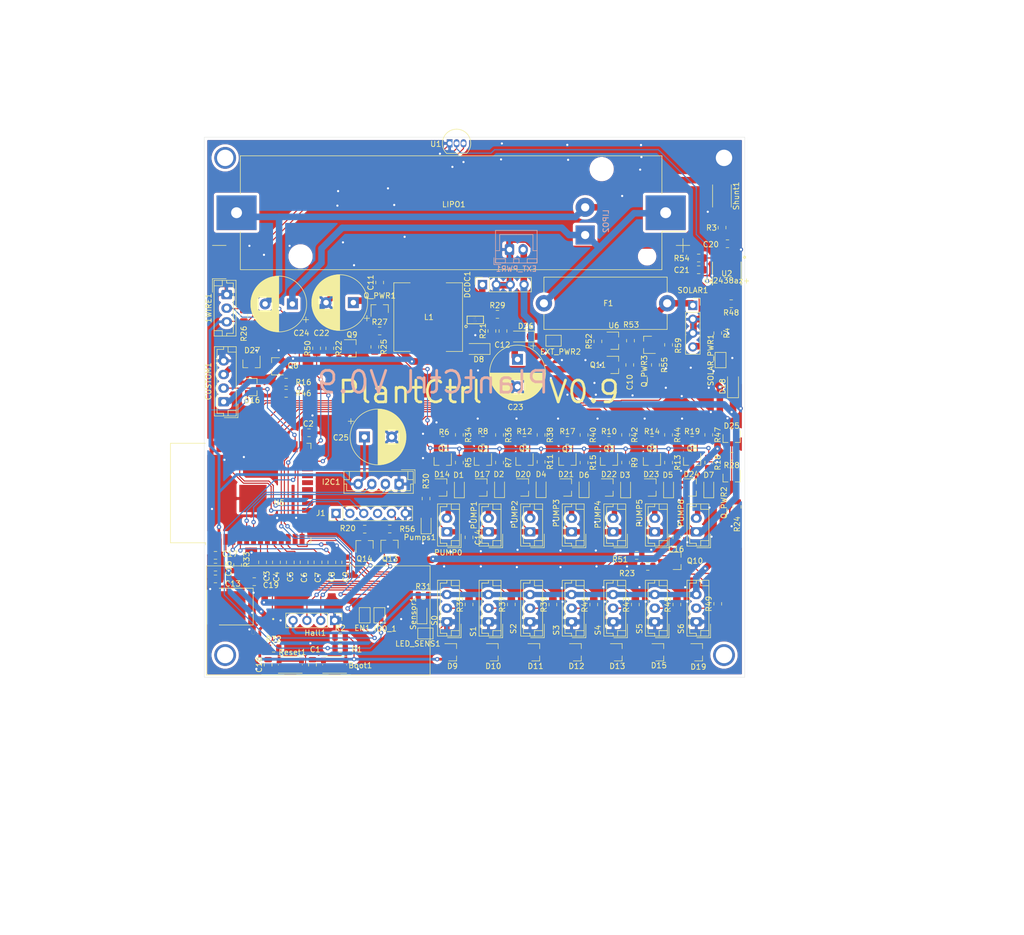
<source format=kicad_pcb>
(kicad_pcb (version 20171130) (host pcbnew 5.1.6-c6e7f7d~87~ubuntu18.04.1)
  (layers (0 F.Cu signal) (31 B.Cu signal) (34 B.Paste user) (35 F.Paste user) (36 B.SilkS user) (37 F.SilkS user) (38 B.Mask user) (39 F.Mask user) (44 Edge.Cuts user))
  (net 0 "")
  (net 1 PLANT1_PUMP)
  (net 2 PLANT2_PUMP)
  (net 3 PLANT3_PUMP)
  (net 4 PLANT4_PUMP)
  (net 5 PLANT5_PUMP)
  (net 6 PLANT6_PUMP)
  (net 7 GND)
  (net 8 PLANT6_MOIST)
  (net 9 PLANT5_MOIST)
  (net 10 PLANT4_MOIST)
  (net 11 PLANT3_MOIST)
  (net 12 PLANT2_MOIST)
  (net 13 PLANT1_MOIST)
  (net 14 PLANT_CTRL_PUMP_0)
  (net 15 PUMP_PWR)
  (net 16 PWR_PUMP_CONVERTER)
  (net 17 3_3V)
  (net 18 Temp)
  (net 19 PLANT0_PUMP)
  (net 20 PWR_SENSORS)
  (net 21 PLANT0_MOIST)
  (net 22 "Net-(R35-Pad1)")
  (net 23 PLANT_CTRL_PUMP_1)
  (net 24 "Net-(R37-Pad1)")
  (net 25 PLANT_CTRL_PUMP_2)
  (net 26 "Net-(R39-Pad1)")
  (net 27 PLANT_CTRL_PUMP_3)
  (net 28 "Net-(R41-Pad1)")
  (net 29 PLANT_CTRL_PUMP_4)
  (net 30 "Net-(R43-Pad1)")
  (net 31 PLANT_CTRL_PUMP_5)
  (net 32 "Net-(R45-Pad1)")
  (net 33 PLANT_CTRL_PUMP_6)
  (net 34 "Net-(R49-Pad1)")
  (net 35 PUMP_ENABLE)
  (net 36 SENSORS_ENABLE)
  (net 37 "Net-(C10-Pad2)")
  (net 38 VCC_BATT)
  (net 39 "Net-(D8-Pad2)")
  (net 40 "Net-(R21-Pad2)")
  (net 41 "Net-(D1-Pad2)")
  (net 42 "Net-(D2-Pad2)")
  (net 43 "Net-(D3-Pad2)")
  (net 44 "Net-(D4-Pad2)")
  (net 45 "Net-(D5-Pad2)")
  (net 46 "Net-(D6-Pad2)")
  (net 47 "Net-(D7-Pad2)")
  (net 48 "Net-(Pumps1-Pad2)")
  (net 49 "Net-(Q1-Pad1)")
  (net 50 "Net-(Q2-Pad1)")
  (net 51 "Net-(Q3-Pad1)")
  (net 52 "Net-(Q4-Pad1)")
  (net 53 "Net-(Q5-Pad1)")
  (net 54 "Net-(Q6-Pad1)")
  (net 55 "Net-(Q7-Pad1)")
  (net 56 "Net-(Q8-Pad1)")
  (net 57 "Net-(Q9-Pad3)")
  (net 58 "Net-(Q9-Pad1)")
  (net 59 "Net-(Q10-Pad3)")
  (net 60 "Net-(Q10-Pad1)")
  (net 61 "Net-(Q_PWR1-Pad1)")
  (net 62 "Net-(Q_PWR2-Pad1)")
  (net 63 "Net-(R31-Pad1)")
  (net 64 "Net-(C12-Pad1)")
  (net 65 "Net-(C19-Pad2)")
  (net 66 VCC)
  (net 67 "Net-(C18-Pad2)")
  (net 68 "Net-(Q_PWR3-Pad1)")
  (net 69 SOLAR_IN)
  (net 70 "Net-(C2-Pad2)")
  (net 71 "Net-(C20-Pad1)")
  (net 72 "Net-(D18-Pad2)")
  (net 73 "Net-(I2C1-Pad3)")
  (net 74 "Net-(I2C1-Pad2)")
  (net 75 "Net-(R4-Pad1)")
  (net 76 "Net-(C21-Pad1)")
  (net 77 "Net-(CUSTOM1-Pad3)")
  (net 78 "Net-(LED_SENS1-Pad1)")
  (net 79 Rsense+)
  (net 80 HALL_TX)
  (net 81 EN)
  (net 82 IO0)
  (net 83 RTS)
  (net 84 "Net-(Q13-Pad2)")
  (net 85 DTR)
  (net 86 "Net-(Q14-Pad2)")
  (net 87 ESP_RX)
  (net 88 ESP_TX)
  (net 89 "Net-(Boot1-Pad2)")
  (net 90 CUSTOM_GPIO1)
  (net 91 VCC_FUSED_ALWAYS)
  (net 92 HALL_RX)
  (net 93 "Net-(Q11-Pad3)")
  (net 94 GPIO2)
  (net 95 "Net-(R52-Pad2)")
  (module Jumper:SolderJumper-2_P1.3mm_Open_Pad1.0x1.5mm (layer F.Cu) (at 264.795 81.534 90)
    (fp_text reference SOLAR_PWR1 (at 0 -1.8 90) (layer F.SilkS))
    (fp_text value NC)
    (pad 1 smd rect (at -0.65 0 90) (size 1 1.5) (layers F.Cu F.Mask) (net 72 "Net-(D18-Pad2)"))
    (pad 2 smd rect (at 0.65 0 90) (size 1 1.5) (layers F.Cu F.Mask) (net 69 SOLAR_IN))
  )
  (module Connector_PinSocket_2.54mm:PinSocket_1x04_P2.54mm_Vertical (layer F.Cu) (at 259.715 71.501)
    (fp_text reference SOLAR1 (at 0 -2.77) (layer F.SilkS))
    (fp_text value Conn_01x04)
    (pad 4 thru_hole oval (at 0 7.62) (size 1.7 1.7) (drill 1) (layers *.Cu *.Mask) (net 69 SOLAR_IN))
    (pad 3 thru_hole oval (at 0 5.08) (size 1.7 1.7) (drill 1) (layers *.Cu *.Mask) (net 7 GND))
    (pad 2 thru_hole oval (at 0 2.54) (size 1.7 1.7) (drill 1) (layers *.Cu *.Mask) (net 7 GND))
    (pad 1 thru_hole rect (at 0 0) (size 1.7 1.7) (drill 1) (layers *.Cu *.Mask) (net 91 VCC_FUSED_ALWAYS))
  )
  (module Resistor_SMD:R_0805_2012Metric (layer F.Cu) (at 252.857 82.423 270)
    (fp_text reference R55 (at 0 -1.65 90) (layer F.SilkS))
    (fp_text value 1k)
    (pad 2 smd roundrect (at 0.9375 0 270) (size 0.975 1.4) (layers F.Cu F.Paste F.Mask) (net 93 "Net-(Q11-Pad3)"))
    (pad 1 smd roundrect (at -0.9375 0 270) (size 0.975 1.4) (layers F.Cu F.Paste F.Mask) (net 68 "Net-(Q_PWR3-Pad1)"))
  )
  (module Resistor_SMD:R_0805_2012Metric (layer F.Cu) (at 248.285 77.978 270)
    (fp_text reference R53 (at -2.921 -0.127 180) (layer F.SilkS))
    (fp_text value 100k)
    (pad 2 smd roundrect (at 0.9375 0 270) (size 0.975 1.4) (layers F.Cu F.Paste F.Mask) (net 37 "Net-(C10-Pad2)"))
    (pad 1 smd roundrect (at -0.9375 0 270) (size 0.975 1.4) (layers F.Cu F.Paste F.Mask) (net 91 VCC_FUSED_ALWAYS))
  )
  (module Resistor_SMD:R_0805_2012Metric (layer F.Cu) (at 242.316 78.105 90)
    (fp_text reference R52 (at 0 -1.65 90) (layer F.SilkS))
    (fp_text value 1k)
    (pad 2 smd roundrect (at 0.9375 0 90) (size 0.975 1.4) (layers F.Cu F.Paste F.Mask) (net 95 "Net-(R52-Pad2)"))
    (pad 1 smd roundrect (at -0.9375 0 90) (size 0.975 1.4) (layers F.Cu F.Paste F.Mask) (net 37 "Net-(C10-Pad2)"))
  )
  (module Resistor_SMD:R_0805_2012Metric (layer F.Cu) (at 201.422 79.121 270)
    (fp_text reference R25 (at 0 -1.65 90) (layer F.SilkS))
    (fp_text value 1k)
    (pad 2 smd roundrect (at 0.9375 0 270) (size 0.975 1.4) (layers F.Cu F.Paste F.Mask) (net 57 "Net-(Q9-Pad3)"))
    (pad 1 smd roundrect (at -0.9375 0 270) (size 0.975 1.4) (layers F.Cu F.Paste F.Mask) (net 61 "Net-(Q_PWR1-Pad1)"))
  )
  (module Resistor_SMD:R_0805_2012Metric (layer F.Cu) (at 267.843 108.458 270)
    (fp_text reference R24 (at 3.175 0 90) (layer F.SilkS))
    (fp_text value 1k)
    (pad 2 smd roundrect (at 0.9375 0 270) (size 0.975 1.4) (layers F.Cu F.Paste F.Mask) (net 59 "Net-(Q10-Pad3)"))
    (pad 1 smd roundrect (at -0.9375 0 270) (size 0.975 1.4) (layers F.Cu F.Paste F.Mask) (net 62 "Net-(Q_PWR2-Pad1)"))
  )
  (module Package_TO_SOT_SMD:SOT-23 (layer F.Cu) (at 245.364 82.423)
    (fp_text reference Q11 (at -3.048 0) (layer F.SilkS))
    (fp_text value "N-channel 30V 5A")
    (pad 3 smd rect (at 1 0) (size 0.9 0.8) (layers F.Cu F.Paste F.Mask) (net 93 "Net-(Q11-Pad3)"))
    (pad 2 smd rect (at -1 0.95) (size 0.9 0.8) (layers F.Cu F.Paste F.Mask) (net 7 GND))
    (pad 1 smd rect (at -1 -0.95) (size 0.9 0.8) (layers F.Cu F.Paste F.Mask) (net 37 "Net-(C10-Pad2)"))
  )
  (module Package_TO_SOT_SMD:SOT-23 (layer F.Cu) (at 178.816 82.169 270)
    (fp_text reference D27 (at -2.413 -0.127 180) (layer F.SilkS))
    (fp_text value BAS40-04)
    (pad 3 smd rect (at 1 0 270) (size 0.9 0.8) (layers F.Cu F.Paste F.Mask) (net 77 "Net-(CUSTOM1-Pad3)"))
    (pad 2 smd rect (at -1 0.95 270) (size 0.9 0.8) (layers F.Cu F.Paste F.Mask) (net 66 VCC))
    (pad 1 smd rect (at -1 -0.95 270) (size 0.9 0.8) (layers F.Cu F.Paste F.Mask) (net 7 GND))
  )
  (module Capacitor_THT:CP_Radial_D10.0mm_P5.00mm (layer F.Cu) (at 199.517 95.631)
    (fp_text reference C25 (at -4.318 0.127) (layer F.SilkS))
    (fp_text value 1000uF)
    (pad 2 thru_hole circle (at 5 0) (size 2 2) (drill 1) (layers *.Cu *.Mask) (net 7 GND))
    (pad 1 thru_hole rect (at 0 0) (size 2 2) (drill 1) (layers *.Cu *.Mask) (net 17 3_3V))
  )
  (module Capacitor_SMD:C_0805_2012Metric (layer F.Cu) (at 248.158 82.423 90)
    (fp_text reference C10 (at -3.175 0 90) (layer F.SilkS))
    (fp_text value 100n)
    (pad 2 smd roundrect (at 0.9375 0 90) (size 0.975 1.4) (layers F.Cu F.Paste F.Mask) (net 37 "Net-(C10-Pad2)"))
    (pad 1 smd roundrect (at -0.9375 0 90) (size 0.975 1.4) (layers F.Cu F.Paste F.Mask) (net 7 GND))
  )
  (module LED_SMD:LED_0805_2012Metric_Castellated (layer F.Cu) (at 210.058 128.016 90)
    (fp_text reference Sensor1 (at 0 -1.6 90) (layer F.SilkS))
    (fp_text value LED_green)
    (pad 2 smd roundrect (at 0.9625 0 90) (size 1.325 1.3) (layers F.Cu F.Paste F.Mask) (roundrect_rratio 0.192308) (net 63 "Net-(R31-Pad1)"))
    (pad 1 smd roundrect (at -0.9625 0 90) (size 1.325 1.3) (layers F.Cu F.Paste F.Mask) (roundrect_rratio 0.192308) (net 78 "Net-(LED_SENS1-Pad1)"))
  )
  (module Resistor_SMD:R_0805_2012Metric (layer F.Cu) (at 255.27 78.74 90)
    (fp_text reference R59 (at -0.127 1.778 90) (layer F.SilkS))
    (fp_text value 10k)
    (pad 2 smd roundrect (at 0.9375 0 90) (size 0.975 1.4) (layers F.Cu F.Paste F.Mask) (net 91 VCC_FUSED_ALWAYS))
    (pad 1 smd roundrect (at -0.9375 0 90) (size 0.975 1.4) (layers F.Cu F.Paste F.Mask) (net 68 "Net-(Q_PWR3-Pad1)"))
  )
  (module Resistor_SMD:R_0805_2012Metric (layer F.Cu) (at 204.1652 112.522)
    (fp_text reference R56 (at 3.2258 0) (layer F.SilkS))
    (fp_text value 10k)
    (pad 2 smd roundrect (at 0.9375 0) (size 0.975 1.4) (layers F.Cu F.Paste F.Mask) (net 83 RTS))
    (pad 1 smd roundrect (at -0.9375 0) (size 0.975 1.4) (layers F.Cu F.Paste F.Mask) (net 86 "Net-(Q14-Pad2)"))
  )
  (module Resistor_SMD:R_0805_2012Metric (layer F.Cu) (at 260.7818 64.9732)
    (fp_text reference R54 (at -3.0988 -2.1082) (layer F.SilkS))
    (fp_text value 100k)
    (pad 2 smd roundrect (at 0.9375 0) (size 0.975 1.4) (layers F.Cu F.Paste F.Mask) (net 76 "Net-(C21-Pad1)"))
    (pad 1 smd roundrect (at -0.9375 0) (size 0.975 1.4) (layers F.Cu F.Paste F.Mask) (net 75 "Net-(R4-Pad1)"))
  )
  (module Resistor_SMD:R_0805_2012Metric (layer F.Cu) (at 249.428 117.348 180)
    (fp_text reference R51 (at 3.048 -0.762) (layer F.SilkS))
    (fp_text value 1k)
    (pad 2 smd roundrect (at 0.9375 0 180) (size 0.975 1.4) (layers F.Cu F.Paste F.Mask) (net 36 SENSORS_ENABLE))
    (pad 1 smd roundrect (at -0.9375 0 180) (size 0.975 1.4) (layers F.Cu F.Paste F.Mask) (net 60 "Net-(Q10-Pad1)"))
  )
  (module Resistor_SMD:R_0805_2012Metric (layer F.Cu) (at 190.754 79.375 270)
    (fp_text reference R50 (at 0 1.651 90) (layer F.SilkS))
    (fp_text value 1k)
    (pad 2 smd roundrect (at 0.9375 0 270) (size 0.975 1.4) (layers F.Cu F.Paste F.Mask) (net 35 PUMP_ENABLE))
    (pad 1 smd roundrect (at -0.9375 0 270) (size 0.975 1.4) (layers F.Cu F.Paste F.Mask) (net 58 "Net-(Q9-Pad1)"))
  )
  (module Resistor_SMD:R_0805_2012Metric (layer F.Cu) (at 264.287 126.238 90)
    (fp_text reference R49 (at 0 -1.65 90) (layer F.SilkS))
    (fp_text value 1k)
    (pad 2 smd roundrect (at 0.9375 0 90) (size 0.975 1.4) (layers F.Cu F.Paste F.Mask) (net 8 PLANT6_MOIST))
    (pad 1 smd roundrect (at -0.9375 0 90) (size 0.975 1.4) (layers F.Cu F.Paste F.Mask) (net 34 "Net-(R49-Pad1)"))
  )
  (module Resistor_SMD:R_0805_2012Metric (layer F.Cu) (at 266.7508 71.1962 180)
    (fp_text reference R48 (at 0 -1.65) (layer F.SilkS))
    (fp_text value 10k)
    (pad 2 smd roundrect (at 0.9375 0 180) (size 0.975 1.4) (layers F.Cu F.Paste F.Mask) (net 75 "Net-(R4-Pad1)"))
    (pad 1 smd roundrect (at -0.9375 0 180) (size 0.975 1.4) (layers F.Cu F.Paste F.Mask) (net 79 Rsense+))
  )
  (module Resistor_SMD:R_0805_2012Metric (layer F.Cu) (at 262.636 95.25 270)
    (fp_text reference R47 (at 0 -1.65 90) (layer F.SilkS))
    (fp_text value 1k)
    (pad 2 smd roundrect (at 0.9375 0 270) (size 0.975 1.4) (layers F.Cu F.Paste F.Mask) (net 56 "Net-(Q8-Pad1)"))
    (pad 1 smd roundrect (at -0.9375 0 270) (size 0.975 1.4) (layers F.Cu F.Paste F.Mask) (net 33 PLANT_CTRL_PUMP_6))
  )
  (module Resistor_SMD:R_0805_2012Metric (layer F.Cu) (at 185.166 87.63)
    (fp_text reference R46 (at 3.175 0) (layer F.SilkS))
    (fp_text value 1k)
    (pad 2 smd roundrect (at 0.9375 0) (size 0.975 1.4) (layers F.Cu F.Paste F.Mask) (net 94 GPIO2))
    (pad 1 smd roundrect (at -0.9375 0) (size 0.975 1.4) (layers F.Cu F.Paste F.Mask) (net 54 "Net-(Q6-Pad1)"))
  )
  (module Resistor_SMD:R_0805_2012Metric (layer F.Cu) (at 256.794 126.365 90)
    (fp_text reference R45 (at 0 -1.65 90) (layer F.SilkS))
    (fp_text value 1k)
    (pad 2 smd roundrect (at 0.9375 0 90) (size 0.975 1.4) (layers F.Cu F.Paste F.Mask) (net 9 PLANT5_MOIST))
    (pad 1 smd roundrect (at -0.9375 0 90) (size 0.975 1.4) (layers F.Cu F.Paste F.Mask) (net 32 "Net-(R45-Pad1)"))
  )
  (module Resistor_SMD:R_0805_2012Metric (layer F.Cu) (at 255.27 95.25 270)
    (fp_text reference R44 (at 0 -1.65 90) (layer F.SilkS))
    (fp_text value 1k)
    (pad 2 smd roundrect (at 0.9375 0 270) (size 0.975 1.4) (layers F.Cu F.Paste F.Mask) (net 53 "Net-(Q5-Pad1)"))
    (pad 1 smd roundrect (at -0.9375 0 270) (size 0.975 1.4) (layers F.Cu F.Paste F.Mask) (net 31 PLANT_CTRL_PUMP_5))
  )
  (module Resistor_SMD:R_0805_2012Metric (layer F.Cu) (at 249.174 126.365 90)
    (fp_text reference R43 (at 0 -1.65 90) (layer F.SilkS))
    (fp_text value 1k)
    (pad 2 smd roundrect (at 0.9375 0 90) (size 0.975 1.4) (layers F.Cu F.Paste F.Mask) (net 10 PLANT4_MOIST))
    (pad 1 smd roundrect (at -0.9375 0 90) (size 0.975 1.4) (layers F.Cu F.Paste F.Mask) (net 30 "Net-(R43-Pad1)"))
  )
  (module Resistor_SMD:R_0805_2012Metric (layer F.Cu) (at 247.396 95.25 270)
    (fp_text reference R42 (at 0 -1.65 90) (layer F.SilkS))
    (fp_text value 1k)
    (pad 2 smd roundrect (at 0.9375 0 270) (size 0.975 1.4) (layers F.Cu F.Paste F.Mask) (net 51 "Net-(Q3-Pad1)"))
    (pad 1 smd roundrect (at -0.9375 0 270) (size 0.975 1.4) (layers F.Cu F.Paste F.Mask) (net 29 PLANT_CTRL_PUMP_4))
  )
  (module Resistor_SMD:R_0805_2012Metric (layer F.Cu) (at 241.554 126.365 90)
    (fp_text reference R41 (at 0 -1.65 90) (layer F.SilkS))
    (fp_text value 1k)
    (pad 2 smd roundrect (at 0.9375 0 90) (size 0.975 1.4) (layers F.Cu F.Paste F.Mask) (net 11 PLANT3_MOIST))
    (pad 1 smd roundrect (at -0.9375 0 90) (size 0.975 1.4) (layers F.Cu F.Paste F.Mask) (net 28 "Net-(R41-Pad1)"))
  )
  (module Resistor_SMD:R_0805_2012Metric (layer F.Cu) (at 239.776 95.266 270)
    (fp_text reference R40 (at 0 -1.65 90) (layer F.SilkS))
    (fp_text value 1k)
    (pad 2 smd roundrect (at 0.9375 0 270) (size 0.975 1.4) (layers F.Cu F.Paste F.Mask) (net 55 "Net-(Q7-Pad1)"))
    (pad 1 smd roundrect (at -0.9375 0 270) (size 0.975 1.4) (layers F.Cu F.Paste F.Mask) (net 27 PLANT_CTRL_PUMP_3))
  )
  (module Resistor_SMD:R_0805_2012Metric (layer F.Cu) (at 234.061 126.365 90)
    (fp_text reference R39 (at 0 -1.65 90) (layer F.SilkS))
    (fp_text value 1k)
    (pad 2 smd roundrect (at 0.9375 0 90) (size 0.975 1.4) (layers F.Cu F.Paste F.Mask) (net 12 PLANT2_MOIST))
    (pad 1 smd roundrect (at -0.9375 0 90) (size 0.975 1.4) (layers F.Cu F.Paste F.Mask) (net 26 "Net-(R39-Pad1)"))
  )
  (module Resistor_SMD:R_0805_2012Metric (layer F.Cu) (at 231.902 95.266 270)
    (fp_text reference R38 (at 0 -1.65 90) (layer F.SilkS))
    (fp_text value 1k)
    (pad 2 smd roundrect (at 0.9375 0 270) (size 0.975 1.4) (layers F.Cu F.Paste F.Mask) (net 52 "Net-(Q4-Pad1)"))
    (pad 1 smd roundrect (at -0.9375 0 270) (size 0.975 1.4) (layers F.Cu F.Paste F.Mask) (net 25 PLANT_CTRL_PUMP_2))
  )
  (module Resistor_SMD:R_0805_2012Metric (layer F.Cu) (at 226.441 126.349 90)
    (fp_text reference R37 (at 0 -1.65 90) (layer F.SilkS))
    (fp_text value 1k)
    (pad 2 smd roundrect (at 0.9375 0 90) (size 0.975 1.4) (layers F.Cu F.Paste F.Mask) (net 13 PLANT1_MOIST))
    (pad 1 smd roundrect (at -0.9375 0 90) (size 0.975 1.4) (layers F.Cu F.Paste F.Mask) (net 24 "Net-(R37-Pad1)"))
  )
  (module Resistor_SMD:R_0805_2012Metric (layer F.Cu) (at 224.282 95.266 270)
    (fp_text reference R36 (at 0 -1.65 90) (layer F.SilkS))
    (fp_text value 1k)
    (pad 2 smd roundrect (at 0.9375 0 270) (size 0.975 1.4) (layers F.Cu F.Paste F.Mask) (net 50 "Net-(Q2-Pad1)"))
    (pad 1 smd roundrect (at -0.9375 0 270) (size 0.975 1.4) (layers F.Cu F.Paste F.Mask) (net 23 PLANT_CTRL_PUMP_1))
  )
  (module Resistor_SMD:R_0805_2012Metric (layer F.Cu) (at 218.694 126.349 90)
    (fp_text reference R35 (at 0 -1.65 90) (layer F.SilkS))
    (fp_text value 1k)
    (pad 2 smd roundrect (at 0.9375 0 90) (size 0.975 1.4) (layers F.Cu F.Paste F.Mask) (net 21 PLANT0_MOIST))
    (pad 1 smd roundrect (at -0.9375 0 90) (size 0.975 1.4) (layers F.Cu F.Paste F.Mask) (net 22 "Net-(R35-Pad1)"))
  )
  (module Resistor_SMD:R_0805_2012Metric (layer F.Cu) (at 216.916 95.25 270)
    (fp_text reference R34 (at 0 -1.65 90) (layer F.SilkS))
    (fp_text value 1k)
    (pad 2 smd roundrect (at 0.9375 0 270) (size 0.975 1.4) (layers F.Cu F.Paste F.Mask) (net 49 "Net-(Q1-Pad1)"))
    (pad 1 smd roundrect (at -0.9375 0 270) (size 0.975 1.4) (layers F.Cu F.Paste F.Mask) (net 14 PLANT_CTRL_PUMP_0))
  )
  (module Resistor_SMD:R_0805_2012Metric (layer F.Cu) (at 176.276 119.126 270)
    (fp_text reference R33 (at -1.016 -1.651 90) (layer F.SilkS))
    (fp_text value 10k)
    (pad 2 smd roundrect (at 0.9375 0 270) (size 0.975 1.4) (layers F.Cu F.Paste F.Mask) (net 17 3_3V))
    (pad 1 smd roundrect (at -0.9375 0 270) (size 0.975 1.4) (layers F.Cu F.Paste F.Mask) (net 65 "Net-(C19-Pad2)"))
  )
  (module Resistor_SMD:R_0805_2012Metric (layer F.Cu) (at 182.88 134.366)
    (fp_text reference R32 (at 0 -1.65) (layer F.SilkS))
    (fp_text value 1k)
    (pad 2 smd roundrect (at 0.9375 0) (size 0.975 1.4) (layers F.Cu F.Paste F.Mask) (net 67 "Net-(C18-Pad2)"))
    (pad 1 smd roundrect (at -0.9375 0) (size 0.975 1.4) (layers F.Cu F.Paste F.Mask) (net 65 "Net-(C19-Pad2)"))
  )
  (module Resistor_SMD:R_0805_2012Metric (layer F.Cu) (at 210.312 124.714)
    (fp_text reference R31 (at 0 -1.65) (layer F.SilkS))
    (fp_text value 4,7K)
    (pad 2 smd roundrect (at 0.9375 0) (size 0.975 1.4) (layers F.Cu F.Paste F.Mask) (net 20 PWR_SENSORS))
    (pad 1 smd roundrect (at -0.9375 0) (size 0.975 1.4) (layers F.Cu F.Paste F.Mask) (net 63 "Net-(R31-Pad1)"))
  )
  (module Resistor_SMD:R_0805_2012Metric (layer F.Cu) (at 210.82 106.934 270)
    (fp_text reference R30 (at -3.175 0 90) (layer F.SilkS))
    (fp_text value 270)
    (pad 2 smd roundrect (at 0.9375 0 270) (size 0.975 1.4) (layers F.Cu F.Paste F.Mask) (net 48 "Net-(Pumps1-Pad2)"))
    (pad 1 smd roundrect (at -0.9375 0 270) (size 0.975 1.4) (layers F.Cu F.Paste F.Mask) (net 16 PWR_PUMP_CONVERTER))
  )
  (module Resistor_SMD:R_0805_2012Metric (layer F.Cu) (at 223.901 73.152)
    (fp_text reference R29 (at 0 -1.65) (layer F.SilkS))
    (fp_text value 1k)
    (pad 2 smd roundrect (at 0.9375 0) (size 0.975 1.4) (layers F.Cu F.Paste F.Mask) (net 7 GND))
    (pad 1 smd roundrect (at -0.9375 0) (size 0.975 1.4) (layers F.Cu F.Paste F.Mask) (net 40 "Net-(R21-Pad2)"))
  )
  (module Resistor_SMD:R_0805_2012Metric (layer F.Cu) (at 266.827 99.187 180)
    (fp_text reference R28 (at 0 -1.65) (layer F.SilkS))
    (fp_text value 10k)
    (pad 2 smd roundrect (at 0.9375 0 180) (size 0.975 1.4) (layers F.Cu F.Paste F.Mask) (net 66 VCC))
    (pad 1 smd roundrect (at -0.9375 0 180) (size 0.975 1.4) (layers F.Cu F.Paste F.Mask) (net 62 "Net-(Q_PWR2-Pad1)"))
  )
  (module Resistor_SMD:R_0805_2012Metric (layer F.Cu) (at 202.311 76.2)
    (fp_text reference R27 (at 0 -1.65) (layer F.SilkS))
    (fp_text value 10k)
    (pad 2 smd roundrect (at 0.9375 0) (size 0.975 1.4) (layers F.Cu F.Paste F.Mask) (net 66 VCC))
    (pad 1 smd roundrect (at -0.9375 0) (size 0.975 1.4) (layers F.Cu F.Paste F.Mask) (net 61 "Net-(Q_PWR1-Pad1)"))
  )
  (module Resistor_SMD:R_0805_2012Metric (layer F.Cu) (at 177.419 73.406 270)
    (fp_text reference R26 (at 3.302 0 90) (layer F.SilkS))
    (fp_text value 4k7)
    (pad 2 smd roundrect (at 0.9375 0 270) (size 0.975 1.4) (layers F.Cu F.Paste F.Mask) (net 17 3_3V))
    (pad 1 smd roundrect (at -0.9375 0 270) (size 0.975 1.4) (layers F.Cu F.Paste F.Mask) (net 18 Temp))
  )
  (module Resistor_SMD:R_0805_2012Metric (layer F.Cu) (at 251.46 119.38)
    (fp_text reference R23 (at -3.81 1.27) (layer F.SilkS))
    (fp_text value 10k)
    (pad 2 smd roundrect (at 0.9375 0) (size 0.975 1.4) (layers F.Cu F.Paste F.Mask) (net 7 GND))
    (pad 1 smd roundrect (at -0.9375 0) (size 0.975 1.4) (layers F.Cu F.Paste F.Mask) (net 60 "Net-(Q10-Pad1)"))
  )
  (module Resistor_SMD:R_0805_2012Metric (layer F.Cu) (at 193.167 79.375 270)
    (fp_text reference R22 (at 0 -1.65 90) (layer F.SilkS))
    (fp_text value 10k)
    (pad 2 smd roundrect (at 0.9375 0 270) (size 0.975 1.4) (layers F.Cu F.Paste F.Mask) (net 7 GND))
    (pad 1 smd roundrect (at -0.9375 0 270) (size 0.975 1.4) (layers F.Cu F.Paste F.Mask) (net 58 "Net-(Q9-Pad1)"))
  )
  (module Resistor_SMD:R_0805_2012Metric (layer F.Cu) (at 222.885 76.2 90)
    (fp_text reference R21 (at 0 -1.65 90) (layer F.SilkS))
    (fp_text value 19k-19.5K)
    (pad 2 smd roundrect (at 0.9375 0 90) (size 0.975 1.4) (layers F.Cu F.Paste F.Mask) (net 40 "Net-(R21-Pad2)"))
    (pad 1 smd roundrect (at -0.9375 0 90) (size 0.975 1.4) (layers F.Cu F.Paste F.Mask) (net 64 "Net-(C12-Pad1)"))
  )
  (module Resistor_SMD:R_0805_2012Metric (layer F.Cu) (at 199.5678 112.5474 180)
    (fp_text reference R20 (at 3.0988 0.1524) (layer F.SilkS))
    (fp_text value 10k)
    (pad 2 smd roundrect (at 0.9375 0 180) (size 0.975 1.4) (layers F.Cu F.Paste F.Mask) (net 85 DTR))
    (pad 1 smd roundrect (at -0.9375 0 180) (size 0.975 1.4) (layers F.Cu F.Paste F.Mask) (net 84 "Net-(Q13-Pad2)"))
  )
  (module Resistor_SMD:R_0805_2012Metric (layer F.Cu) (at 259.572 96.266 180)
    (fp_text reference R19 (at -0.016 1.651) (layer F.SilkS))
    (fp_text value 10k)
    (pad 2 smd roundrect (at 0.9375 0 180) (size 0.975 1.4) (layers F.Cu F.Paste F.Mask) (net 7 GND))
    (pad 1 smd roundrect (at -0.9375 0 180) (size 0.975 1.4) (layers F.Cu F.Paste F.Mask) (net 56 "Net-(Q8-Pad1)"))
  )
  (module Resistor_SMD:R_0805_2012Metric (layer F.Cu) (at 262.636 100.314 270)
    (fp_text reference R18 (at 0 -1.65 90) (layer F.SilkS))
    (fp_text value 270)
    (pad 2 smd roundrect (at 0.9375 0 270) (size 0.975 1.4) (layers F.Cu F.Paste F.Mask) (net 47 "Net-(D7-Pad2)"))
    (pad 1 smd roundrect (at -0.9375 0 270) (size 0.975 1.4) (layers F.Cu F.Paste F.Mask) (net 16 PWR_PUMP_CONVERTER))
  )
  (module Resistor_SMD:R_0805_2012Metric (layer F.Cu) (at 236.712 96.266 180)
    (fp_text reference R17 (at -0.016 1.651) (layer F.SilkS))
    (fp_text value 10K)
    (pad 2 smd roundrect (at 0.9375 0 180) (size 0.975 1.4) (layers F.Cu F.Paste F.Mask) (net 7 GND))
    (pad 1 smd roundrect (at -0.9375 0 180) (size 0.975 1.4) (layers F.Cu F.Paste F.Mask) (net 55 "Net-(Q7-Pad1)"))
  )
  (module Resistor_SMD:R_0805_2012Metric (layer F.Cu) (at 185.166 85.598)
    (fp_text reference R16 (at 3.175 0) (layer F.SilkS))
    (fp_text value 10k)
    (pad 2 smd roundrect (at 0.9375 0) (size 0.975 1.4) (layers F.Cu F.Paste F.Mask) (net 7 GND))
    (pad 1 smd roundrect (at -0.9375 0) (size 0.975 1.4) (layers F.Cu F.Paste F.Mask) (net 54 "Net-(Q6-Pad1)"))
  )
  (module Resistor_SMD:R_0805_2012Metric (layer F.Cu) (at 239.776 100.346 270)
    (fp_text reference R15 (at 0 -1.65 90) (layer F.SilkS))
    (fp_text value 270)
    (pad 2 smd roundrect (at 0.9375 0 270) (size 0.975 1.4) (layers F.Cu F.Paste F.Mask) (net 46 "Net-(D6-Pad2)"))
    (pad 1 smd roundrect (at -0.9375 0 270) (size 0.975 1.4) (layers F.Cu F.Paste F.Mask) (net 16 PWR_PUMP_CONVERTER))
  )
  (module Resistor_SMD:R_0805_2012Metric (layer F.Cu) (at 252.222 96.266 180)
    (fp_text reference R14 (at 0 1.651) (layer F.SilkS))
    (fp_text value 10k)
    (pad 2 smd roundrect (at 0.9375 0 180) (size 0.975 1.4) (layers F.Cu F.Paste F.Mask) (net 7 GND))
    (pad 1 smd roundrect (at -0.9375 0 180) (size 0.975 1.4) (layers F.Cu F.Paste F.Mask) (net 53 "Net-(Q5-Pad1)"))
  )
  (module Resistor_SMD:R_0805_2012Metric (layer F.Cu) (at 255.27 100.33 270)
    (fp_text reference R13 (at 0 -1.65 90) (layer F.SilkS))
    (fp_text value 270)
    (pad 2 smd roundrect (at 0.9375 0 270) (size 0.975 1.4) (layers F.Cu F.Paste F.Mask) (net 45 "Net-(D5-Pad2)"))
    (pad 1 smd roundrect (at -0.9375 0 270) (size 0.975 1.4) (layers F.Cu F.Paste F.Mask) (net 16 PWR_PUMP_CONVERTER))
  )
  (module Resistor_SMD:R_0805_2012Metric (layer F.Cu) (at 228.838 96.266 180)
    (fp_text reference R12 (at 0 1.651) (layer F.SilkS))
    (fp_text value 10k)
    (pad 2 smd roundrect (at 0.9375 0 180) (size 0.975 1.4) (layers F.Cu F.Paste F.Mask) (net 7 GND))
    (pad 1 smd roundrect (at -0.9375 0 180) (size 0.975 1.4) (layers F.Cu F.Paste F.Mask) (net 52 "Net-(Q4-Pad1)"))
  )
  (module Resistor_SMD:R_0805_2012Metric (layer F.Cu) (at 231.902 100.203 270)
    (fp_text reference R11 (at 0 -1.65 90) (layer F.SilkS))
    (fp_text value 270)
    (pad 2 smd roundrect (at 0.9375 0 270) (size 0.975 1.4) (layers F.Cu F.Paste F.Mask) (net 44 "Net-(D4-Pad2)"))
    (pad 1 smd roundrect (at -0.9375 0 270) (size 0.975 1.4) (layers F.Cu F.Paste F.Mask) (net 16 PWR_PUMP_CONVERTER))
  )
  (module Resistor_SMD:R_0805_2012Metric (layer F.Cu) (at 244.348 96.266 180)
    (fp_text reference R10 (at 0 1.651) (layer F.SilkS))
    (fp_text value 10K)
    (pad 2 smd roundrect (at 0.9375 0 180) (size 0.975 1.4) (layers F.Cu F.Paste F.Mask) (net 7 GND))
    (pad 1 smd roundrect (at -0.9375 0 180) (size 0.975 1.4) (layers F.Cu F.Paste F.Mask) (net 51 "Net-(Q3-Pad1)"))
  )
  (module Resistor_SMD:R_0805_2012Metric (layer F.Cu) (at 247.396 100.33 270)
    (fp_text reference R9 (at 0 -1.65 90) (layer F.SilkS))
    (fp_text value 270)
    (pad 2 smd roundrect (at 0.9375 0 270) (size 0.975 1.4) (layers F.Cu F.Paste F.Mask) (net 43 "Net-(D3-Pad2)"))
    (pad 1 smd roundrect (at -0.9375 0 270) (size 0.975 1.4) (layers F.Cu F.Paste F.Mask) (net 16 PWR_PUMP_CONVERTER))
  )
  (module Resistor_SMD:R_0805_2012Metric (layer F.Cu) (at 221.234 96.266)
    (fp_text reference R8 (at 0 -1.65) (layer F.SilkS))
    (fp_text value 10k)
    (pad 2 smd roundrect (at 0.9375 0) (size 0.975 1.4) (layers F.Cu F.Paste F.Mask) (net 50 "Net-(Q2-Pad1)"))
    (pad 1 smd roundrect (at -0.9375 0) (size 0.975 1.4) (layers F.Cu F.Paste F.Mask) (net 7 GND))
  )
  (module Resistor_SMD:R_0805_2012Metric (layer F.Cu) (at 224.282 100.33 270)
    (fp_text reference R7 (at 0 -1.65 90) (layer F.SilkS))
    (fp_text value 270)
    (pad 2 smd roundrect (at 0.9375 0 270) (size 0.975 1.4) (layers F.Cu F.Paste F.Mask) (net 42 "Net-(D2-Pad2)"))
    (pad 1 smd roundrect (at -0.9375 0 270) (size 0.975 1.4) (layers F.Cu F.Paste F.Mask) (net 16 PWR_PUMP_CONVERTER))
  )
  (module Resistor_SMD:R_0805_2012Metric (layer F.Cu) (at 213.868 96.266 180)
    (fp_text reference R6 (at -0.254 1.524) (layer F.SilkS))
    (fp_text value 10k)
    (pad 2 smd roundrect (at 0.9375 0 180) (size 0.975 1.4) (layers F.Cu F.Paste F.Mask) (net 7 GND))
    (pad 1 smd roundrect (at -0.9375 0 180) (size 0.975 1.4) (layers F.Cu F.Paste F.Mask) (net 49 "Net-(Q1-Pad1)"))
  )
  (module Resistor_SMD:R_0805_2012Metric (layer F.Cu) (at 216.916 100.33 270)
    (fp_text reference R5 (at 0 -1.65 90) (layer F.SilkS))
    (fp_text value 270)
    (pad 2 smd roundrect (at 0.9375 0 270) (size 0.975 1.4) (layers F.Cu F.Paste F.Mask) (net 41 "Net-(D1-Pad2)"))
    (pad 1 smd roundrect (at -0.9375 0 270) (size 0.975 1.4) (layers F.Cu F.Paste F.Mask) (net 16 PWR_PUMP_CONVERTER))
  )
  (module Resistor_SMD:R_0805_2012Metric (layer F.Cu) (at 264.287 76.581 270)
    (fp_text reference R4 (at 0 -1.65 90) (layer F.SilkS))
    (fp_text value 10k)
    (pad 2 smd roundrect (at 0.9375 0 270) (size 0.975 1.4) (layers F.Cu F.Paste F.Mask) (net 69 SOLAR_IN))
    (pad 1 smd roundrect (at -0.9375 0 270) (size 0.975 1.4) (layers F.Cu F.Paste F.Mask) (net 75 "Net-(R4-Pad1)"))
  )
  (module Resistor_SMD:R_0805_2012Metric (layer F.Cu) (at 265.0744 57.2352 270)
    (fp_text reference R3 (at 0.0418 1.9304 180) (layer F.SilkS))
    (fp_text value 100k)
    (pad 2 smd roundrect (at 0.9375 0 270) (size 0.975 1.4) (layers F.Cu F.Paste F.Mask) (net 71 "Net-(C20-Pad1)"))
    (pad 1 smd roundrect (at -0.9375 0 270) (size 0.975 1.4) (layers F.Cu F.Paste F.Mask) (net 7 GND))
  )
  (module Resistor_SMD:R_0805_2012Metric (layer F.Cu) (at 195.072 132.334)
    (fp_text reference R2 (at 0 -1.65) (layer F.SilkS))
    (fp_text value 10k)
    (pad 2 smd roundrect (at 0.9375 0) (size 0.975 1.4) (layers F.Cu F.Paste F.Mask) (net 17 3_3V))
    (pad 1 smd roundrect (at -0.9375 0) (size 0.975 1.4) (layers F.Cu F.Paste F.Mask) (net 70 "Net-(C2-Pad2)"))
  )
  (module Resistor_SMD:R_0805_2012Metric (layer F.Cu) (at 195.072 134.366)
    (fp_text reference R1 (at 3.048 0.254) (layer F.SilkS))
    (fp_text value 1k)
    (pad 2 smd roundrect (at 0.9375 0) (size 0.975 1.4) (layers F.Cu F.Paste F.Mask) (net 89 "Net-(Boot1-Pad2)"))
    (pad 1 smd roundrect (at -0.9375 0) (size 0.975 1.4) (layers F.Cu F.Paste F.Mask) (net 70 "Net-(C2-Pad2)"))
  )
  (module Package_TO_SOT_SMD:SOT-23 (layer F.Cu) (at 251.46 78.74 180)
    (fp_text reference Q_PWR3 (at 0.635 -4.826 90) (layer F.SilkS))
    (fp_text value "P-channel 50v 4A")
    (pad 3 smd rect (at 1 0 180) (size 0.9 0.8) (layers F.Cu F.Paste F.Mask) (net 66 VCC))
    (pad 2 smd rect (at -1 0.95 180) (size 0.9 0.8) (layers F.Cu F.Paste F.Mask) (net 91 VCC_FUSED_ALWAYS))
    (pad 1 smd rect (at -1 -0.95 180) (size 0.9 0.8) (layers F.Cu F.Paste F.Mask) (net 68 "Net-(Q_PWR3-Pad1)"))
  )
  (module Package_TO_SOT_SMD:SOT-23 (layer F.Cu) (at 266.827 103.124 270)
    (fp_text reference Q_PWR2 (at 4.572 1.397 90) (layer F.SilkS))
    (fp_text value "P-channel 50v 4A")
    (pad 3 smd rect (at 1 0 270) (size 0.9 0.8) (layers F.Cu F.Paste F.Mask) (net 20 PWR_SENSORS))
    (pad 2 smd rect (at -1 0.95 270) (size 0.9 0.8) (layers F.Cu F.Paste F.Mask) (net 66 VCC))
    (pad 1 smd rect (at -1 -0.95 270) (size 0.9 0.8) (layers F.Cu F.Paste F.Mask) (net 62 "Net-(Q_PWR2-Pad1)"))
  )
  (module Package_TO_SOT_SMD:SOT-23 (layer F.Cu) (at 202.311 72.136 90)
    (fp_text reference Q_PWR1 (at 2.413 0 180) (layer F.SilkS))
    (fp_text value "P-channel 50v 4A")
    (pad 3 smd rect (at 1 0 90) (size 0.9 0.8) (layers F.Cu F.Paste F.Mask) (net 16 PWR_PUMP_CONVERTER))
    (pad 2 smd rect (at -1 0.95 90) (size 0.9 0.8) (layers F.Cu F.Paste F.Mask) (net 66 VCC))
    (pad 1 smd rect (at -1 -0.95 90) (size 0.9 0.8) (layers F.Cu F.Paste F.Mask) (net 61 "Net-(Q_PWR1-Pad1)"))
  )
  (module Package_TO_SOT_SMD:SOT-23 (layer F.Cu) (at 256.794 118.364)
    (fp_text reference Q10 (at 3.302 0) (layer F.SilkS))
    (fp_text value "N-channel 30V 5A")
    (pad 3 smd rect (at 1 0) (size 0.9 0.8) (layers F.Cu F.Paste F.Mask) (net 59 "Net-(Q10-Pad3)"))
    (pad 2 smd rect (at -1 0.95) (size 0.9 0.8) (layers F.Cu F.Paste F.Mask) (net 7 GND))
    (pad 1 smd rect (at -1 -0.95) (size 0.9 0.8) (layers F.Cu F.Paste F.Mask) (net 60 "Net-(Q10-Pad1)"))
  )
  (module Package_TO_SOT_SMD:SOT-23 (layer F.Cu) (at 197.231 79.375)
    (fp_text reference Q9 (at 0 -2.5) (layer F.SilkS))
    (fp_text value "N-channel 30V 5A")
    (pad 3 smd rect (at 1 0) (size 0.9 0.8) (layers F.Cu F.Paste F.Mask) (net 57 "Net-(Q9-Pad3)"))
    (pad 2 smd rect (at -1 0.95) (size 0.9 0.8) (layers F.Cu F.Paste F.Mask) (net 7 GND))
    (pad 1 smd rect (at -1 -0.95) (size 0.9 0.8) (layers F.Cu F.Paste F.Mask) (net 58 "Net-(Q9-Pad1)"))
  )
  (module Package_TO_SOT_SMD:SOT-23 (layer F.Cu) (at 259.588 100.076 270)
    (fp_text reference Q8 (at -2.286 0 180) (layer F.SilkS))
    (fp_text value "N-channel 30V 5A")
    (pad 3 smd rect (at 1 0 270) (size 0.9 0.8) (layers F.Cu F.Paste F.Mask) (net 6 PLANT6_PUMP))
    (pad 2 smd rect (at -1 0.95 270) (size 0.9 0.8) (layers F.Cu F.Paste F.Mask) (net 7 GND))
    (pad 1 smd rect (at -1 -0.95 270) (size 0.9 0.8) (layers F.Cu F.Paste F.Mask) (net 56 "Net-(Q8-Pad1)"))
  )
  (module Package_TO_SOT_SMD:SOT-23 (layer F.Cu) (at 236.728 100.076 270)
    (fp_text reference Q7 (at -2.159 0 180) (layer F.SilkS))
    (fp_text value "N-channel 30V 5A")
    (pad 3 smd rect (at 1 0 270) (size 0.9 0.8) (layers F.Cu F.Paste F.Mask) (net 3 PLANT3_PUMP))
    (pad 2 smd rect (at -1 0.95 270) (size 0.9 0.8) (layers F.Cu F.Paste F.Mask) (net 7 GND))
    (pad 1 smd rect (at -1 -0.95 270) (size 0.9 0.8) (layers F.Cu F.Paste F.Mask) (net 55 "Net-(Q7-Pad1)"))
  )
  (module Package_TO_SOT_SMD:SOT-23 (layer F.Cu) (at 183.261 82.677 180)
    (fp_text reference Q6 (at -3.175 0.127) (layer F.SilkS))
    (fp_text value "N-channel 30V 5A")
    (pad 3 smd rect (at 1 0 180) (size 0.9 0.8) (layers F.Cu F.Paste F.Mask) (net 77 "Net-(CUSTOM1-Pad3)"))
    (pad 2 smd rect (at -1 0.95 180) (size 0.9 0.8) (layers F.Cu F.Paste F.Mask) (net 7 GND))
    (pad 1 smd rect (at -1 -0.95 180) (size 0.9 0.8) (layers F.Cu F.Paste F.Mask) (net 54 "Net-(Q6-Pad1)"))
  )
  (module Package_TO_SOT_SMD:SOT-23 (layer F.Cu) (at 252.222 100.076 270)
    (fp_text reference Q5 (at -2.286 0 180) (layer F.SilkS))
    (fp_text value "N-channel 30V 5A")
    (pad 3 smd rect (at 1 0 270) (size 0.9 0.8) (layers F.Cu F.Paste F.Mask) (net 5 PLANT5_PUMP))
    (pad 2 smd rect (at -1 0.95 270) (size 0.9 0.8) (layers F.Cu F.Paste F.Mask) (net 7 GND))
    (pad 1 smd rect (at -1 -0.95 270) (size 0.9 0.8) (layers F.Cu F.Paste F.Mask) (net 53 "Net-(Q5-Pad1)"))
  )
  (module Package_TO_SOT_SMD:SOT-23 (layer F.Cu) (at 228.854 100.076 270)
    (fp_text reference Q4 (at -2.286 0 180) (layer F.SilkS))
    (fp_text value "N-channel 30V 5A")
    (pad 3 smd rect (at 1 0 270) (size 0.9 0.8) (layers F.Cu F.Paste F.Mask) (net 2 PLANT2_PUMP))
    (pad 2 smd rect (at -1 0.95 270) (size 0.9 0.8) (layers F.Cu F.Paste F.Mask) (net 7 GND))
    (pad 1 smd rect (at -1 -0.95 270) (size 0.9 0.8) (layers F.Cu F.Paste F.Mask) (net 52 "Net-(Q4-Pad1)"))
  )
  (module Package_TO_SOT_SMD:SOT-23 (layer F.Cu) (at 244.348 100.076 270)
    (fp_text reference Q3 (at -2.286 0 180) (layer F.SilkS))
    (fp_text value "N-channel 30V 5A")
    (pad 3 smd rect (at 1 0 270) (size 0.9 0.8) (layers F.Cu F.Paste F.Mask) (net 4 PLANT4_PUMP))
    (pad 2 smd rect (at -1 0.95 270) (size 0.9 0.8) (layers F.Cu F.Paste F.Mask) (net 7 GND))
    (pad 1 smd rect (at -1 -0.95 270) (size 0.9 0.8) (layers F.Cu F.Paste F.Mask) (net 51 "Net-(Q3-Pad1)"))
  )
  (module Package_TO_SOT_SMD:SOT-23 (layer F.Cu) (at 221.234 100.076 270)
    (fp_text reference Q2 (at -2.286 0 180) (layer F.SilkS))
    (fp_text value "N-channel 30V 5A")
    (pad 3 smd rect (at 1 0 270) (size 0.9 0.8) (layers F.Cu F.Paste F.Mask) (net 1 PLANT1_PUMP))
    (pad 2 smd rect (at -1 0.95 270) (size 0.9 0.8) (layers F.Cu F.Paste F.Mask) (net 7 GND))
    (pad 1 smd rect (at -1 -0.95 270) (size 0.9 0.8) (layers F.Cu F.Paste F.Mask) (net 50 "Net-(Q2-Pad1)"))
  )
  (module Package_TO_SOT_SMD:SOT-23 (layer F.Cu) (at 213.868 100.076 270)
    (fp_text reference Q1 (at -2.286 -0.127 180) (layer F.SilkS))
    (fp_text value "N-channel 30V 5A")
    (pad 3 smd rect (at 1 0 270) (size 0.9 0.8) (layers F.Cu F.Paste F.Mask) (net 19 PLANT0_PUMP))
    (pad 2 smd rect (at -1 0.95 270) (size 0.9 0.8) (layers F.Cu F.Paste F.Mask) (net 7 GND))
    (pad 1 smd rect (at -1 -0.95 270) (size 0.9 0.8) (layers F.Cu F.Paste F.Mask) (net 49 "Net-(Q1-Pad1)"))
  )
  (module LED_SMD:LED_0805_2012Metric_Castellated (layer F.Cu) (at 210.82 111.506 90)
    (fp_text reference Pumps1 (at -2.54 -1.143 180) (layer F.SilkS))
    (fp_text value LED_red)
    (pad 2 smd roundrect (at 0.9625 0 90) (size 1.325 1.3) (layers F.Cu F.Paste F.Mask) (roundrect_rratio 0.192308) (net 48 "Net-(Pumps1-Pad2)"))
    (pad 1 smd roundrect (at -0.9625 0 90) (size 1.325 1.3) (layers F.Cu F.Paste F.Mask) (roundrect_rratio 0.192308) (net 7 GND))
  )
  (module LED_SMD:LED_0805_2012Metric_Castellated (layer F.Cu) (at 262.636 104.902 90)
    (fp_text reference D7 (at 2.286 0 180) (layer F.SilkS))
    (fp_text value LED_Blue)
    (pad 2 smd roundrect (at 0.9625 0 90) (size 1.325 1.3) (layers F.Cu F.Paste F.Mask) (roundrect_rratio 0.192308) (net 47 "Net-(D7-Pad2)"))
    (pad 1 smd roundrect (at -0.9625 0 90) (size 1.325 1.3) (layers F.Cu F.Paste F.Mask) (roundrect_rratio 0.192308) (net 6 PLANT6_PUMP))
  )
  (module LED_SMD:LED_0805_2012Metric_Castellated (layer F.Cu) (at 239.776 104.8655 90)
    (fp_text reference D6 (at 2.2495 0 180) (layer F.SilkS))
    (fp_text value LED)
    (pad 2 smd roundrect (at 0.9625 0 90) (size 1.325 1.3) (layers F.Cu F.Paste F.Mask) (roundrect_rratio 0.192308) (net 46 "Net-(D6-Pad2)"))
    (pad 1 smd roundrect (at -0.9625 0 90) (size 1.325 1.3) (layers F.Cu F.Paste F.Mask) (roundrect_rratio 0.192308) (net 3 PLANT3_PUMP))
  )
  (module LED_SMD:LED_0805_2012Metric_Castellated (layer F.Cu) (at 255.27 104.902 90)
    (fp_text reference D5 (at 2.286 -0.127 180) (layer F.SilkS))
    (fp_text value LED)
    (pad 2 smd roundrect (at 0.9625 0 90) (size 1.325 1.3) (layers F.Cu F.Paste F.Mask) (roundrect_rratio 0.192308) (net 45 "Net-(D5-Pad2)"))
    (pad 1 smd roundrect (at -0.9625 0 90) (size 1.325 1.3) (layers F.Cu F.Paste F.Mask) (roundrect_rratio 0.192308) (net 5 PLANT5_PUMP))
  )
  (module LED_SMD:LED_0805_2012Metric_Castellated (layer F.Cu) (at 231.902 104.8655 90)
    (fp_text reference D4 (at 2.3765 0 180) (layer F.SilkS))
    (fp_text value LED_Blue)
    (pad 2 smd roundrect (at 0.9625 0 90) (size 1.325 1.3) (layers F.Cu F.Paste F.Mask) (roundrect_rratio 0.192308) (net 44 "Net-(D4-Pad2)"))
    (pad 1 smd roundrect (at -0.9625 0 90) (size 1.325 1.3) (layers F.Cu F.Paste F.Mask) (roundrect_rratio 0.192308) (net 2 PLANT2_PUMP))
  )
  (module LED_SMD:LED_0805_2012Metric_Castellated (layer F.Cu) (at 247.396 104.902 90)
    (fp_text reference D3 (at 2.286 -0.127 180) (layer F.SilkS))
    (fp_text value LED_Blue)
    (pad 2 smd roundrect (at 0.9625 0 90) (size 1.325 1.3) (layers F.Cu F.Paste F.Mask) (roundrect_rratio 0.192308) (net 43 "Net-(D3-Pad2)"))
    (pad 1 smd roundrect (at -0.9625 0 90) (size 1.325 1.3) (layers F.Cu F.Paste F.Mask) (roundrect_rratio 0.192308) (net 4 PLANT4_PUMP))
  )
  (module LED_SMD:LED_0805_2012Metric_Castellated (layer F.Cu) (at 224.282 104.8655 90)
    (fp_text reference D2 (at 2.3765 -0.127 180) (layer F.SilkS))
    (fp_text value LED)
    (pad 2 smd roundrect (at 0.9625 0 90) (size 1.325 1.3) (layers F.Cu F.Paste F.Mask) (roundrect_rratio 0.192308) (net 42 "Net-(D2-Pad2)"))
    (pad 1 smd roundrect (at -0.9625 0 90) (size 1.325 1.3) (layers F.Cu F.Paste F.Mask) (roundrect_rratio 0.192308) (net 1 PLANT1_PUMP))
  )
  (module LED_SMD:LED_0805_2012Metric_Castellated (layer F.Cu) (at 216.916 104.902 90)
    (fp_text reference D1 (at 2.286 -0.127 180) (layer F.SilkS))
    (fp_text value LED_Blue)
    (pad 2 smd roundrect (at 0.9625 0 90) (size 1.325 1.3) (layers F.Cu F.Paste F.Mask) (roundrect_rratio 0.192308) (net 41 "Net-(D1-Pad2)"))
    (pad 1 smd roundrect (at -0.9625 0 90) (size 1.325 1.3) (layers F.Cu F.Paste F.Mask) (roundrect_rratio 0.192308) (net 19 PLANT0_PUMP))
  )
  (module Capacitor_SMD:C_0805_2012Metric (layer F.Cu) (at 260.7908 62.8142 180)
    (fp_text reference C21 (at 3.1078 -2.2098) (layer F.SilkS))
    (fp_text value 100n)
    (pad 2 smd roundrect (at 0.9375 0 180) (size 0.975 1.4) (layers F.Cu F.Paste F.Mask) (net 7 GND))
    (pad 1 smd roundrect (at -0.9375 0 180) (size 0.975 1.4) (layers F.Cu F.Paste F.Mask) (net 76 "Net-(C21-Pad1)"))
  )
  (module Capacitor_SMD:C_0805_2012Metric (layer F.Cu) (at 266.065 60.198)
    (fp_text reference C20 (at -3.048 0.127) (layer F.SilkS))
    (fp_text value 100n)
    (pad 2 smd roundrect (at 0.9375 0) (size 0.975 1.4) (layers F.Cu F.Paste F.Mask) (net 79 Rsense+))
    (pad 1 smd roundrect (at -0.9375 0) (size 0.975 1.4) (layers F.Cu F.Paste F.Mask) (net 71 "Net-(C20-Pad1)"))
  )
  (module Capacitor_SMD:C_0805_2012Metric (layer F.Cu) (at 179.324 122.174)
    (fp_text reference C19 (at 3.048 0.635) (layer F.SilkS))
    (fp_text value 22uf)
    (pad 2 smd roundrect (at 0.9375 0) (size 0.975 1.4) (layers F.Cu F.Paste F.Mask) (net 65 "Net-(C19-Pad2)"))
    (pad 1 smd roundrect (at -0.9375 0) (size 0.975 1.4) (layers F.Cu F.Paste F.Mask) (net 7 GND))
  )
  (module Capacitor_SMD:C_0805_2012Metric (layer F.Cu) (at 181.864 137.414 90)
    (fp_text reference C18 (at 0 -1.65 90) (layer F.SilkS))
    (fp_text value 100n)
    (pad 2 smd roundrect (at 0.9375 0 90) (size 0.975 1.4) (layers F.Cu F.Paste F.Mask) (net 67 "Net-(C18-Pad2)"))
    (pad 1 smd roundrect (at -0.9375 0 90) (size 0.975 1.4) (layers F.Cu F.Paste F.Mask) (net 7 GND))
  )
  (module Capacitor_SMD:C_0805_2012Metric (layer F.Cu) (at 172.212 117.348)
    (fp_text reference C17 (at 2.667 -0.254) (layer F.SilkS))
    (fp_text value 100n)
    (pad 2 smd roundrect (at 0.9375 0) (size 0.975 1.4) (layers F.Cu F.Paste F.Mask) (net 17 3_3V))
    (pad 1 smd roundrect (at -0.9375 0) (size 0.975 1.4) (layers F.Cu F.Paste F.Mask) (net 7 GND))
  )
  (module Capacitor_SMD:C_0805_2012Metric (layer F.Cu) (at 256.794 114.046 270)
    (fp_text reference C16 (at 2.159 0.127 180) (layer F.SilkS))
    (fp_text value 22uf)
    (pad 2 smd roundrect (at 0.9375 0 270) (size 0.975 1.4) (layers F.Cu F.Paste F.Mask) (net 7 GND))
    (pad 1 smd roundrect (at -0.9375 0 270) (size 0.975 1.4) (layers F.Cu F.Paste F.Mask) (net 15 PUMP_PWR))
  )
  (module Capacitor_SMD:C_0805_2012Metric (layer F.Cu) (at 172.212 119.507 180)
    (fp_text reference C15 (at -2.413 -0.254 90) (layer F.SilkS))
    (fp_text value 22uf)
    (pad 2 smd roundrect (at 0.9375 0 180) (size 0.975 1.4) (layers F.Cu F.Paste F.Mask) (net 7 GND))
    (pad 1 smd roundrect (at -0.9375 0 180) (size 0.975 1.4) (layers F.Cu F.Paste F.Mask) (net 17 3_3V))
  )
  (module Capacitor_SMD:C_0805_2012Metric (layer F.Cu) (at 218.694 114.046 270)
    (fp_text reference C14 (at 0 -1.65 90) (layer F.SilkS))
    (fp_text value 22uf)
    (pad 2 smd roundrect (at 0.9375 0 270) (size 0.975 1.4) (layers F.Cu F.Paste F.Mask) (net 7 GND))
    (pad 1 smd roundrect (at -0.9375 0 270) (size 0.975 1.4) (layers F.Cu F.Paste F.Mask) (net 15 PUMP_PWR))
  )
  (module Capacitor_SMD:C_0805_2012Metric (layer F.Cu) (at 172.212 121.666 180)
    (fp_text reference C13 (at -3.175 -0.889) (layer F.SilkS))
    (fp_text value 22uf)
    (pad 2 smd roundrect (at 0.9375 0 180) (size 0.975 1.4) (layers F.Cu F.Paste F.Mask) (net 7 GND))
    (pad 1 smd roundrect (at -0.9375 0 180) (size 0.975 1.4) (layers F.Cu F.Paste F.Mask) (net 17 3_3V))
  )
  (module Capacitor_SMD:C_0805_2012Metric (layer F.Cu) (at 224.917 76.2 90)
    (fp_text reference C12 (at -2.54 -0.127 180) (layer F.SilkS))
    (fp_text value 22uf)
    (pad 2 smd roundrect (at 0.9375 0 90) (size 0.975 1.4) (layers F.Cu F.Paste F.Mask) (net 7 GND))
    (pad 1 smd roundrect (at -0.9375 0 90) (size 0.975 1.4) (layers F.Cu F.Paste F.Mask) (net 64 "Net-(C12-Pad1)"))
  )
  (module Capacitor_SMD:C_0805_2012Metric (layer F.Cu) (at 202.311 67.31 90)
    (fp_text reference C11 (at 0 -1.65 90) (layer F.SilkS))
    (fp_text value 22uf)
    (pad 2 smd roundrect (at 0.9375 0 90) (size 0.975 1.4) (layers F.Cu F.Paste F.Mask) (net 7 GND))
    (pad 1 smd roundrect (at -0.9375 0 90) (size 0.975 1.4) (layers F.Cu F.Paste F.Mask) (net 16 PWR_PUMP_CONVERTER))
  )
  (module Capacitor_SMD:C_0805_2012Metric (layer F.Cu) (at 196.088 118.618 90)
    (fp_text reference C9 (at -2.667 0 90) (layer F.SilkS))
    (fp_text value 100n)
    (pad 2 smd roundrect (at 0.9375 0 90) (size 0.975 1.4) (layers F.Cu F.Paste F.Mask) (net 8 PLANT6_MOIST))
    (pad 1 smd roundrect (at -0.9375 0 90) (size 0.975 1.4) (layers F.Cu F.Paste F.Mask) (net 7 GND))
  )
  (module Capacitor_SMD:C_0805_2012Metric (layer F.Cu) (at 193.548 118.618 90)
    (fp_text reference C8 (at -2.667 0 90) (layer F.SilkS))
    (fp_text value 100n)
    (pad 2 smd roundrect (at 0.9375 0 90) (size 0.975 1.4) (layers F.Cu F.Paste F.Mask) (net 9 PLANT5_MOIST))
    (pad 1 smd roundrect (at -0.9375 0 90) (size 0.975 1.4) (layers F.Cu F.Paste F.Mask) (net 7 GND))
  )
  (module Capacitor_SMD:C_0805_2012Metric (layer F.Cu) (at 191.008 118.618 90)
    (fp_text reference C7 (at -2.794 0 90) (layer F.SilkS))
    (fp_text value 100n)
    (pad 2 smd roundrect (at 0.9375 0 90) (size 0.975 1.4) (layers F.Cu F.Paste F.Mask) (net 10 PLANT4_MOIST))
    (pad 1 smd roundrect (at -0.9375 0 90) (size 0.975 1.4) (layers F.Cu F.Paste F.Mask) (net 7 GND))
  )
  (module Capacitor_SMD:C_0805_2012Metric (layer F.Cu) (at 188.468 118.618 90)
    (fp_text reference C6 (at -2.794 0 90) (layer F.SilkS))
    (fp_text value 100n)
    (pad 2 smd roundrect (at 0.9375 0 90) (size 0.975 1.4) (layers F.Cu F.Paste F.Mask) (net 11 PLANT3_MOIST))
    (pad 1 smd roundrect (at -0.9375 0 90) (size 0.975 1.4) (layers F.Cu F.Paste F.Mask) (net 7 GND))
  )
  (module Capacitor_SMD:C_0805_2012Metric (layer F.Cu) (at 185.928 118.627 90)
    (fp_text reference C5 (at -2.658 0 90) (layer F.SilkS))
    (fp_text value 100n)
    (pad 2 smd roundrect (at 0.9375 0 90) (size 0.975 1.4) (layers F.Cu F.Paste F.Mask) (net 12 PLANT2_MOIST))
    (pad 1 smd roundrect (at -0.9375 0 90) (size 0.975 1.4) (layers F.Cu F.Paste F.Mask) (net 7 GND))
  )
  (module Capacitor_SMD:C_0805_2012Metric (layer F.Cu) (at 183.388 118.618 90)
    (fp_text reference C4 (at -2.667 0 90) (layer F.SilkS))
    (fp_text value 100n)
    (pad 2 smd roundrect (at 0.9375 0 90) (size 0.975 1.4) (layers F.Cu F.Paste F.Mask) (net 13 PLANT1_MOIST))
    (pad 1 smd roundrect (at -0.9375 0 90) (size 0.975 1.4) (layers F.Cu F.Paste F.Mask) (net 7 GND))
  )
  (module Capacitor_SMD:C_0805_2012Metric (layer F.Cu) (at 180.848 118.618 90)
    (fp_text reference C3 (at -2.54 0.762 90) (layer F.SilkS))
    (fp_text value 100n)
    (pad 2 smd roundrect (at 0.9375 0 90) (size 0.975 1.4) (layers F.Cu F.Paste F.Mask) (net 21 PLANT0_MOIST))
    (pad 1 smd roundrect (at -0.9375 0 90) (size 0.975 1.4) (layers F.Cu F.Paste F.Mask) (net 7 GND))
  )
  (module Capacitor_SMD:C_0805_2012Metric (layer F.Cu) (at 189.357 94.869 180)
    (fp_text reference C2 (at 0.127 1.651) (layer F.SilkS))
    (fp_text value 22uf)
    (pad 2 smd roundrect (at 0.9375 0 180) (size 0.975 1.4) (layers F.Cu F.Paste F.Mask) (net 70 "Net-(C2-Pad2)"))
    (pad 1 smd roundrect (at -0.9375 0 180) (size 0.975 1.4) (layers F.Cu F.Paste F.Mask) (net 7 GND))
  )
  (module Capacitor_SMD:C_0805_2012Metric (layer F.Cu) (at 189.992 137.414 90)
    (fp_text reference C1 (at 2.794 0.508 180) (layer F.SilkS))
    (fp_text value 100n)
    (pad 2 smd roundrect (at 0.9375 0 90) (size 0.975 1.4) (layers F.Cu F.Paste F.Mask) (net 89 "Net-(Boot1-Pad2)"))
    (pad 1 smd roundrect (at -0.9375 0 90) (size 0.975 1.4) (layers F.Cu F.Paste F.Mask) (net 7 GND))
  )
  (module Package_TO_SOT_SMD:SOT-23 (layer F.Cu) (at 245.364 77.978)
    (fp_text reference U6 (at -0.127 -2.794) (layer F.SilkS))
    (fp_text value CN61CN33)
    (pad 3 smd rect (at 1 0) (size 0.9 0.8) (layers F.Cu F.Paste F.Mask) (net 91 VCC_FUSED_ALWAYS))
    (pad 2 smd rect (at -1 0.95) (size 0.9 0.8) (layers F.Cu F.Paste F.Mask) (net 7 GND))
    (pad 1 smd rect (at -1 -0.95) (size 0.9 0.8) (layers F.Cu F.Paste F.Mask) (net 95 "Net-(R52-Pad2)"))
  )
  (module Capacitor_THT:CP_Radial_D10.0mm_P5.00mm (layer F.Cu) (at 186.309 71.247 180)
    (fp_text reference C24 (at -1.651 -5.334) (layer F.SilkS))
    (fp_text value 1000uF)
    (pad 2 thru_hole circle (at 5 0 180) (size 2 2) (drill 1) (layers *.Cu *.Mask) (net 79 Rsense+))
    (pad 1 thru_hole rect (at 0 0 180) (size 2 2) (drill 1) (layers *.Cu *.Mask) (net 38 VCC_BATT))
  )
  (module Package_TO_SOT_SMD:SOT-23 (layer F.Cu) (at 199.5424 115.3922 90)
    (fp_text reference Q14 (at -2.5908 -0.0254 180) (layer F.SilkS))
    (fp_text value BC817)
    (pad 3 smd rect (at 1 0 90) (size 0.9 0.8) (layers F.Cu F.Paste F.Mask) (net 85 DTR))
    (pad 2 smd rect (at -1 0.95 90) (size 0.9 0.8) (layers F.Cu F.Paste F.Mask) (net 86 "Net-(Q14-Pad2)"))
    (pad 1 smd rect (at -1 -0.95 90) (size 0.9 0.8) (layers F.Cu F.Paste F.Mask) (net 82 IO0))
  )
  (module Package_TO_SOT_SMD:SOT-23 (layer F.Cu) (at 204.1144 115.3414 90)
    (fp_text reference Q13 (at -2.6416 0.1016 180) (layer F.SilkS))
    (fp_text value BC817)
    (pad 3 smd rect (at 1 0 90) (size 0.9 0.8) (layers F.Cu F.Paste F.Mask) (net 83 RTS))
    (pad 2 smd rect (at -1 0.95 90) (size 0.9 0.8) (layers F.Cu F.Paste F.Mask) (net 84 "Net-(Q13-Pad2)"))
    (pad 1 smd rect (at -1 -0.95 90) (size 0.9 0.8) (layers F.Cu F.Paste F.Mask) (net 81 EN))
  )
  (module Connector_PinHeader_2.54mm:PinHeader_1x06_P2.54mm_Vertical (layer F.Cu) (at 194.31 109.6518 90)
    (fp_text reference J1 (at 0.0508 -2.794 180) (layer F.SilkS))
    (fp_text value Conn_01x06_Female)
    (pad 6 thru_hole oval (at 0 12.7 90) (size 1.7 1.7) (drill 1) (layers *.Cu *.Mask) (net 7 GND))
    (pad 5 thru_hole oval (at 0 10.16 90) (size 1.7 1.7) (drill 1) (layers *.Cu *.Mask) (net 83 RTS))
    (pad 4 thru_hole oval (at 0 7.62 90) (size 1.7 1.7) (drill 1) (layers *.Cu *.Mask))
    (pad 3 thru_hole oval (at 0 5.08 90) (size 1.7 1.7) (drill 1) (layers *.Cu *.Mask) (net 87 ESP_RX))
    (pad 2 thru_hole oval (at 0 2.54 90) (size 1.7 1.7) (drill 1) (layers *.Cu *.Mask) (net 88 ESP_TX))
    (pad 1 thru_hole rect (at 0 0 90) (size 1.7 1.7) (drill 1) (layers *.Cu *.Mask) (net 85 DTR))
  )
  (module Jumper:SolderJumper-2_P1.3mm_Bridged_Pad1.0x1.5mm (layer F.Cu) (at 202.2602 128.3462 90)
    (fp_text reference IO0_1 (at -2.4638 1.0668 180) (layer F.SilkS))
    (fp_text value NC)
    (fp_poly (pts (xy -0.25 -0.3) (xy 0.25 -0.3) (xy 0.25 0.3) (xy -0.25 0.3)) (layer F.Cu) (width 0))
    (pad 2 smd rect (at 0.65 0 90) (size 1 1.5) (layers F.Cu F.Mask) (net 82 IO0))
    (pad 1 smd rect (at -0.65 0 90) (size 1 1.5) (layers F.Cu F.Mask) (net 70 "Net-(C2-Pad2)"))
  )
  (module Jumper:SolderJumper-2_P1.3mm_Bridged_Pad1.0x1.5mm (layer F.Cu) (at 199.57288 128.33604 90)
    (fp_text reference EN1 (at -2.34696 -0.43688 180) (layer F.SilkS))
    (fp_text value NC)
    (fp_poly (pts (xy -0.25 -0.3) (xy 0.25 -0.3) (xy 0.25 0.3) (xy -0.25 0.3)) (layer F.Cu) (width 0))
    (pad 2 smd rect (at 0.65 0 90) (size 1 1.5) (layers F.Cu F.Mask) (net 81 EN))
    (pad 1 smd rect (at -0.65 0 90) (size 1 1.5) (layers F.Cu F.Mask) (net 65 "Net-(C19-Pad2)"))
  )
  (module Capacitor_THT:CP_Radial_D10.0mm_P5.00mm (layer F.Cu) (at 227.584 81.407 270)
    (fp_text reference C23 (at 8.763 0.381 180) (layer F.SilkS))
    (fp_text value 1000uF)
    (pad 2 thru_hole circle (at 5 0 270) (size 2 2) (drill 1) (layers *.Cu *.Mask) (net 7 GND))
    (pad 1 thru_hole rect (at 0 0 270) (size 2 2) (drill 1) (layers *.Cu *.Mask) (net 64 "Net-(C12-Pad1)"))
  )
  (module Capacitor_THT:CP_Radial_D10.0mm_P5.00mm (layer F.Cu) (at 197.485 70.993 180)
    (fp_text reference C22 (at 5.842 -5.588) (layer F.SilkS))
    (fp_text value 1000uF)
    (pad 2 thru_hole circle (at 5 0 180) (size 2 2) (drill 1) (layers *.Cu *.Mask) (net 7 GND))
    (pad 1 thru_hole rect (at 0 0 180) (size 2 2) (drill 1) (layers *.Cu *.Mask) (net 16 PWR_PUMP_CONVERTER))
  )
  (module Connector_Wire:SolderWirePad_1x02_P5.08mm_Drill1.5mm (layer B.Cu) (at 239.9792 58.5978 90)
    (fp_text reference LIPO2 (at 2.54 3.81 -90) (layer B.SilkS) (effects (justify mirror)))
    (fp_text value Conn_01x02_Female)
    (pad 2 thru_hole circle (at 5.08 0 90) (size 3.50012 3.50012) (drill 1.50114) (layers *.Cu *.Mask) (net 79 Rsense+))
    (pad 1 thru_hole rect (at 0 0 90) (size 3.50012 3.50012) (drill 1.50114) (layers *.Cu *.Mask) (net 38 VCC_BATT))
  )
  (module misc_footprints:BatteryHolder_Keystone_1042_1x18650 (layer F.Cu) (at 215.4066 54.5084 180)
    (fp_text reference LIPO1 (at -0.4934 1.524) (layer F.SilkS))
    (fp_text value Conn_01x02_Female)
    (pad 1 thru_hole rect (at -39.33 0 180) (size 7.34 6.35) (drill 2) (layers *.Cu *.Mask) (net 38 VCC_BATT))
    (pad 2 thru_hole rect (at 39.33 0 180) (size 7.34 6.35) (drill 2) (layers *.Cu *.Mask) (net 79 Rsense+))
    (pad "" np_thru_hole circle (at 27.6 -8 180) (size 3.45 3.45) (drill 3.45) (layers *.Cu *.Mask))
    (pad "" np_thru_hole circle (at -27.6 8 180) (size 3.45 3.45) (drill 3.45) (layers *.Cu *.Mask))
    (pad "" np_thru_hole circle (at -35.93 -8 180) (size 2.39 2.39) (drill 2.39) (layers *.Cu *.Mask))
  )
  (module Jumper:SolderJumper-2_P1.3mm_Bridged_Pad1.0x1.5mm (layer F.Cu) (at 210.693 131.6736)
    (fp_text reference LED_SENS1 (at -1.3716 1.8796) (layer F.SilkS))
    (fp_text value NC)
    (fp_poly (pts (xy -0.25 -0.3) (xy 0.25 -0.3) (xy 0.25 0.3) (xy -0.25 0.3)) (layer F.Cu) (width 0))
    (pad 2 smd rect (at 0.65 0) (size 1 1.5) (layers F.Cu F.Mask) (net 7 GND))
    (pad 1 smd rect (at -0.65 0) (size 1 1.5) (layers F.Cu F.Mask) (net 78 "Net-(LED_SENS1-Pad1)"))
  )
  (module Jumper:SolderJumper-2_P1.3mm_Open_Pad1.0x1.5mm (layer F.Cu) (at 234.188 77.978)
    (fp_text reference EXT_PWR2 (at 1.27 2.032) (layer F.SilkS))
    (fp_text value SolderJumper_2_Open)
    (pad 1 smd rect (at -0.65 0) (size 1 1.5) (layers F.Cu F.Mask) (net 15 PUMP_PWR))
    (pad 2 smd rect (at 0.65 0) (size 1 1.5) (layers F.Cu F.Mask) (net 66 VCC))
  )
  (module Connector_JST:JST_XH_B2B-XH-A_1x02_P2.50mm_Vertical (layer B.Cu) (at 226.1108 61.2648)
    (fp_text reference EXT_PWR1 (at 1.25 3.55) (layer B.SilkS) (effects (justify mirror)))
    (fp_text value Conn_01x02)
    (pad 2 thru_hole oval (at 2.5 0) (size 1.7 2) (drill 1) (layers *.Cu *.Mask) (net 15 PUMP_PWR))
    (pad 1 thru_hole roundrect (at 0 0) (size 1.7 2) (drill 1) (layers *.Cu *.Mask) (roundrect_rratio 0.147059) (net 7 GND))
  )
  (module Connector_PinSocket_2.54mm:PinSocket_1x04_P2.54mm_Vertical (layer F.Cu) (at 221.1578 67.691 90)
    (fp_text reference DCDC1 (at 0 -2.77 90) (layer F.SilkS))
    (fp_text value Conn_01x04)
    (pad 4 thru_hole oval (at 0 7.62 90) (size 1.7 1.7) (drill 1) (layers *.Cu *.Mask) (net 15 PUMP_PWR))
    (pad 3 thru_hole oval (at 0 5.08 90) (size 1.7 1.7) (drill 1) (layers *.Cu *.Mask) (net 7 GND))
    (pad 2 thru_hole oval (at 0 2.54 90) (size 1.7 1.7) (drill 1) (layers *.Cu *.Mask) (net 7 GND))
    (pad 1 thru_hole rect (at 0 0 90) (size 1.7 1.7) (drill 1) (layers *.Cu *.Mask) (net 16 PWR_PUMP_CONVERTER))
  )
  (module Connector_JST:JST_EH_B4B-EH-A_1x04_P2.50mm_Vertical (layer F.Cu) (at 173.7106 89.1794 90)
    (fp_text reference CUSTOM1 (at 3.75 -2.8 90) (layer F.SilkS))
    (fp_text value Conn_01x04)
    (pad 4 thru_hole oval (at 7.5 0 90) (size 1.7 1.95) (drill 0.95) (layers *.Cu *.Mask) (net 7 GND))
    (pad 3 thru_hole oval (at 5 0 90) (size 1.7 1.95) (drill 0.95) (layers *.Cu *.Mask) (net 77 "Net-(CUSTOM1-Pad3)"))
    (pad 2 thru_hole oval (at 2.5 0 90) (size 1.7 1.95) (drill 0.95) (layers *.Cu *.Mask) (net 90 CUSTOM_GPIO1))
    (pad 1 thru_hole roundrect (at 0 0 90) (size 1.7 1.95) (drill 0.95) (layers *.Cu *.Mask) (roundrect_rratio 0.147059) (net 66 VCC))
  )
  (module Connector_JST:JST_EH_B3B-EH-A_1x03_P2.50mm_Vertical (layer F.Cu) (at 174.2694 69.5198 270)
    (fp_text reference 1WIRE1 (at 2.4892 3.302 90) (layer F.SilkS))
    (fp_text value Conn_01x03)
    (pad 3 thru_hole oval (at 5 0 270) (size 1.7 1.95) (drill 0.95) (layers *.Cu *.Mask) (net 17 3_3V))
    (pad 2 thru_hole oval (at 2.5 0 270) (size 1.7 1.95) (drill 0.95) (layers *.Cu *.Mask) (net 18 Temp))
    (pad 1 thru_hole roundrect (at 0 0 270) (size 1.7 1.95) (drill 0.95) (layers *.Cu *.Mask) (roundrect_rratio 0.147059) (net 7 GND))
  )
  (module misc_footprints:ds2438az&plus_ (layer F.Cu) (at 265.938 65.659 270)
    (fp_text reference U2 (at 0 0 180) (layer F.SilkS))
    (fp_text value ds2438az+ (at 1.2954 0 180) (layer F.SilkS))
    (fp_text user * (at -2.97815 -3.5814 90) (layer F.SilkS))
    (fp_text user * (at -2.97815 -3.5814 90) (layer F.SilkS))
    (pad 8 smd rect (at 2.72415 -1.905 270) (size 1.4605 0.5334) (layers F.Cu F.Paste F.Mask) (net 18 Temp))
    (pad 7 smd rect (at 2.72415 -0.635 270) (size 1.4605 0.5334) (layers F.Cu F.Paste F.Mask))
    (pad 6 smd rect (at 2.72415 0.635 270) (size 1.4605 0.5334) (layers F.Cu F.Paste F.Mask))
    (pad 5 smd rect (at 2.72415 1.905 270) (size 1.4605 0.5334) (layers F.Cu F.Paste F.Mask) (net 66 VCC))
    (pad 4 smd rect (at -2.72415 1.905 270) (size 1.4605 0.5334) (layers F.Cu F.Paste F.Mask) (net 76 "Net-(C21-Pad1)"))
    (pad 3 smd rect (at -2.72415 0.635 270) (size 1.4605 0.5334) (layers F.Cu F.Paste F.Mask) (net 71 "Net-(C20-Pad1)"))
    (pad 2 smd rect (at -2.72415 -0.635 270) (size 1.4605 0.5334) (layers F.Cu F.Paste F.Mask) (net 79 Rsense+))
    (pad 1 smd rect (at -2.72415 -1.905 270) (size 1.4605 0.5334) (layers F.Cu F.Paste F.Mask) (net 7 GND))
  )
  (module Resistor_SMD:R_2512_6332Metric (layer F.Cu) (at 265.049 51.435 270)
    (fp_text reference Shunt1 (at 0 -2.62 90) (layer F.SilkS))
    (fp_text value 0.025)
    (pad 1 smd roundrect (at -2.9 0 270) (size 1.35 3.35) (layers F.Cu F.Paste F.Mask) (roundrect_rratio 0.185185) (net 79 Rsense+))
    (pad 2 smd roundrect (at 2.9 0 270) (size 1.35 3.35) (layers F.Cu F.Paste F.Mask) (roundrect_rratio 0.185185) (net 7 GND))
  )
  (module Connector_JST:JST_EH_B4B-EH-A_1x04_P2.50mm_Vertical (layer F.Cu) (at 205.867 104.267 180)
    (fp_text reference I2C1 (at 12.446 0.381) (layer F.SilkS))
    (fp_text value Conn_01x04_Female)
    (pad 4 thru_hole oval (at 7.5 0 180) (size 1.7 1.95) (drill 0.95) (layers *.Cu *.Mask) (net 17 3_3V))
    (pad 3 thru_hole oval (at 5 0 180) (size 1.7 1.95) (drill 0.95) (layers *.Cu *.Mask) (net 73 "Net-(I2C1-Pad3)"))
    (pad 2 thru_hole oval (at 2.5 0 180) (size 1.7 1.95) (drill 0.95) (layers *.Cu *.Mask) (net 74 "Net-(I2C1-Pad2)"))
    (pad 1 thru_hole roundrect (at 0 0 180) (size 1.7 1.95) (drill 0.95) (layers *.Cu *.Mask) (roundrect_rratio 0.147059) (net 7 GND))
  )
  (module Diode_SMD:D_SOD-123F (layer F.Cu) (at 267.081 86.233 90)
    (fp_text reference D18 (at -0.127 -1.905 90) (layer F.SilkS))
    (fp_text value "40V >2A")
    (pad 2 smd rect (at 1.4 0 90) (size 1.1 1.1) (layers F.Cu F.Paste F.Mask) (net 72 "Net-(D18-Pad2)"))
    (pad 1 smd rect (at -1.4 0 90) (size 1.1 1.1) (layers F.Cu F.Paste F.Mask) (net 15 PUMP_PWR))
  )
  (module misc_footprints:SOT-23-6 (layer F.Cu) (at 219.837 74.168 90)
    (fp_text reference U4 (at 0.076237 -0.079439 270) (layer F.SilkS) (effects (font (size 0.600291 0.600291) (thickness 0.015))))
    (fp_text value SX1308)
    (pad 5 smd rect (at 1.35 0 90) (size 1 0.55) (layers F.Cu F.Paste F.Mask) (net 16 PWR_PUMP_CONVERTER))
    (pad 6 smd rect (at 1.35 -0.95 90) (size 1 0.55) (layers F.Cu F.Paste F.Mask))
    (pad 4 smd rect (at 1.35 0.95 90) (size 1 0.55) (layers F.Cu F.Paste F.Mask) (net 16 PWR_PUMP_CONVERTER))
    (pad 3 smd rect (at -1.35 0.95 90) (size 1 0.55) (layers F.Cu F.Paste F.Mask) (net 40 "Net-(R21-Pad2)"))
    (pad 1 smd rect (at -1.35 -0.95 90) (size 1 0.55) (layers F.Cu F.Paste F.Mask) (net 39 "Net-(D8-Pad2)"))
    (pad 2 smd rect (at -1.35 0 90) (size 1 0.55) (layers F.Cu F.Paste F.Mask) (net 7 GND))
  )
  (module ESP32:DPAK457P991X255-3N (layer F.Cu) (at 176.784 126.746 180)
    (fp_text reference U3 (at -2.825 -4.635) (layer F.SilkS) (effects (font (thickness 0.015))))
    (fp_text value LP38690DT-3.3)
    (pad 4 smd rect (at 2.32 0 180) (size 6.49 5.63) (layers F.Cu F.Mask) (net 7 GND))
    (pad 3 smd rect (at -4.45 2.285 180) (size 2.22 0.96) (layers F.Cu F.Paste F.Mask) (net 66 VCC))
    (pad 1 smd rect (at -4.45 -2.285 180) (size 2.22 0.96) (layers F.Cu F.Paste F.Mask) (net 17 3_3V))
  )
  (module Inductor_SMD:L_12x12mm_H4.5mm (layer F.Cu) (at 211.201 73.66 270)
    (fp_text reference L1 (at 0 -0.127 180) (layer F.SilkS))
    (fp_text value "4A 5-22uH min DCR")
    (pad 2 smd rect (at 4.95 0 270) (size 2.9 5.4) (layers F.Cu F.Paste F.Mask) (net 39 "Net-(D8-Pad2)"))
    (pad 1 smd rect (at -4.95 0 270) (size 2.9 5.4) (layers F.Cu F.Paste F.Mask) (net 16 PWR_PUMP_CONVERTER))
  )
  (module ESP32:SR04M-2PinHeader_1x04_P2.54mm_Vertical (layer F.Cu) (at 194.056 129.286 270)
    (fp_text reference Hall1 (at 2.286 3.556 180) (layer F.SilkS))
    (fp_text value Conn_01x04)
    (pad 4 thru_hole oval (at 0 7.62 270) (size 1.7 1.7) (drill 1) (layers *.Cu *.Mask) (net 20 PWR_SENSORS))
    (pad 3 thru_hole oval (at 0 5.08 270) (size 1.7 1.7) (drill 1) (layers *.Cu *.Mask) (net 92 HALL_RX))
    (pad 2 thru_hole oval (at 0 2.54 270) (size 1.7 1.7) (drill 1) (layers *.Cu *.Mask) (net 80 HALL_TX))
    (pad 1 thru_hole rect (at 0 0 270) (size 1.7 1.7) (drill 1) (layers *.Cu *.Mask) (net 7 GND))
  )
  (module Diode_SMD:D_SOD-123F (layer F.Cu) (at 228.473 77.216 180)
    (fp_text reference D26 (at -0.635 1.905) (layer F.SilkS))
    (fp_text value "40V >2A")
    (pad 2 smd rect (at 1.4 0 180) (size 1.1 1.1) (layers F.Cu F.Paste F.Mask) (net 64 "Net-(C12-Pad1)"))
    (pad 1 smd rect (at -1.4 0 180) (size 1.1 1.1) (layers F.Cu F.Paste F.Mask) (net 15 PUMP_PWR))
  )
  (module Package_TO_SOT_SMD:SOT-23 (layer F.Cu) (at 266.827 95.885 270)
    (fp_text reference D25 (at -2.286 0 180) (layer F.SilkS))
    (fp_text value BAS40-04)
    (pad 3 smd rect (at 1 0 270) (size 0.9 0.8) (layers F.Cu F.Paste F.Mask) (net 20 PWR_SENSORS))
    (pad 2 smd rect (at -1 0.95 270) (size 0.9 0.8) (layers F.Cu F.Paste F.Mask) (net 66 VCC))
    (pad 1 smd rect (at -1 -0.95 270) (size 0.9 0.8) (layers F.Cu F.Paste F.Mask) (net 7 GND))
  )
  (module Package_TO_SOT_SMD:SOT-23 (layer F.Cu) (at 179.07 86.487)
    (fp_text reference D16 (at -0.127 2.413) (layer F.SilkS))
    (fp_text value BAS40-04)
    (pad 3 smd rect (at 1 0) (size 0.9 0.8) (layers F.Cu F.Paste F.Mask) (net 90 CUSTOM_GPIO1))
    (pad 2 smd rect (at -1 0.95) (size 0.9 0.8) (layers F.Cu F.Paste F.Mask) (net 17 3_3V))
    (pad 1 smd rect (at -1 -0.95) (size 0.9 0.8) (layers F.Cu F.Paste F.Mask) (net 7 GND))
  )
  (module Diode_SMD:D_SOD-123F (layer F.Cu) (at 220.345 79.502 180)
    (fp_text reference D8 (at -0.127 -1.905) (layer F.SilkS))
    (fp_text value "40V >2A")
    (pad 2 smd rect (at 1.4 0 180) (size 1.1 1.1) (layers F.Cu F.Paste F.Mask) (net 39 "Net-(D8-Pad2)"))
    (pad 1 smd rect (at -1.4 0 180) (size 1.1 1.1) (layers F.Cu F.Paste F.Mask) (net 64 "Net-(C12-Pad1)"))
  )
  (module Fuse:Fuseholder_Cylinder-5x20mm_Stelvio-Kontek_PTF78_Horizontal_Open (layer F.Cu) (at 255.016 71.12 180)
    (fp_text reference F1 (at 10.795 0) (layer F.SilkS))
    (fp_text value Fuse)
    (pad 2 thru_hole circle (at 22.6 0 180) (size 3 3) (drill 1.5) (layers *.Cu *.Mask) (net 38 VCC_BATT))
    (pad 1 thru_hole circle (at 0 0 180) (size 3 3) (drill 1.5) (layers *.Cu *.Mask) (net 91 VCC_FUSED_ALWAYS))
  )
  (module Package_TO_SOT_SMD:SOT-23 (layer F.Cu) (at 260.731 135.128)
    (fp_text reference D19 (at 0 2.667) (layer F.SilkS))
    (fp_text value BAS40-04)
    (pad 3 smd rect (at 1 0) (size 0.9 0.8) (layers F.Cu F.Paste F.Mask) (net 8 PLANT6_MOIST))
    (pad 2 smd rect (at -1 0.95) (size 0.9 0.8) (layers F.Cu F.Paste F.Mask) (net 17 3_3V))
    (pad 1 smd rect (at -1 -0.95) (size 0.9 0.8) (layers F.Cu F.Paste F.Mask) (net 7 GND))
  )
  (module Package_TO_SOT_SMD:SOT-23 (layer F.Cu) (at 253.619 135.128)
    (fp_text reference D15 (at -0.127 2.413) (layer F.SilkS))
    (fp_text value BAS40-04)
    (pad 3 smd rect (at 1 0) (size 0.9 0.8) (layers F.Cu F.Paste F.Mask) (net 9 PLANT5_MOIST))
    (pad 2 smd rect (at -1 0.95) (size 0.9 0.8) (layers F.Cu F.Paste F.Mask) (net 17 3_3V))
    (pad 1 smd rect (at -1 -0.95) (size 0.9 0.8) (layers F.Cu F.Paste F.Mask) (net 7 GND))
  )
  (module Package_TO_SOT_SMD:SOT-23 (layer F.Cu) (at 245.999 135.128)
    (fp_text reference D13 (at -0.127 2.54) (layer F.SilkS))
    (fp_text value BAS40-04)
    (pad 3 smd rect (at 1 0) (size 0.9 0.8) (layers F.Cu F.Paste F.Mask) (net 10 PLANT4_MOIST))
    (pad 2 smd rect (at -1 0.95) (size 0.9 0.8) (layers F.Cu F.Paste F.Mask) (net 17 3_3V))
    (pad 1 smd rect (at -1 -0.95) (size 0.9 0.8) (layers F.Cu F.Paste F.Mask) (net 7 GND))
  )
  (module Package_TO_SOT_SMD:SOT-23 (layer F.Cu) (at 238.506 135.128)
    (fp_text reference D12 (at -0.127 2.54) (layer F.SilkS))
    (fp_text value BAS40-04)
    (pad 3 smd rect (at 1 0) (size 0.9 0.8) (layers F.Cu F.Paste F.Mask) (net 11 PLANT3_MOIST))
    (pad 2 smd rect (at -1 0.95) (size 0.9 0.8) (layers F.Cu F.Paste F.Mask) (net 17 3_3V))
    (pad 1 smd rect (at -1 -0.95) (size 0.9 0.8) (layers F.Cu F.Paste F.Mask) (net 7 GND))
  )
  (module Package_TO_SOT_SMD:SOT-23 (layer F.Cu) (at 230.886 135.128)
    (fp_text reference D11 (at 0 2.54) (layer F.SilkS))
    (fp_text value BAS40-04)
    (pad 3 smd rect (at 1 0) (size 0.9 0.8) (layers F.Cu F.Paste F.Mask) (net 12 PLANT2_MOIST))
    (pad 2 smd rect (at -1 0.95) (size 0.9 0.8) (layers F.Cu F.Paste F.Mask) (net 17 3_3V))
    (pad 1 smd rect (at -1 -0.95) (size 0.9 0.8) (layers F.Cu F.Paste F.Mask) (net 7 GND))
  )
  (module Package_TO_SOT_SMD:SOT-23 (layer F.Cu) (at 223.266 135.128)
    (fp_text reference D10 (at -0.127 2.54) (layer F.SilkS))
    (fp_text value BAS40-04)
    (pad 3 smd rect (at 1 0) (size 0.9 0.8) (layers F.Cu F.Paste F.Mask) (net 13 PLANT1_MOIST))
    (pad 2 smd rect (at -1 0.95) (size 0.9 0.8) (layers F.Cu F.Paste F.Mask) (net 17 3_3V))
    (pad 1 smd rect (at -1 -0.95) (size 0.9 0.8) (layers F.Cu F.Paste F.Mask) (net 7 GND))
  )
  (module Package_TO_SOT_SMD:SOT-23 (layer F.Cu) (at 215.646 135.128)
    (fp_text reference D9 (at 0 2.54) (layer F.SilkS))
    (fp_text value BAS40-04)
    (pad 3 smd rect (at 1 0) (size 0.9 0.8) (layers F.Cu F.Paste F.Mask) (net 21 PLANT0_MOIST))
    (pad 2 smd rect (at -1 0.95) (size 0.9 0.8) (layers F.Cu F.Paste F.Mask) (net 17 3_3V))
    (pad 1 smd rect (at -1 -0.95) (size 0.9 0.8) (layers F.Cu F.Paste F.Mask) (net 7 GND))
  )
  (module Package_TO_SOT_THT:TO-92_Inline (layer F.Cu) (at 215.138 41.783)
    (fp_text reference U1 (at -2.54 0.127) (layer F.SilkS))
    (fp_text value DS18B20)
    (pad 1 thru_hole rect (at 0 0) (size 1.05 1.5) (drill 0.75) (layers *.Cu *.Mask) (net 7 GND))
    (pad 3 thru_hole oval (at 2.54 0) (size 1.05 1.5) (drill 0.75) (layers *.Cu *.Mask) (net 17 3_3V))
    (pad 2 thru_hole oval (at 1.27 0) (size 1.05 1.5) (drill 0.75) (layers *.Cu *.Mask) (net 18 Temp))
  )
  (module Connector_JST:JST_EH_B3B-EH-A_1x03_P2.50mm_Vertical (layer F.Cu) (at 260.35 129.54 90)
    (fp_text reference S6 (at -1.27 -2.794 90) (layer F.SilkS))
    (fp_text value Conn_01x03_Male)
    (pad 3 thru_hole oval (at 5 0 90) (size 1.7 1.95) (drill 0.95) (layers *.Cu *.Mask) (net 20 PWR_SENSORS))
    (pad 2 thru_hole oval (at 2.5 0 90) (size 1.7 1.95) (drill 0.95) (layers *.Cu *.Mask) (net 34 "Net-(R49-Pad1)"))
    (pad 1 thru_hole roundrect (at 0 0 90) (size 1.7 1.95) (drill 0.95) (layers *.Cu *.Mask) (roundrect_rratio 0.147059) (net 7 GND))
  )
  (module Connector_JST:JST_EH_B3B-EH-A_1x03_P2.50mm_Vertical (layer F.Cu) (at 252.73 129.54 90)
    (fp_text reference S5 (at -1.27 -2.794 90) (layer F.SilkS))
    (fp_text value Conn_01x03_Male)
    (pad 3 thru_hole oval (at 5 0 90) (size 1.7 1.95) (drill 0.95) (layers *.Cu *.Mask) (net 20 PWR_SENSORS))
    (pad 2 thru_hole oval (at 2.5 0 90) (size 1.7 1.95) (drill 0.95) (layers *.Cu *.Mask) (net 32 "Net-(R45-Pad1)"))
    (pad 1 thru_hole roundrect (at 0 0 90) (size 1.7 1.95) (drill 0.95) (layers *.Cu *.Mask) (roundrect_rratio 0.147059) (net 7 GND))
  )
  (module Connector_JST:JST_EH_B3B-EH-A_1x03_P2.50mm_Vertical (layer F.Cu) (at 245.11 129.54 90)
    (fp_text reference S4 (at -1.524 -2.794 90) (layer F.SilkS))
    (fp_text value Conn_01x03_Male)
    (pad 3 thru_hole oval (at 5 0 90) (size 1.7 1.95) (drill 0.95) (layers *.Cu *.Mask) (net 20 PWR_SENSORS))
    (pad 2 thru_hole oval (at 2.5 0 90) (size 1.7 1.95) (drill 0.95) (layers *.Cu *.Mask) (net 30 "Net-(R43-Pad1)"))
    (pad 1 thru_hole roundrect (at 0 0 90) (size 1.7 1.95) (drill 0.95) (layers *.Cu *.Mask) (roundrect_rratio 0.147059) (net 7 GND))
  )
  (module Connector_JST:JST_EH_B3B-EH-A_1x03_P2.50mm_Vertical (layer F.Cu) (at 237.49 129.54 90)
    (fp_text reference S3 (at -1.524 -2.8 90) (layer F.SilkS))
    (fp_text value Conn_01x03_Male)
    (pad 3 thru_hole oval (at 5 0 90) (size 1.7 1.95) (drill 0.95) (layers *.Cu *.Mask) (net 20 PWR_SENSORS))
    (pad 2 thru_hole oval (at 2.5 0 90) (size 1.7 1.95) (drill 0.95) (layers *.Cu *.Mask) (net 28 "Net-(R41-Pad1)"))
    (pad 1 thru_hole roundrect (at 0 0 90) (size 1.7 1.95) (drill 0.95) (layers *.Cu *.Mask) (roundrect_rratio 0.147059) (net 7 GND))
  )
  (module Connector_JST:JST_EH_B3B-EH-A_1x03_P2.50mm_Vertical (layer F.Cu) (at 229.87 129.54 90)
    (fp_text reference S2 (at -1.27 -3.048 90) (layer F.SilkS))
    (fp_text value Conn_01x03_Male)
    (pad 3 thru_hole oval (at 5 0 90) (size 1.7 1.95) (drill 0.95) (layers *.Cu *.Mask) (net 20 PWR_SENSORS))
    (pad 2 thru_hole oval (at 2.5 0 90) (size 1.7 1.95) (drill 0.95) (layers *.Cu *.Mask) (net 26 "Net-(R39-Pad1)"))
    (pad 1 thru_hole roundrect (at 0 0 90) (size 1.7 1.95) (drill 0.95) (layers *.Cu *.Mask) (roundrect_rratio 0.147059) (net 7 GND))
  )
  (module Connector_JST:JST_EH_B3B-EH-A_1x03_P2.50mm_Vertical (layer F.Cu) (at 222.25 129.54 90)
    (fp_text reference S1 (at -1.778 -2.794 90) (layer F.SilkS))
    (fp_text value Conn_01x03_Male)
    (pad 3 thru_hole oval (at 5 0 90) (size 1.7 1.95) (drill 0.95) (layers *.Cu *.Mask) (net 20 PWR_SENSORS))
    (pad 2 thru_hole oval (at 2.5 0 90) (size 1.7 1.95) (drill 0.95) (layers *.Cu *.Mask) (net 24 "Net-(R37-Pad1)"))
    (pad 1 thru_hole roundrect (at 0 0 90) (size 1.7 1.95) (drill 0.95) (layers *.Cu *.Mask) (roundrect_rratio 0.147059) (net 7 GND))
  )
  (module Connector_JST:JST_EH_B3B-EH-A_1x03_P2.50mm_Vertical (layer F.Cu) (at 214.63 129.54 90)
    (fp_text reference S0 (at 0.254 -2.286 90) (layer F.SilkS))
    (fp_text value Conn_01x03_Male)
    (pad 3 thru_hole oval (at 5 0 90) (size 1.7 1.95) (drill 0.95) (layers *.Cu *.Mask) (net 20 PWR_SENSORS))
    (pad 2 thru_hole oval (at 2.5 0 90) (size 1.7 1.95) (drill 0.95) (layers *.Cu *.Mask) (net 22 "Net-(R35-Pad1)"))
    (pad 1 thru_hole roundrect (at 0 0 90) (size 1.7 1.95) (drill 0.95) (layers *.Cu *.Mask) (roundrect_rratio 0.147059) (net 7 GND))
  )
  (module Connector_JST:JST_EH_B2B-EH-A_1x02_P2.50mm_Vertical (layer F.Cu) (at 260.35 113.03 90)
    (fp_text reference PUMP6 (at 3.429 -2.8 90) (layer F.SilkS))
    (fp_text value Conn_01x02_Female)
    (pad 2 thru_hole oval (at 2.5 0 90) (size 1.7 2) (drill 1) (layers *.Cu *.Mask) (net 6 PLANT6_PUMP))
    (pad 1 thru_hole roundrect (at 0 0 90) (size 1.7 2) (drill 1) (layers *.Cu *.Mask) (roundrect_rratio 0.147059) (net 15 PUMP_PWR))
  )
  (module Connector_JST:JST_EH_B2B-EH-A_1x02_P2.50mm_Vertical (layer F.Cu) (at 252.73 113.03 90)
    (fp_text reference PUMP5 (at 3.429 -2.794 90) (layer F.SilkS))
    (fp_text value Conn_01x02_Female)
    (pad 2 thru_hole oval (at 2.5 0 90) (size 1.7 2) (drill 1) (layers *.Cu *.Mask) (net 5 PLANT5_PUMP))
    (pad 1 thru_hole roundrect (at 0 0 90) (size 1.7 2) (drill 1) (layers *.Cu *.Mask) (roundrect_rratio 0.147059) (net 15 PUMP_PWR))
  )
  (module Connector_JST:JST_EH_B2B-EH-A_1x02_P2.50mm_Vertical (layer F.Cu) (at 245.11 113.03 90)
    (fp_text reference PUMP4 (at 3.175 -2.8 90) (layer F.SilkS))
    (fp_text value Conn_01x02_Female)
    (pad 2 thru_hole oval (at 2.5 0 90) (size 1.7 2) (drill 1) (layers *.Cu *.Mask) (net 4 PLANT4_PUMP))
    (pad 1 thru_hole roundrect (at 0 0 90) (size 1.7 2) (drill 1) (layers *.Cu *.Mask) (roundrect_rratio 0.147059) (net 15 PUMP_PWR))
  )
  (module Connector_JST:JST_EH_B2B-EH-A_1x02_P2.50mm_Vertical (layer F.Cu) (at 237.49 113.03 90)
    (fp_text reference PUMP3 (at 3.429 -2.8 90) (layer F.SilkS))
    (fp_text value Conn_01x02_Female)
    (pad 2 thru_hole oval (at 2.5 0 90) (size 1.7 2) (drill 1) (layers *.Cu *.Mask) (net 3 PLANT3_PUMP))
    (pad 1 thru_hole roundrect (at 0 0 90) (size 1.7 2) (drill 1) (layers *.Cu *.Mask) (roundrect_rratio 0.147059) (net 15 PUMP_PWR))
  )
  (module Connector_JST:JST_EH_B2B-EH-A_1x02_P2.50mm_Vertical (layer F.Cu) (at 229.87 113.03 90)
    (fp_text reference PUMP2 (at 3.175 -2.8 90) (layer F.SilkS))
    (fp_text value Conn_01x02_Female)
    (pad 2 thru_hole oval (at 2.5 0 90) (size 1.7 2) (drill 1) (layers *.Cu *.Mask) (net 2 PLANT2_PUMP))
    (pad 1 thru_hole roundrect (at 0 0 90) (size 1.7 2) (drill 1) (layers *.Cu *.Mask) (roundrect_rratio 0.147059) (net 15 PUMP_PWR))
  )
  (module Connector_JST:JST_EH_B2B-EH-A_1x02_P2.50mm_Vertical (layer F.Cu) (at 222.25 113.03 90)
    (fp_text reference PUMP1 (at 3.048 -2.667 90) (layer F.SilkS))
    (fp_text value Conn_01x02_Female)
    (pad 2 thru_hole oval (at 2.5 0 90) (size 1.7 2) (drill 1) (layers *.Cu *.Mask) (net 1 PLANT1_PUMP))
    (pad 1 thru_hole roundrect (at 0 0 90) (size 1.7 2) (drill 1) (layers *.Cu *.Mask) (roundrect_rratio 0.147059) (net 15 PUMP_PWR))
  )
  (module Connector_JST:JST_EH_B2B-EH-A_1x02_P2.50mm_Vertical (layer F.Cu) (at 214.63 113.03 90)
    (fp_text reference PUMP0 (at -3.81 0.254 180) (layer F.SilkS))
    (fp_text value Conn_01x02_Female)
    (pad 2 thru_hole oval (at 2.5 0 90) (size 1.7 2) (drill 1) (layers *.Cu *.Mask) (net 19 PLANT0_PUMP))
    (pad 1 thru_hole roundrect (at 0 0 90) (size 1.7 2) (drill 1) (layers *.Cu *.Mask) (roundrect_rratio 0.147059) (net 15 PUMP_PWR))
  )
  (module Package_TO_SOT_SMD:SOT-23 (layer F.Cu) (at 213.868 104.902)
    (fp_text reference D14 (at -0.127 -2.413) (layer F.SilkS))
    (fp_text value BAS40-04)
    (pad 3 smd rect (at 1 0) (size 0.9 0.8) (layers F.Cu F.Paste F.Mask) (net 19 PLANT0_PUMP))
    (pad 2 smd rect (at -1 0.95) (size 0.9 0.8) (layers F.Cu F.Paste F.Mask) (net 15 PUMP_PWR))
    (pad 1 smd rect (at -1 -0.95) (size 0.9 0.8) (layers F.Cu F.Paste F.Mask) (net 7 GND))
  )
  (module Package_TO_SOT_SMD:SOT-23 (layer F.Cu) (at 221.234 104.902)
    (fp_text reference D17 (at -0.127 -2.413 180) (layer F.SilkS))
    (fp_text value BAS40-04)
    (pad 1 smd rect (at -1 -0.95) (size 0.9 0.8) (layers F.Cu F.Paste F.Mask) (net 7 GND))
    (pad 2 smd rect (at -1 0.95) (size 0.9 0.8) (layers F.Cu F.Paste F.Mask) (net 15 PUMP_PWR))
    (pad 3 smd rect (at 1 0) (size 0.9 0.8) (layers F.Cu F.Paste F.Mask) (net 1 PLANT1_PUMP))
  )
  (module Package_TO_SOT_SMD:SOT-23 (layer F.Cu) (at 228.854 104.902)
    (fp_text reference D20 (at -0.254 -2.413) (layer F.SilkS))
    (fp_text value BAS40-04)
    (pad 3 smd rect (at 1 0) (size 0.9 0.8) (layers F.Cu F.Paste F.Mask) (net 2 PLANT2_PUMP))
    (pad 2 smd rect (at -1 0.95) (size 0.9 0.8) (layers F.Cu F.Paste F.Mask) (net 15 PUMP_PWR))
    (pad 1 smd rect (at -1 -0.95) (size 0.9 0.8) (layers F.Cu F.Paste F.Mask) (net 7 GND))
  )
  (module Package_TO_SOT_SMD:SOT-23 (layer F.Cu) (at 236.728 104.902)
    (fp_text reference D21 (at -0.254 -2.413) (layer F.SilkS))
    (fp_text value BAS40-04)
    (pad 3 smd rect (at 1 0) (size 0.9 0.8) (layers F.Cu F.Paste F.Mask) (net 3 PLANT3_PUMP))
    (pad 2 smd rect (at -1 0.95) (size 0.9 0.8) (layers F.Cu F.Paste F.Mask) (net 15 PUMP_PWR))
    (pad 1 smd rect (at -1 -0.95) (size 0.9 0.8) (layers F.Cu F.Paste F.Mask) (net 7 GND))
  )
  (module Package_TO_SOT_SMD:SOT-23 (layer F.Cu) (at 244.348 104.902)
    (fp_text reference D22 (at 0 -2.413) (layer F.SilkS))
    (fp_text value BAS40-04)
    (pad 1 smd rect (at -1 -0.95) (size 0.9 0.8) (layers F.Cu F.Paste F.Mask) (net 7 GND))
    (pad 2 smd rect (at -1 0.95) (size 0.9 0.8) (layers F.Cu F.Paste F.Mask) (net 15 PUMP_PWR))
    (pad 3 smd rect (at 1 0) (size 0.9 0.8) (layers F.Cu F.Paste F.Mask) (net 4 PLANT4_PUMP))
  )
  (module Package_TO_SOT_SMD:SOT-23 (layer F.Cu) (at 252.222 104.902)
    (fp_text reference D23 (at -0.127 -2.413) (layer F.SilkS))
    (fp_text value BAS40-04)
    (pad 1 smd rect (at -1 -0.95) (size 0.9 0.8) (layers F.Cu F.Paste F.Mask) (net 7 GND))
    (pad 2 smd rect (at -1 0.95) (size 0.9 0.8) (layers F.Cu F.Paste F.Mask) (net 15 PUMP_PWR))
    (pad 3 smd rect (at 1 0) (size 0.9 0.8) (layers F.Cu F.Paste F.Mask) (net 5 PLANT5_PUMP))
  )
  (module Package_TO_SOT_SMD:SOT-23 (layer F.Cu) (at 259.588 104.902)
    (fp_text reference D24 (at -0.127 -2.413) (layer F.SilkS))
    (fp_text value BAS40-04)
    (pad 1 smd rect (at -1 -0.95) (size 0.9 0.8) (layers F.Cu F.Paste F.Mask) (net 7 GND))
    (pad 2 smd rect (at -1 0.95) (size 0.9 0.8) (layers F.Cu F.Paste F.Mask) (net 15 PUMP_PWR))
    (pad 3 smd rect (at 1 0) (size 0.9 0.8) (layers F.Cu F.Paste F.Mask) (net 6 PLANT6_PUMP))
  )
  (module Button_Switch_SMD:SW_Push_1P1T_NO_CK_KMR2 (layer F.Cu) (at 185.928 137.414 180)
    (fp_text reference Reset1 (at -0.381 2.286) (layer F.SilkS))
    (fp_text value SW_Push)
    (pad 1 smd rect (at -2.05 -0.8 180) (size 0.9 1) (layers F.Cu F.Paste F.Mask) (net 7 GND))
    (pad 2 smd rect (at -2.05 0.8 180) (size 0.9 1) (layers F.Cu F.Paste F.Mask) (net 67 "Net-(C18-Pad2)"))
    (pad 1 smd rect (at 2.05 -0.8 180) (size 0.9 1) (layers F.Cu F.Paste F.Mask) (net 7 GND))
    (pad 2 smd rect (at 2.05 0.8 180) (size 0.9 1) (layers F.Cu F.Paste F.Mask) (net 67 "Net-(C18-Pad2)"))
  )
  (module Button_Switch_SMD:SW_Push_1P1T_NO_CK_KMR2 (layer F.Cu) (at 194.056 137.414 180)
    (fp_text reference Boot1 (at -4.699 -0.127) (layer F.SilkS))
    (fp_text value Boot)
    (pad 2 smd rect (at 2.05 0.8 180) (size 0.9 1) (layers F.Cu F.Paste F.Mask) (net 89 "Net-(Boot1-Pad2)"))
    (pad 1 smd rect (at 2.05 -0.8 180) (size 0.9 1) (layers F.Cu F.Paste F.Mask) (net 7 GND))
    (pad 2 smd rect (at -2.05 0.8 180) (size 0.9 1) (layers F.Cu F.Paste F.Mask) (net 89 "Net-(Boot1-Pad2)"))
    (pad 1 smd rect (at -2.05 -0.8 180) (size 0.9 1) (layers F.Cu F.Paste F.Mask) (net 7 GND))
  )
  (module RF_Module:ESP32-WROOM-32 (layer F.Cu) (at 179.832 105.918 90)
    (fp_text reference U5 (at -1.778 4.064) (layer F.SilkS))
    (fp_text value ESP32-WROOM-32D)
    (pad 39 smd rect (at -1 -0.755 90) (size 5 5) (layers F.Cu F.Paste F.Mask) (net 7 GND))
    (pad 1 smd rect (at -8.5 -8.255 90) (size 2 0.9) (layers F.Cu F.Paste F.Mask) (net 7 GND))
    (pad 2 smd rect (at -8.5 -6.985 90) (size 2 0.9) (layers F.Cu F.Paste F.Mask) (net 17 3_3V))
    (pad 3 smd rect (at -8.5 -5.715 90) (size 2 0.9) (layers F.Cu F.Paste F.Mask) (net 65 "Net-(C19-Pad2)"))
    (pad 4 smd rect (at -8.5 -4.445 90) (size 2 0.9) (layers F.Cu F.Paste F.Mask) (net 8 PLANT6_MOIST))
    (pad 5 smd rect (at -8.5 -3.175 90) (size 2 0.9) (layers F.Cu F.Paste F.Mask) (net 9 PLANT5_MOIST))
    (pad 6 smd rect (at -8.5 -1.905 90) (size 2 0.9) (layers F.Cu F.Paste F.Mask) (net 73 "Net-(I2C1-Pad3)"))
    (pad 7 smd rect (at -8.5 -0.635 90) (size 2 0.9) (layers F.Cu F.Paste F.Mask) (net 74 "Net-(I2C1-Pad2)"))
    (pad 8 smd rect (at -8.5 0.635 90) (size 2 0.9) (layers F.Cu F.Paste F.Mask) (net 21 PLANT0_MOIST))
    (pad 9 smd rect (at -8.5 1.905 90) (size 2 0.9) (layers F.Cu F.Paste F.Mask) (net 13 PLANT1_MOIST))
    (pad 10 smd rect (at -8.5 3.175 90) (size 2 0.9) (layers F.Cu F.Paste F.Mask) (net 12 PLANT2_MOIST))
    (pad 11 smd rect (at -8.5 4.445 90) (size 2 0.9) (layers F.Cu F.Paste F.Mask) (net 11 PLANT3_MOIST))
    (pad 12 smd rect (at -8.5 5.715 90) (size 2 0.9) (layers F.Cu F.Paste F.Mask) (net 10 PLANT4_MOIST))
    (pad 13 smd rect (at -8.5 6.985 90) (size 2 0.9) (layers F.Cu F.Paste F.Mask) (net 36 SENSORS_ENABLE))
    (pad 14 smd rect (at -8.5 8.255 90) (size 2 0.9) (layers F.Cu F.Paste F.Mask) (net 18 Temp))
    (pad 15 smd rect (at -5.715 9.255 180) (size 2 0.9) (layers F.Cu F.Paste F.Mask) (net 7 GND))
    (pad 16 smd rect (at -4.445 9.255 180) (size 2 0.9) (layers F.Cu F.Paste F.Mask) (net 35 PUMP_ENABLE))
    (pad 17 smd rect (at -3.175 9.255 180) (size 2 0.9) (layers F.Cu F.Paste F.Mask))
    (pad 18 smd rect (at -1.905 9.255 180) (size 2 0.9) (layers F.Cu F.Paste F.Mask))
    (pad 19 smd rect (at -0.635 9.255 180) (size 2 0.9) (layers F.Cu F.Paste F.Mask))
    (pad 20 smd rect (at 0.635 9.255 180) (size 2 0.9) (layers F.Cu F.Paste F.Mask))
    (pad 21 smd rect (at 1.905 9.255 180) (size 2 0.9) (layers F.Cu F.Paste F.Mask))
    (pad 22 smd rect (at 3.175 9.255 180) (size 2 0.9) (layers F.Cu F.Paste F.Mask))
    (pad 23 smd rect (at 4.445 9.255 180) (size 2 0.9) (layers F.Cu F.Paste F.Mask) (net 14 PLANT_CTRL_PUMP_0))
    (pad 24 smd rect (at 5.715 9.255 180) (size 2 0.9) (layers F.Cu F.Paste F.Mask) (net 94 GPIO2))
    (pad 25 smd rect (at 8.5 8.255 90) (size 2 0.9) (layers F.Cu F.Paste F.Mask) (net 70 "Net-(C2-Pad2)"))
    (pad 26 smd rect (at 8.5 6.985 90) (size 2 0.9) (layers F.Cu F.Paste F.Mask) (net 90 CUSTOM_GPIO1))
    (pad 27 smd rect (at 8.5 5.715 90) (size 2 0.9) (layers F.Cu F.Paste F.Mask) (net 80 HALL_TX))
    (pad 28 smd rect (at 8.5 4.445 90) (size 2 0.9) (layers F.Cu F.Paste F.Mask) (net 92 HALL_RX))
    (pad 29 smd rect (at 8.5 3.175 90) (size 2 0.9) (layers F.Cu F.Paste F.Mask) (net 23 PLANT_CTRL_PUMP_1))
    (pad 30 smd rect (at 8.5 1.905 90) (size 2 0.9) (layers F.Cu F.Paste F.Mask) (net 25 PLANT_CTRL_PUMP_2))
    (pad 31 smd rect (at 8.5 0.635 90) (size 2 0.9) (layers F.Cu F.Paste F.Mask) (net 27 PLANT_CTRL_PUMP_3))
    (pad 32 smd rect (at 8.5 -0.635 90) (size 2 0.9) (layers F.Cu F.Paste F.Mask))
    (pad 33 smd rect (at 8.5 -1.905 90) (size 2 0.9) (layers F.Cu F.Paste F.Mask) (net 29 PLANT_CTRL_PUMP_4))
    (pad 34 smd rect (at 8.5 -3.175 90) (size 2 0.9) (layers F.Cu F.Paste F.Mask) (net 87 ESP_RX))
    (pad 35 smd rect (at 8.5 -4.445 90) (size 2 0.9) (layers F.Cu F.Paste F.Mask) (net 88 ESP_TX))
    (pad 36 smd rect (at 8.5 -5.715 90) (size 2 0.9) (layers F.Cu F.Paste F.Mask) (net 31 PLANT_CTRL_PUMP_5))
    (pad 37 smd rect (at 8.5 -6.985 90) (size 2 0.9) (layers F.Cu F.Paste F.Mask) (net 33 PLANT_CTRL_PUMP_6))
    (pad 38 smd rect (at 8.5 -8.255 90) (size 2 0.9) (layers F.Cu F.Paste F.Mask) (net 7 GND))
  )
  (gr_text "PlantCtrl V0.9" (at 212.09 85.598) (layer B.SilkS) (effects (font (size 4 4) (thickness 0.5)) (justify mirror)))
  (gr_text "PlantCtrl    V0.9\n" (at 220.472 87.376) (layer F.SilkS) (effects (font (size 4 4) (thickness 0.5))))
  (gr_line (start 170.18 40.64) (end 269.24 40.64) (layer Edge.Cuts) (width 0.05))
  (gr_line (start 170.18 43.18) (end 170.18 40.64) (layer Edge.Cuts) (width 0.05))
  (gr_line (start 170.18 139.7) (end 170.18 43.18) (layer Edge.Cuts) (width 0.05))
  (gr_line (start 269.24 139.7) (end 269.24 40.64) (layer Edge.Cuts) (width 0.05))
  (gr_line (start 170.18 139.7) (end 269.24 139.7) (layer Edge.Cuts) (width 0.05))
  (via (at 173.99 135.636) (size 4) (drill 3) (layers F.Cu B.Cu) (net 0))
  (via (at 265.43 135.636) (size 4) (drill 3) (layers F.Cu B.Cu) (net 0))
  (via (at 173.99 44.45) (size 4) (drill 3) (layers F.Cu B.Cu) (net 0))
  (segment (start 223.685 106.353) (end 222.234 104.902) (width 0.2) (layer F.Cu) (net 1))
  (segment (start 224.282 106.353) (end 223.685 106.353) (width 0.2) (layer F.Cu) (net 1))
  (segment (start 222.25 104.918) (end 222.234 104.902) (width 1) (layer F.Cu) (net 1))
  (segment (start 222.25 110.53) (end 222.25 104.918) (width 1) (layer F.Cu) (net 1))
  (segment (start 222.234 102.576) (end 221.234 101.576) (width 1) (layer F.Cu) (net 1))
  (segment (start 222.234 104.902) (end 222.234 102.576) (width 1) (layer F.Cu) (net 1))
  (segment (start 229.87 104.918) (end 229.854 104.902) (width 1) (layer F.Cu) (net 2))
  (segment (start 229.87 110.53) (end 229.87 104.918) (width 1) (layer F.Cu) (net 2))
  (segment (start 229.854 102.576) (end 229.854 104.902) (width 1) (layer F.Cu) (net 2))
  (segment (start 228.854 101.576) (end 229.854 102.576) (width 1) (layer F.Cu) (net 2))
  (segment (start 231.305 106.353) (end 229.854 104.902) (width 0.2) (layer F.Cu) (net 2))
  (segment (start 231.902 106.353) (end 231.305 106.353) (width 0.2) (layer F.Cu) (net 2))
  (segment (start 239.179 106.353) (end 237.728 104.902) (width 0.2) (layer F.Cu) (net 3))
  (segment (start 239.776 106.353) (end 239.179 106.353) (width 0.2) (layer F.Cu) (net 3))
  (segment (start 237.49 102.338) (end 237.49 110.53) (width 1) (layer F.Cu) (net 3))
  (segment (start 236.728 101.576) (end 237.49 102.338) (width 1) (layer F.Cu) (net 3))
  (segment (start 246.8355 106.3895) (end 245.348 104.902) (width 0.2) (layer F.Cu) (net 4))
  (segment (start 247.396 106.3895) (end 246.8355 106.3895) (width 0.2) (layer F.Cu) (net 4))
  (segment (start 245.348 102.576) (end 245.348 104.902) (width 1) (layer F.Cu) (net 4))
  (segment (start 244.348 101.576) (end 245.348 102.576) (width 1) (layer F.Cu) (net 4))
  (segment (start 245.348 110.292) (end 245.11 110.53) (width 1) (layer F.Cu) (net 4))
  (segment (start 245.348 104.902) (end 245.348 110.292) (width 1) (layer F.Cu) (net 4))
  (segment (start 252.73 105.394) (end 253.222 104.902) (width 1) (layer F.Cu) (net 5))
  (segment (start 252.73 110.53) (end 252.73 105.394) (width 1) (layer F.Cu) (net 5))
  (segment (start 253.222 102.576) (end 253.222 104.902) (width 1) (layer F.Cu) (net 5))
  (segment (start 252.222 101.576) (end 253.222 102.576) (width 1) (layer F.Cu) (net 5))
  (segment (start 253.7825 104.902) (end 255.27 106.3895) (width 0.2) (layer F.Cu) (net 5))
  (segment (start 253.222 104.902) (end 253.7825 104.902) (width 0.2) (layer F.Cu) (net 5))
  (segment (start 261.1485 104.902) (end 262.636 106.3895) (width 0.2) (layer F.Cu) (net 6))
  (segment (start 260.588 104.902) (end 261.1485 104.902) (width 0.2) (layer F.Cu) (net 6))
  (segment (start 260.588 102.576) (end 260.588 104.902) (width 1) (layer F.Cu) (net 6))
  (segment (start 259.588 101.576) (end 260.588 102.576) (width 1) (layer F.Cu) (net 6))
  (segment (start 260.588 110.292) (end 260.35 110.53) (width 1) (layer F.Cu) (net 6))
  (segment (start 260.588 104.902) (end 260.588 110.292) (width 1) (layer F.Cu) (net 6))
  (via (at 265.43 44.45) (size 4) (drill 3) (layers F.Cu B.Cu) (net 7))
  (segment (start 260.255 129.635) (end 260.35 129.54) (width 0.2) (layer F.Cu) (net 7))
  (segment (start 212.918 103.902) (end 212.868 103.952) (width 0.2) (layer F.Cu) (net 7))
  (segment (start 212.918 98.576) (end 212.918 103.902) (width 0.2) (layer F.Cu) (net 7))
  (segment (start 220.284 103.902) (end 220.234 103.952) (width 0.2) (layer F.Cu) (net 7))
  (segment (start 220.284 98.576) (end 220.284 103.902) (width 0.2) (layer F.Cu) (net 7))
  (segment (start 227.904 103.902) (end 227.854 103.952) (width 0.2) (layer F.Cu) (net 7))
  (segment (start 227.904 98.576) (end 227.904 103.902) (width 0.2) (layer F.Cu) (net 7))
  (segment (start 235.778 103.902) (end 235.728 103.952) (width 0.2) (layer F.Cu) (net 7))
  (segment (start 235.778 98.576) (end 235.778 103.902) (width 0.2) (layer F.Cu) (net 7))
  (segment (start 243.398 103.902) (end 243.348 103.952) (width 0.2) (layer F.Cu) (net 7))
  (segment (start 243.398 98.576) (end 243.398 103.902) (width 0.2) (layer F.Cu) (net 7))
  (segment (start 220.284 98.576) (end 220.284 92.268) (width 1) (layer F.Cu) (net 7))
  (via (at 220.284 92.268) (size 0.8) (drill 0.4) (layers F.Cu B.Cu) (net 7))
  (segment (start 220.218 92.202) (end 220.284 92.268) (width 1) (layer B.Cu) (net 7))
  (segment (start 258.588 98.626) (end 258.638 98.576) (width 0.2) (layer F.Cu) (net 7))
  (segment (start 258.588 103.952) (end 258.588 98.626) (width 0.2) (layer F.Cu) (net 7))
  (segment (start 227.904 96.332) (end 227.838 96.266) (width 1) (layer F.Cu) (net 7))
  (segment (start 227.904 98.576) (end 227.904 96.332) (width 1) (layer F.Cu) (net 7))
  (via (at 257.744 92.268) (size 0.8) (drill 0.4) (layers F.Cu B.Cu) (net 7))
  (segment (start 257.744 92.268) (end 258.572 93.096) (width 1) (layer F.Cu) (net 7))
  (segment (start 258.572 93.096) (end 258.572 96.266) (width 1) (layer F.Cu) (net 7))
  (segment (start 258.572 98.51) (end 258.638 98.576) (width 1) (layer F.Cu) (net 7))
  (segment (start 258.572 96.266) (end 258.572 98.51) (width 1) (layer F.Cu) (net 7))
  (segment (start 251.272 96.316) (end 251.222 96.266) (width 1) (layer F.Cu) (net 7))
  (segment (start 251.272 98.576) (end 251.272 96.316) (width 1) (layer F.Cu) (net 7))
  (segment (start 251.222 92.604) (end 250.886 92.268) (width 1) (layer F.Cu) (net 7))
  (via (at 250.886 92.268) (size 0.8) (drill 0.4) (layers F.Cu B.Cu) (net 7))
  (segment (start 251.222 96.266) (end 251.222 92.604) (width 1) (layer F.Cu) (net 7))
  (segment (start 243.398 96.316) (end 243.348 96.266) (width 1) (layer F.Cu) (net 7))
  (segment (start 243.398 98.576) (end 243.398 96.316) (width 1) (layer F.Cu) (net 7))
  (via (at 242.25 92.268) (size 0.8) (drill 0.4) (layers F.Cu B.Cu) (net 7))
  (segment (start 243.348 96.266) (end 243.348 93.366) (width 1) (layer F.Cu) (net 7))
  (segment (start 242.25 92.268) (end 250.886 92.268) (width 1) (layer B.Cu) (net 7))
  (segment (start 243.348 93.366) (end 242.25 92.268) (width 1) (layer F.Cu) (net 7))
  (via (at 235.016 92.268) (size 0.8) (drill 0.4) (layers F.Cu B.Cu) (net 7))
  (segment (start 235.778 93.03) (end 235.016 92.268) (width 1) (layer F.Cu) (net 7))
  (segment (start 235.778 98.576) (end 235.778 93.03) (width 1) (layer F.Cu) (net 7))
  (segment (start 235.016 92.268) (end 242.25 92.268) (width 1) (layer B.Cu) (net 7))
  (via (at 227.396 92.268) (size 0.8) (drill 0.4) (layers F.Cu B.Cu) (net 7))
  (segment (start 227.838 92.71) (end 227.396 92.268) (width 1) (layer F.Cu) (net 7))
  (segment (start 227.838 96.266) (end 227.838 92.71) (width 1) (layer F.Cu) (net 7))
  (segment (start 227.396 92.268) (end 235.016 92.268) (width 1) (layer B.Cu) (net 7))
  (segment (start 220.284 92.268) (end 227.396 92.268) (width 1) (layer B.Cu) (net 7))
  (segment (start 251.222 98.626) (end 251.272 98.576) (width 0.2) (layer F.Cu) (net 7))
  (segment (start 251.222 103.952) (end 251.222 98.626) (width 0.2) (layer F.Cu) (net 7))
  (segment (start 214.63 129.54) (end 260.35 129.54) (width 1) (layer B.Cu) (net 7))
  (segment (start 214.63 134.162) (end 214.646 134.178) (width 0.2) (layer F.Cu) (net 7))
  (segment (start 214.63 129.54) (end 214.63 134.162) (width 0.2) (layer F.Cu) (net 7))
  (segment (start 222.25 134.162) (end 222.266 134.178) (width 0.2) (layer F.Cu) (net 7))
  (segment (start 222.25 129.54) (end 222.25 134.162) (width 0.2) (layer F.Cu) (net 7))
  (segment (start 229.87 129.54) (end 229.87 133.858) (width 0.2) (layer F.Cu) (net 7))
  (segment (start 229.886 133.874) (end 229.886 134.178) (width 0.2) (layer F.Cu) (net 7))
  (segment (start 229.87 133.858) (end 229.886 133.874) (width 0.2) (layer F.Cu) (net 7))
  (segment (start 237.49 134.162) (end 237.506 134.178) (width 0.2) (layer F.Cu) (net 7))
  (segment (start 237.49 129.54) (end 237.49 134.162) (width 0.2) (layer F.Cu) (net 7))
  (segment (start 245.11 134.067) (end 244.999 134.178) (width 0.2) (layer F.Cu) (net 7))
  (segment (start 245.11 129.54) (end 245.11 134.067) (width 0.2) (layer F.Cu) (net 7))
  (segment (start 252.73 134.067) (end 252.619 134.178) (width 0.2) (layer F.Cu) (net 7))
  (segment (start 252.73 129.54) (end 252.73 134.067) (width 0.2) (layer F.Cu) (net 7))
  (segment (start 260.35 133.559) (end 259.731 134.178) (width 0.2) (layer F.Cu) (net 7))
  (segment (start 260.35 129.54) (end 260.35 133.559) (width 0.2) (layer F.Cu) (net 7))
  (segment (start 212.486 131.684) (end 214.63 129.54) (width 0.2) (layer F.Cu) (net 7))
  (segment (start 211.328 131.684) (end 212.486 131.684) (width 0.2) (layer F.Cu) (net 7))
  (segment (start 256.474 92.268) (end 257.744 92.268) (width 1) (layer B.Cu) (net 7))
  (segment (start 250.886 92.268) (end 256.474 92.268) (width 1) (layer B.Cu) (net 7))
  (segment (start 227.584 92.08) (end 227.396 92.268) (width 0.2) (layer B.Cu) (net 7))
  (segment (start 258.488002 92.268) (end 257.744 92.268) (width 1) (layer B.Cu) (net 7))
  (segment (start 260.35 129.54) (end 261.325 129.54) (width 1) (layer B.Cu) (net 7))
  (segment (start 187.978 138.214) (end 183.878 138.214) (width 0.5) (layer F.Cu) (net 7))
  (segment (start 182.089 138.214) (end 181.864 138.439) (width 0.5) (layer F.Cu) (net 7))
  (segment (start 183.878 138.214) (end 182.089 138.214) (width 0.5) (layer F.Cu) (net 7))
  (segment (start 189.767 138.214) (end 189.992 138.439) (width 0.5) (layer F.Cu) (net 7))
  (segment (start 191.781 138.439) (end 192.006 138.214) (width 0.5) (layer F.Cu) (net 7))
  (segment (start 189.992 138.439) (end 191.781 138.439) (width 0.5) (layer F.Cu) (net 7))
  (segment (start 192.006 138.214) (end 196.106 138.214) (width 0.5) (layer F.Cu) (net 7))
  (segment (start 181.164 138.439) (end 181.864 138.439) (width 0.5) (layer F.Cu) (net 7))
  (segment (start 174.464 131.739) (end 181.164 138.439) (width 0.5) (layer F.Cu) (net 7))
  (segment (start 174.464 126.746) (end 174.464 131.739) (width 0.5) (layer F.Cu) (net 7))
  (segment (start 174.464 126.746) (end 174.464 126.526) (width 0.5) (layer F.Cu) (net 7))
  (segment (start 174.464 126.526) (end 177.292 123.698) (width 0.5) (layer F.Cu) (net 7))
  (segment (start 177.724 122.174) (end 178.299 122.174) (width 0.5) (layer F.Cu) (net 7))
  (segment (start 177.292 122.606) (end 177.724 122.174) (width 0.5) (layer F.Cu) (net 7))
  (segment (start 177.292 123.698) (end 177.292 122.606) (width 0.5) (layer F.Cu) (net 7))
  (segment (start 207.734 138.214) (end 198.336 138.214) (width 1) (layer F.Cu) (net 7))
  (segment (start 214.63 129.54) (end 214.63 131.318) (width 1) (layer F.Cu) (net 7))
  (segment (start 214.63 131.318) (end 207.734 138.214) (width 1) (layer F.Cu) (net 7))
  (via (at 181.356 121.158) (size 0.8) (drill 0.4) (layers F.Cu B.Cu) (net 7))
  (segment (start 180.848 119.643) (end 180.848 120.65) (width 0.2) (layer F.Cu) (net 7))
  (segment (start 180.848 120.65) (end 181.356 121.158) (width 0.2) (layer F.Cu) (net 7))
  (via (at 185.928 121.158) (size 0.8) (drill 0.4) (layers F.Cu B.Cu) (net 7))
  (segment (start 185.928 119.652) (end 185.928 121.158) (width 0.2) (layer F.Cu) (net 7))
  (segment (start 183.388 121.158) (end 185.928 121.158) (width 0.2) (layer B.Cu) (net 7))
  (via (at 183.388 121.158) (size 0.8) (drill 0.4) (layers F.Cu B.Cu) (net 7))
  (segment (start 183.388 119.643) (end 183.388 121.158) (width 0.2) (layer F.Cu) (net 7))
  (segment (start 185.928 121.158) (end 188.468 121.158) (width 0.2) (layer B.Cu) (net 7))
  (via (at 188.468 121.158) (size 0.8) (drill 0.4) (layers F.Cu B.Cu) (net 7))
  (segment (start 188.468 120.151) (end 188.468 121.158) (width 0.2) (layer F.Cu) (net 7))
  (segment (start 188.468 121.158) (end 191.008 121.158) (width 0.2) (layer B.Cu) (net 7))
  (via (at 191.008 121.158) (size 0.8) (drill 0.4) (layers F.Cu B.Cu) (net 7))
  (segment (start 191.008 120.151) (end 191.008 121.158) (width 0.2) (layer F.Cu) (net 7))
  (segment (start 191.008 121.158) (end 193.548 121.158) (width 0.2) (layer B.Cu) (net 7))
  (via (at 193.548 121.158) (size 0.8) (drill 0.4) (layers F.Cu B.Cu) (net 7))
  (segment (start 193.548 120.151) (end 193.548 121.158) (width 0.2) (layer F.Cu) (net 7))
  (via (at 196.088 121.158) (size 0.8) (drill 0.4) (layers F.Cu B.Cu) (net 7))
  (segment (start 193.548 121.158) (end 196.088 121.158) (width 0.2) (layer B.Cu) (net 7))
  (segment (start 196.088 120.151) (end 196.088 121.158) (width 0.2) (layer F.Cu) (net 7))
  (segment (start 183.388 121.158) (end 181.356 121.158) (width 0.2) (layer B.Cu) (net 7))
  (segment (start 204.834 138.214) (end 207.734 138.214) (width 1) (layer F.Cu) (net 7))
  (segment (start 194.056 129.286) (end 195.906 129.286) (width 1) (layer F.Cu) (net 7))
  (segment (start 188.728001 138.169999) (end 188.722 138.176) (width 0.2) (layer F.Cu) (net 7))
  (segment (start 188.728001 135.873999) (end 188.728001 138.169999) (width 0.2) (layer F.Cu) (net 7))
  (segment (start 187.982002 135.128) (end 188.728001 135.873999) (width 0.2) (layer F.Cu) (net 7))
  (segment (start 186.436 135.128) (end 187.982002 135.128) (width 0.2) (layer F.Cu) (net 7))
  (segment (start 183.134 131.826) (end 186.436 135.128) (width 0.2) (layer F.Cu) (net 7))
  (segment (start 181.356 121.723685) (end 183.134 123.501685) (width 0.2) (layer F.Cu) (net 7))
  (segment (start 181.356 121.158) (end 181.356 121.723685) (width 0.2) (layer F.Cu) (net 7))
  (segment (start 188.722 138.176) (end 189.767 138.214) (width 0.5) (layer F.Cu) (net 7))
  (segment (start 187.978 138.214) (end 188.722 138.176) (width 0.5) (layer F.Cu) (net 7))
  (segment (start 218.694 115.071) (end 256.794 115.071) (width 1) (layer F.Cu) (net 7))
  (segment (start 223.647 67.818) (end 226.187 67.818) (width 1.2) (layer F.Cu) (net 7))
  (segment (start 219.837 76.518) (end 220.027 76.708) (width 0.5) (layer F.Cu) (net 7))
  (segment (start 219.837 75.518) (end 219.837 76.518) (width 0.5) (layer F.Cu) (net 7))
  (segment (start 224.917 75.175) (end 224.917 73.161) (width 1.2) (layer F.Cu) (net 7))
  (segment (start 223.647 70.367) (end 223.402 70.612) (width 1.2) (layer F.Cu) (net 7))
  (segment (start 223.647 67.818) (end 223.647 70.367) (width 1.2) (layer F.Cu) (net 7))
  (segment (start 224.926 72.136) (end 224.926 73.152) (width 1.2) (layer F.Cu) (net 7))
  (segment (start 223.402 70.612) (end 224.926 72.136) (width 1.2) (layer F.Cu) (net 7))
  (via (at 219.837 76.962) (size 0.8) (drill 0.4) (layers F.Cu B.Cu) (net 7))
  (segment (start 219.837 76.518) (end 219.837 76.962) (width 1.2) (layer F.Cu) (net 7))
  (segment (start 223.647 73.152) (end 223.647 67.818) (width 1.2) (layer B.Cu) (net 7))
  (segment (start 219.837 76.962) (end 223.647 73.152) (width 1.2) (layer B.Cu) (net 7))
  (segment (start 226.187 60.96) (end 226.06 60.833) (width 1.2) (layer F.Cu) (net 7))
  (segment (start 226.187 67.818) (end 226.187 60.96) (width 1.2) (layer F.Cu) (net 7))
  (segment (start 215.138 41.783) (end 214.413 41.783) (width 0.2) (layer F.Cu) (net 7))
  (segment (start 173.99 66.675) (end 173.99 69.596) (width 0.2) (layer F.Cu) (net 7))
  (segment (start 171.187 121.666) (end 171.187 119.507) (width 1) (layer F.Cu) (net 7))
  (segment (start 171.187 119.507) (end 171.187 117.348) (width 1) (layer F.Cu) (net 7))
  (segment (start 171.577 116.958) (end 171.187 117.348) (width 1) (layer F.Cu) (net 7))
  (segment (start 171.577 114.418) (end 171.577 116.958) (width 1) (layer F.Cu) (net 7))
  (segment (start 171.187 123.469) (end 171.2425 123.5245) (width 1) (layer F.Cu) (net 7))
  (segment (start 171.187 121.666) (end 171.187 123.469) (width 1) (layer F.Cu) (net 7))
  (segment (start 212.117999 104.052001) (end 212.218 103.952) (width 0.2) (layer F.Cu) (net 7))
  (segment (start 212.117999 111.933001) (end 212.117999 104.052001) (width 0.2) (layer F.Cu) (net 7))
  (segment (start 212.218 103.952) (end 212.868 103.952) (width 0.2) (layer F.Cu) (net 7))
  (segment (start 211.52 112.531) (end 212.117999 111.933001) (width 0.2) (layer F.Cu) (net 7))
  (segment (start 210.82 112.531) (end 211.52 112.531) (width 0.2) (layer F.Cu) (net 7))
  (segment (start 256.794 118.364) (end 256.794 115.646) (width 0.2) (layer F.Cu) (net 7))
  (segment (start 256.794 115.646) (end 256.794 115.071) (width 0.2) (layer F.Cu) (net 7))
  (segment (start 255.844 119.314) (end 256.794 118.364) (width 0.2) (layer F.Cu) (net 7))
  (segment (start 255.294 119.314) (end 255.844 119.314) (width 0.2) (layer F.Cu) (net 7))
  (segment (start 255.228 119.38) (end 255.294 119.314) (width 0.2) (layer F.Cu) (net 7))
  (segment (start 252.485 119.38) (end 255.228 119.38) (width 0.2) (layer F.Cu) (net 7))
  (segment (start 173.015 69.596) (end 173.99 69.596) (width 0.2) (layer F.Cu) (net 7))
  (segment (start 172.71499 69.89601) (end 173.015 69.596) (width 0.2) (layer F.Cu) (net 7))
  (segment (start 172.71499 79.96399) (end 172.71499 69.89601) (width 0.2) (layer F.Cu) (net 7))
  (segment (start 173.482 80.731) (end 172.71499 79.96399) (width 0.2) (layer F.Cu) (net 7))
  (segment (start 173.482 81.781) (end 173.482 80.731) (width 0.2) (layer F.Cu) (net 7))
  (segment (start 267.777 93.411) (end 267.777 94.885) (width 0.2) (layer F.Cu) (net 7))
  (segment (start 266.766 92.268) (end 257.744 92.268) (width 0.2) (layer B.Cu) (net 7))
  (via (at 266.065 92.202) (size 0.8) (drill 0.4) (layers F.Cu B.Cu) (net 7))
  (segment (start 266.065 92.202) (end 267.777 93.411) (width 0.2) (layer F.Cu) (net 7))
  (via (at 210.2575 115.1345) (size 0.8) (drill 0.4) (layers F.Cu B.Cu) (net 7))
  (segment (start 210.321 115.071) (end 210.2575 115.1345) (width 1.2) (layer F.Cu) (net 7))
  (segment (start 218.694 115.071) (end 210.321 115.071) (width 1.2) (layer F.Cu) (net 7))
  (segment (start 210.82 114.572) (end 210.2575 115.1345) (width 0.5) (layer F.Cu) (net 7))
  (segment (start 210.82 112.531) (end 210.82 114.572) (width 0.5) (layer F.Cu) (net 7))
  (segment (start 171.577 112.918) (end 171.577 114.418) (width 0.5) (layer F.Cu) (net 7))
  (segment (start 176.077 106.918) (end 171.577 111.418) (width 0.5) (layer F.Cu) (net 7))
  (segment (start 171.577 111.418) (end 171.577 112.918) (width 0.5) (layer F.Cu) (net 7))
  (segment (start 179.077 106.918) (end 176.077 106.918) (width 0.5) (layer F.Cu) (net 7))
  (segment (start 171.577 97.418) (end 171.577 98.918) (width 0.5) (layer F.Cu) (net 7))
  (segment (start 173.482 81.781) (end 173.482 79.731) (width 1.2) (layer B.Cu) (net 7))
  (segment (start 219.837 76.962) (end 220.284 77.409) (width 1.2) (layer B.Cu) (net 7))
  (via (at 197.612 64.135) (size 0.8) (drill 0.4) (layers F.Cu B.Cu) (net 7))
  (segment (start 193.99551 64.135) (end 197.612 64.135) (width 1.2) (layer B.Cu) (net 7))
  (via (at 206.248 129.032) (size 0.8) (drill 0.4) (layers F.Cu B.Cu) (net 7))
  (via (at 203.835 126.746) (size 0.8) (drill 0.4) (layers F.Cu B.Cu) (net 7))
  (via (at 235.839 125.857) (size 0.8) (drill 0.4) (layers F.Cu B.Cu) (net 7))
  (via (at 243.586 125.857) (size 0.8) (drill 0.4) (layers F.Cu B.Cu) (net 7))
  (via (at 251.079 125.857) (size 0.8) (drill 0.4) (layers F.Cu B.Cu) (net 7))
  (via (at 258.699 125.857) (size 0.8) (drill 0.4) (layers F.Cu B.Cu) (net 7))
  (via (at 258.318 123.19) (size 0.8) (drill 0.4) (layers F.Cu B.Cu) (net 7))
  (via (at 249.936 123.19) (size 0.8) (drill 0.4) (layers F.Cu B.Cu) (net 7))
  (via (at 243.332 123.19) (size 0.8) (drill 0.4) (layers F.Cu B.Cu) (net 7))
  (via (at 235.712 123.317) (size 0.8) (drill 0.4) (layers F.Cu B.Cu) (net 7))
  (via (at 218.821 111.125) (size 0.8) (drill 0.4) (layers F.Cu B.Cu) (net 7))
  (via (at 226.441 111.252) (size 0.8) (drill 0.4) (layers F.Cu B.Cu) (net 7))
  (via (at 234.188 110.998) (size 0.8) (drill 0.4) (layers F.Cu B.Cu) (net 7))
  (via (at 249.936 111.379) (size 0.8) (drill 0.4) (layers F.Cu B.Cu) (net 7))
  (via (at 241.808 111.252) (size 0.8) (drill 0.4) (layers F.Cu B.Cu) (net 7))
  (via (at 257.048 111.125) (size 0.8) (drill 0.4) (layers F.Cu B.Cu) (net 7))
  (via (at 262.763 108.585) (size 0.8) (drill 0.4) (layers F.Cu B.Cu) (net 7))
  (via (at 263.144 113.919) (size 0.8) (drill 0.4) (layers F.Cu B.Cu) (net 7))
  (via (at 178.435 60.579) (size 0.8) (drill 0.4) (layers F.Cu B.Cu) (net 7))
  (via (at 181.102 62.23) (size 0.8) (drill 0.4) (layers F.Cu B.Cu) (net 7))
  (via (at 194.691 50.546) (size 0.8) (drill 0.4) (layers F.Cu B.Cu) (net 7))
  (via (at 203.835 50.038) (size 0.8) (drill 0.4) (layers F.Cu B.Cu) (net 7))
  (via (at 217.678 45.212) (size 0.8) (drill 0.4) (layers F.Cu B.Cu) (net 7))
  (via (at 213.36 43.688) (size 0.8) (drill 0.4) (layers F.Cu B.Cu) (net 7))
  (via (at 189.992 91.694) (size 0.8) (drill 0.4) (layers F.Cu B.Cu) (net 7))
  (via (at 183.515 110.49) (size 0.8) (drill 0.4) (layers F.Cu B.Cu) (net 7))
  (via (at 184.15 129.286) (size 0.8) (drill 0.4) (layers F.Cu B.Cu) (net 7))
  (via (at 178.943 127.889) (size 0.8) (drill 0.4) (layers F.Cu B.Cu) (net 7))
  (segment (start 198.336 138.214) (end 196.106 138.214) (width 1) (layer F.Cu) (net 7))
  (via (at 198.336 138.214) (size 0.8) (drill 0.4) (layers F.Cu B.Cu) (net 7))
  (via (at 179.705 138.176) (size 0.8) (drill 0.4) (layers F.Cu B.Cu) (net 7))
  (via (at 250.063 46.609) (size 0.8) (drill 0.4) (layers F.Cu B.Cu) (net 7))
  (via (at 246.761 51.435) (size 0.8) (drill 0.4) (layers F.Cu B.Cu) (net 7))
  (via (at 247.65 119.38) (size 0.8) (drill 0.4) (layers F.Cu B.Cu) (net 7))
  (via (at 178.816 116.84) (size 0.8) (drill 0.4) (layers F.Cu B.Cu) (net 7))
  (via (at 266.827 112.014) (size 0.8) (drill 0.4) (layers F.Cu B.Cu) (net 7))
  (via (at 189.611 133.477) (size 0.8) (drill 0.4) (layers F.Cu B.Cu) (net 7))
  (segment (start 171.577 108.839) (end 171.577 111.418) (width 0.5) (layer F.Cu) (net 7))
  (via (at 171.577 108.839) (size 0.8) (drill 0.4) (layers F.Cu B.Cu) (net 7))
  (segment (start 185.801 77.978) (end 185.801 77.724) (width 0.2) (layer B.Cu) (net 7))
  (via (at 210.2575 95.0505) (size 0.8) (drill 0.4) (layers F.Cu B.Cu) (net 7))
  (segment (start 210.2575 95.0505) (end 210.2575 99.5135) (width 1.2) (layer B.Cu) (net 7))
  (via (at 210.2575 99.5135) (size 0.8) (drill 0.4) (layers F.Cu B.Cu) (net 7))
  (segment (start 193.242 80.325) (end 193.167 80.4) (width 0.2) (layer F.Cu) (net 7))
  (segment (start 195.731 80.325) (end 193.242 80.325) (width 0.2) (layer F.Cu) (net 7))
  (segment (start 220.397 84.629) (end 223.393 84.629) (width 1.2) (layer B.Cu) (net 7))
  (segment (start 220.284 84.516) (end 220.397 84.629) (width 1.2) (layer B.Cu) (net 7))
  (segment (start 220.284 84.516) (end 220.284 92.268) (width 1.2) (layer B.Cu) (net 7))
  (segment (start 189.992 94.479) (end 190.382 94.869) (width 0.2) (layer F.Cu) (net 7))
  (segment (start 189.992 91.694) (end 189.992 94.479) (width 0.2) (layer F.Cu) (net 7))
  (segment (start 196.106 129.286) (end 206.9375 118.4545) (width 1.2) (layer B.Cu) (net 7))
  (segment (start 194.056 129.286) (end 196.106 129.286) (width 1.2) (layer B.Cu) (net 7))
  (via (at 214.122 119.38) (size 0.8) (drill 0.4) (layers F.Cu B.Cu) (net 7))
  (via (at 220.853 119.38) (size 0.8) (drill 0.4) (layers F.Cu B.Cu) (net 7))
  (via (at 227.457 119.507) (size 0.8) (drill 0.4) (layers F.Cu B.Cu) (net 7))
  (via (at 235.458 119.507) (size 0.8) (drill 0.4) (layers F.Cu B.Cu) (net 7))
  (via (at 242.062 119.38) (size 0.8) (drill 0.4) (layers F.Cu B.Cu) (net 7))
  (via (at 215.392 116.713) (size 0.8) (drill 0.4) (layers F.Cu B.Cu) (net 7))
  (via (at 220.853 116.586) (size 0.8) (drill 0.4) (layers F.Cu B.Cu) (net 7))
  (via (at 227.584 116.332) (size 0.8) (drill 0.4) (layers F.Cu B.Cu) (net 7))
  (via (at 235.458 116.459) (size 0.8) (drill 0.4) (layers F.Cu B.Cu) (net 7))
  (via (at 241.935 116.459) (size 0.8) (drill 0.4) (layers F.Cu B.Cu) (net 7))
  (via (at 252.095 116.332) (size 0.8) (drill 0.4) (layers F.Cu B.Cu) (net 7))
  (via (at 258.699 114.935) (size 0.8) (drill 0.4) (layers F.Cu B.Cu) (net 7))
  (via (at 257.175 107.188) (size 0.8) (drill 0.4) (layers F.Cu B.Cu) (net 7))
  (via (at 257.556 101.854) (size 0.8) (drill 0.4) (layers F.Cu B.Cu) (net 7))
  (via (at 264.16 100.203) (size 0.8) (drill 0.4) (layers F.Cu B.Cu) (net 7))
  (via (at 263.017 91.059) (size 0.8) (drill 0.4) (layers F.Cu B.Cu) (net 7))
  (via (at 266.954 81.153) (size 0.8) (drill 0.4) (layers F.Cu B.Cu) (net 7))
  (via (at 266.192 76.581) (size 0.8) (drill 0.4) (layers F.Cu B.Cu) (net 7))
  (via (at 263.271 66.04) (size 0.8) (drill 0.4) (layers F.Cu B.Cu) (net 7))
  (segment (start 180.086 62.23) (end 178.435 60.579) (width 0.2) (layer B.Cu) (net 7))
  (segment (start 181.102 62.23) (end 180.086 62.23) (width 0.2) (layer B.Cu) (net 7))
  (via (at 204.978 53.086) (size 0.8) (drill 0.4) (layers F.Cu B.Cu) (net 7))
  (segment (start 203.835 51.943) (end 203.835 50.038) (width 0.2) (layer B.Cu) (net 7))
  (segment (start 204.978 53.086) (end 203.835 51.943) (width 0.2) (layer B.Cu) (net 7))
  (via (at 194.564 53.213) (size 0.8) (drill 0.4) (layers F.Cu B.Cu) (net 7))
  (segment (start 194.564 50.673) (end 194.691 50.546) (width 0.2) (layer B.Cu) (net 7))
  (segment (start 194.564 53.213) (end 194.564 50.673) (width 0.2) (layer B.Cu) (net 7))
  (via (at 215.646 46.101) (size 0.8) (drill 0.4) (layers F.Cu B.Cu) (net 7))
  (segment (start 217.678 45.212) (end 216.535 45.212) (width 0.2) (layer F.Cu) (net 7))
  (segment (start 216.535 45.212) (end 215.646 46.101) (width 0.2) (layer F.Cu) (net 7))
  (segment (start 213.36 43.815) (end 213.36 43.688) (width 0.2) (layer B.Cu) (net 7))
  (segment (start 215.646 46.101) (end 213.36 43.815) (width 0.2) (layer B.Cu) (net 7))
  (segment (start 226.1108 62.2648) (end 226.1108 61.2648) (width 0.2) (layer B.Cu) (net 7))
  (segment (start 226.41081 62.56481) (end 226.1108 62.2648) (width 0.2) (layer B.Cu) (net 7))
  (segment (start 246.761 49.911) (end 250.063 46.609) (width 0.2) (layer F.Cu) (net 7))
  (segment (start 246.761 51.435) (end 246.761 49.911) (width 0.2) (layer F.Cu) (net 7))
  (segment (start 263.271 46.609) (end 265.43 44.45) (width 0.2) (layer F.Cu) (net 7))
  (segment (start 250.063 46.609) (end 263.271 46.609) (width 0.2) (layer F.Cu) (net 7))
  (segment (start 250.444 91.826) (end 250.886 92.268) (width 0.2) (layer B.Cu) (net 7))
  (segment (start 266.954 77.343) (end 266.192 76.581) (width 0.2) (layer B.Cu) (net 7))
  (segment (start 266.954 81.153) (end 266.954 77.343) (width 0.2) (layer B.Cu) (net 7))
  (segment (start 266.827 75.946) (end 266.827 72.771) (width 0.2) (layer B.Cu) (net 7))
  (segment (start 266.192 76.581) (end 266.827 75.946) (width 0.2) (layer B.Cu) (net 7))
  (segment (start 266.827 69.596) (end 263.271 66.04) (width 0.2) (layer B.Cu) (net 7))
  (segment (start 266.827 72.771) (end 266.827 69.596) (width 0.2) (layer B.Cu) (net 7))
  (segment (start 264.922 91.059) (end 266.065 92.202) (width 0.2) (layer B.Cu) (net 7))
  (segment (start 263.017 91.059) (end 264.922 91.059) (width 0.2) (layer B.Cu) (net 7))
  (segment (start 227.584 112.395) (end 227.584 116.332) (width 0.2) (layer B.Cu) (net 7))
  (segment (start 226.441 111.252) (end 227.584 112.395) (width 0.2) (layer B.Cu) (net 7))
  (segment (start 218.821 114.554) (end 220.853 116.586) (width 0.2) (layer B.Cu) (net 7))
  (segment (start 218.821 111.125) (end 218.821 114.554) (width 0.2) (layer B.Cu) (net 7))
  (segment (start 215.392 114.554) (end 218.821 111.125) (width 0.2) (layer B.Cu) (net 7))
  (segment (start 215.392 116.713) (end 215.392 114.554) (width 0.2) (layer B.Cu) (net 7))
  (segment (start 234.188 115.189) (end 234.188 110.998) (width 0.2) (layer B.Cu) (net 7))
  (segment (start 235.458 116.459) (end 234.188 115.189) (width 0.2) (layer B.Cu) (net 7))
  (segment (start 241.408001 115.932001) (end 241.535001 116.059001) (width 0.2) (layer B.Cu) (net 7))
  (segment (start 241.535001 116.059001) (end 241.935 116.459) (width 0.2) (layer B.Cu) (net 7))
  (segment (start 241.408001 111.651999) (end 241.408001 115.932001) (width 0.2) (layer B.Cu) (net 7))
  (segment (start 241.808 111.252) (end 241.408001 111.651999) (width 0.2) (layer B.Cu) (net 7))
  (segment (start 249.936 114.173) (end 252.095 116.332) (width 0.2) (layer B.Cu) (net 7))
  (segment (start 249.936 111.379) (end 249.936 114.173) (width 0.2) (layer B.Cu) (net 7))
  (segment (start 257.048 107.315) (end 257.175 107.188) (width 0.2) (layer B.Cu) (net 7))
  (segment (start 257.048 111.125) (end 257.048 107.315) (width 0.2) (layer B.Cu) (net 7))
  (segment (start 257.556 106.807) (end 257.175 107.188) (width 0.2) (layer B.Cu) (net 7))
  (segment (start 257.556 101.854) (end 257.556 106.807) (width 0.2) (layer B.Cu) (net 7))
  (segment (start 257.048 111.125) (end 254.127 108.204) (width 0.2) (layer B.Cu) (net 7))
  (segment (start 253.111 108.204) (end 249.936 111.379) (width 0.2) (layer B.Cu) (net 7))
  (segment (start 241.808 111.252) (end 241.808 110.617) (width 0.2) (layer B.Cu) (net 7))
  (segment (start 244.221 108.204) (end 253.873 108.204) (width 0.2) (layer B.Cu) (net 7))
  (segment (start 241.808 110.617) (end 244.221 108.204) (width 0.2) (layer B.Cu) (net 7))
  (segment (start 254.127 108.204) (end 253.873 108.204) (width 0.2) (layer B.Cu) (net 7))
  (segment (start 253.873 108.204) (end 253.111 108.204) (width 0.2) (layer B.Cu) (net 7))
  (segment (start 241.935 119.253) (end 242.062 119.38) (width 0.2) (layer F.Cu) (net 7))
  (segment (start 241.935 116.459) (end 241.935 119.253) (width 0.2) (layer F.Cu) (net 7))
  (segment (start 235.058001 116.858999) (end 235.458 116.459) (width 0.2) (layer F.Cu) (net 7))
  (segment (start 235.058001 119.107001) (end 235.058001 116.858999) (width 0.2) (layer F.Cu) (net 7))
  (segment (start 235.458 119.507) (end 235.058001 119.107001) (width 0.2) (layer F.Cu) (net 7))
  (segment (start 227.457 116.459) (end 227.584 116.332) (width 0.2) (layer F.Cu) (net 7))
  (segment (start 227.457 119.507) (end 227.457 116.459) (width 0.2) (layer F.Cu) (net 7))
  (segment (start 221.252999 118.980001) (end 221.252999 116.985999) (width 0.2) (layer F.Cu) (net 7))
  (segment (start 221.252999 116.985999) (end 220.853 116.586) (width 0.2) (layer F.Cu) (net 7))
  (segment (start 220.853 119.38) (end 221.252999 118.980001) (width 0.2) (layer F.Cu) (net 7))
  (segment (start 215.392 118.11) (end 215.392 116.713) (width 0.2) (layer F.Cu) (net 7))
  (segment (start 214.122 119.38) (end 215.392 118.11) (width 0.2) (layer F.Cu) (net 7))
  (segment (start 201.0135 134.2665) (end 206.248 129.032) (width 0.2) (layer F.Cu) (net 7))
  (segment (start 200.8865 134.2665) (end 201.0135 134.2665) (width 0.2) (layer F.Cu) (net 7))
  (segment (start 200.8865 134.2665) (end 204.834 138.214) (width 1) (layer F.Cu) (net 7))
  (segment (start 195.906 129.286) (end 200.8865 134.2665) (width 1) (layer F.Cu) (net 7))
  (segment (start 203.962 126.746) (end 203.835 126.746) (width 0.2) (layer F.Cu) (net 7))
  (segment (start 206.248 129.032) (end 203.962 126.746) (width 0.2) (layer F.Cu) (net 7))
  (via (at 183.515 110.49) (size 0.8) (drill 0.4) (layers F.Cu B.Cu) (net 7))
  (segment (start 183.115001 110.090001) (end 183.515 110.49) (width 0.5) (layer F.Cu) (net 7))
  (segment (start 173.652993 110.090001) (end 183.115001 110.090001) (width 0.5) (layer F.Cu) (net 7))
  (segment (start 171.577 112.165994) (end 173.652993 110.090001) (width 0.5) (layer F.Cu) (net 7))
  (segment (start 171.577 114.418) (end 171.577 112.165994) (width 0.5) (layer F.Cu) (net 7))
  (segment (start 178.816 117.405685) (end 178.816 116.84) (width 0.2) (layer F.Cu) (net 7))
  (segment (start 178.816 118.311) (end 178.816 117.405685) (width 0.2) (layer F.Cu) (net 7))
  (segment (start 180.148 119.643) (end 178.816 118.311) (width 0.2) (layer F.Cu) (net 7))
  (segment (start 180.848 119.643) (end 180.148 119.643) (width 0.2) (layer F.Cu) (net 7))
  (segment (start 249.936 121.666) (end 249.936 123.19) (width 0.2) (layer B.Cu) (net 7))
  (segment (start 247.65 119.38) (end 249.936 121.666) (width 0.2) (layer B.Cu) (net 7))
  (segment (start 243.332 125.603) (end 243.586 125.857) (width 0.2) (layer F.Cu) (net 7))
  (segment (start 243.332 123.19) (end 243.332 125.603) (width 0.2) (layer F.Cu) (net 7))
  (segment (start 251.079 124.333) (end 251.079 125.857) (width 0.2) (layer F.Cu) (net 7))
  (segment (start 249.936 123.19) (end 251.079 124.333) (width 0.2) (layer F.Cu) (net 7))
  (segment (start 243.586 126.422685) (end 243.586 125.857) (width 0.2) (layer F.Cu) (net 7))
  (segment (start 243.586 128.991) (end 243.586 126.422685) (width 0.2) (layer F.Cu) (net 7))
  (segment (start 244.135 129.54) (end 243.586 128.991) (width 0.2) (layer F.Cu) (net 7))
  (segment (start 245.11 129.54) (end 244.135 129.54) (width 0.2) (layer F.Cu) (net 7))
  (segment (start 251.079 128.864) (end 251.079 126.422685) (width 0.2) (layer F.Cu) (net 7))
  (segment (start 251.079 126.422685) (end 251.079 125.857) (width 0.2) (layer F.Cu) (net 7))
  (segment (start 251.755 129.54) (end 251.079 128.864) (width 0.2) (layer F.Cu) (net 7))
  (segment (start 252.73 129.54) (end 251.755 129.54) (width 0.2) (layer F.Cu) (net 7))
  (segment (start 258.699 126.422685) (end 258.699 125.857) (width 0.2) (layer F.Cu) (net 7))
  (segment (start 258.699 128.864) (end 258.699 126.422685) (width 0.2) (layer F.Cu) (net 7))
  (segment (start 259.375 129.54) (end 258.699 128.864) (width 0.2) (layer F.Cu) (net 7))
  (segment (start 260.35 129.54) (end 259.375 129.54) (width 0.2) (layer F.Cu) (net 7))
  (segment (start 258.699 123.571) (end 258.318 123.19) (width 0.2) (layer F.Cu) (net 7))
  (segment (start 258.699 125.857) (end 258.699 123.571) (width 0.2) (layer F.Cu) (net 7))
  (segment (start 262.763 113.538) (end 263.144 113.919) (width 0.2) (layer F.Cu) (net 7))
  (segment (start 262.763 108.585) (end 262.763 113.538) (width 0.2) (layer F.Cu) (net 7))
  (segment (start 265.049 112.014) (end 263.144 113.919) (width 0.2) (layer B.Cu) (net 7))
  (segment (start 266.827 112.014) (end 265.049 112.014) (width 0.2) (layer B.Cu) (net 7))
  (segment (start 258.563 115.071) (end 258.699 114.935) (width 0.2) (layer F.Cu) (net 7))
  (segment (start 256.794 115.071) (end 258.563 115.071) (width 0.2) (layer F.Cu) (net 7))
  (segment (start 262.128 114.935) (end 263.144 113.919) (width 0.2) (layer F.Cu) (net 7))
  (segment (start 258.699 114.935) (end 262.128 114.935) (width 0.2) (layer F.Cu) (net 7))
  (segment (start 258.638 99.726) (end 258.638 98.576) (width 0.2) (layer F.Cu) (net 7))
  (segment (start 259.115 100.203) (end 258.638 99.726) (width 0.2) (layer F.Cu) (net 7))
  (segment (start 264.16 100.203) (end 259.115 100.203) (width 0.2) (layer F.Cu) (net 7))
  (via (at 220.345 83.439) (size 0.8) (drill 0.4) (layers F.Cu B.Cu) (net 7))
  (segment (start 220.284 77.409) (end 220.345 83.439) (width 1.2) (layer B.Cu) (net 7))
  (segment (start 220.345 83.439) (end 220.284 84.516) (width 1.2) (layer B.Cu) (net 7))
  (segment (start 212.843 98.501) (end 212.918 98.576) (width 1.2) (layer F.Cu) (net 7))
  (segment (start 212.843 96.266) (end 212.843 98.501) (width 1.2) (layer F.Cu) (net 7))
  (segment (start 212.843 93.082) (end 212.725 92.964) (width 1.2) (layer F.Cu) (net 7))
  (segment (start 212.843 96.266) (end 212.843 93.082) (width 1.2) (layer F.Cu) (net 7))
  (via (at 212.725 92.964) (size 0.8) (drill 0.4) (layers F.Cu B.Cu) (net 7))
  (segment (start 210.6385 95.0505) (end 212.725 92.964) (width 1.2) (layer B.Cu) (net 7))
  (segment (start 210.2575 95.0505) (end 210.6385 95.0505) (width 1.2) (layer B.Cu) (net 7))
  (segment (start 213.421 92.268) (end 212.725 92.964) (width 1.2) (layer B.Cu) (net 7))
  (segment (start 220.284 92.268) (end 213.421 92.268) (width 1.2) (layer B.Cu) (net 7))
  (segment (start 171.577 99.695) (end 171.577 108.839) (width 0.5) (layer F.Cu) (net 7))
  (segment (start 171.577 98.918) (end 171.577 99.695) (width 0.5) (layer F.Cu) (net 7))
  (segment (start 197.193 66.285) (end 192.485 70.993) (width 1.2) (layer F.Cu) (net 7))
  (segment (start 202.311 66.285) (end 197.193 66.285) (width 1.2) (layer F.Cu) (net 7))
  (segment (start 197.193 64.554) (end 197.612 64.135) (width 1.2) (layer F.Cu) (net 7))
  (segment (start 197.193 66.285) (end 197.193 64.554) (width 1.2) (layer F.Cu) (net 7))
  (segment (start 223.313 86.407) (end 220.345 83.439) (width 1.2) (layer F.Cu) (net 7))
  (segment (start 227.584 86.407) (end 223.313 86.407) (width 1.2) (layer F.Cu) (net 7))
  (segment (start 265.049 54.335) (end 262.4538 54.335) (width 1.2) (layer F.Cu) (net 7))
  (segment (start 224.917 74.6) (end 224.917 75.175) (width 1.2) (layer F.Cu) (net 7))
  (segment (start 230.977327 61.147861) (end 229.262457 59.432991) (width 1.2) (layer F.Cu) (net 7))
  (segment (start 242.369261 61.147861) (end 230.977327 61.147861) (width 1.2) (layer F.Cu) (net 7))
  (segment (start 243.003723 60.513399) (end 242.369261 61.147861) (width 1.2) (layer F.Cu) (net 7))
  (segment (start 262.4538 55.076202) (end 257.016603 60.513399) (width 1.2) (layer F.Cu) (net 7))
  (segment (start 262.4538 54.335) (end 262.4538 55.076202) (width 1.2) (layer F.Cu) (net 7))
  (segment (start 226.1108 59.563) (end 226.1108 61.2648) (width 1.2) (layer F.Cu) (net 7))
  (segment (start 226.240809 59.432991) (end 226.1108 59.563) (width 1.2) (layer F.Cu) (net 7))
  (segment (start 229.262457 59.432991) (end 226.240809 59.432991) (width 1.2) (layer F.Cu) (net 7))
  (segment (start 210.439 76.962) (end 219.837 76.962) (width 1.2) (layer B.Cu) (net 7))
  (segment (start 197.612 64.135) (end 210.439 76.962) (width 1.2) (layer B.Cu) (net 7))
  (segment (start 258.164999 60.513399) (end 257.016603 60.513399) (width 0.2) (layer F.Cu) (net 7))
  (segment (start 259.7658 62.1142) (end 258.164999 60.513399) (width 0.2) (layer F.Cu) (net 7))
  (segment (start 259.7658 62.8142) (end 259.7658 62.1142) (width 0.2) (layer F.Cu) (net 7))
  (segment (start 263.271 66.04) (end 261.320766 66.04) (width 0.2) (layer F.Cu) (net 7))
  (via (at 268.478 90.3986) (size 0.8) (drill 0.4) (layers F.Cu B.Cu) (net 7))
  (segment (start 266.954 81.153) (end 266.954 88.8746) (width 0.2) (layer B.Cu) (net 7))
  (segment (start 266.954 88.8746) (end 268.478 90.3986) (width 0.2) (layer B.Cu) (net 7))
  (segment (start 267.240285 92.202) (end 268.478 90.964285) (width 0.2) (layer F.Cu) (net 7))
  (segment (start 268.478 90.964285) (end 268.478 90.3986) (width 0.2) (layer F.Cu) (net 7))
  (segment (start 266.065 92.202) (end 267.240285 92.202) (width 0.2) (layer F.Cu) (net 7))
  (segment (start 265.049 54.335) (end 267.3306 54.335) (width 0.2) (layer F.Cu) (net 7))
  (segment (start 265.7744 56.2102) (end 267.3306 54.654) (width 0.2) (layer F.Cu) (net 7))
  (segment (start 267.3306 54.654) (end 267.3306 54.335) (width 0.2) (layer F.Cu) (net 7))
  (segment (start 265.0744 56.2102) (end 265.7744 56.2102) (width 0.2) (layer F.Cu) (net 7))
  (segment (start 267.843 62.93485) (end 267.843 61.9506) (width 0.2) (layer F.Cu) (net 7))
  (via (at 268.5288 61.2648) (size 0.8) (drill 0.4) (layers F.Cu B.Cu) (net 7))
  (segment (start 267.843 61.9506) (end 268.5288 61.2648) (width 0.2) (layer F.Cu) (net 7))
  (segment (start 263.7536 66.04) (end 263.271 66.04) (width 0.2) (layer B.Cu) (net 7))
  (segment (start 268.5288 61.2648) (end 263.7536 66.04) (width 0.2) (layer B.Cu) (net 7))
  (via (at 262.4538 54.335) (size 0.8) (drill 0.4) (layers F.Cu B.Cu) (net 7))
  (segment (start 268.5288 61.2648) (end 268.5288 60.41) (width 0.2) (layer B.Cu) (net 7))
  (segment (start 268.5288 60.41) (end 262.4538 54.335) (width 0.2) (layer B.Cu) (net 7))
  (segment (start 262.4538 47.4262) (end 265.43 44.45) (width 0.2) (layer B.Cu) (net 7))
  (segment (start 262.4538 54.335) (end 262.4538 47.4262) (width 0.2) (layer B.Cu) (net 7))
  (via (at 224.7138 41.8084) (size 0.8) (drill 0.4) (layers F.Cu B.Cu) (net 7))
  (via (at 224.5614 44.7294) (size 0.8) (drill 0.4) (layers F.Cu B.Cu) (net 7))
  (via (at 236.7026 42.0624) (size 0.8) (drill 0.4) (layers F.Cu B.Cu) (net 7))
  (via (at 236.855 44.8056) (size 0.8) (drill 0.4) (layers F.Cu B.Cu) (net 7))
  (via (at 250.2154 42.0878) (size 0.8) (drill 0.4) (layers F.Cu B.Cu) (net 7))
  (via (at 250.2916 44.2976) (size 0.8) (drill 0.4) (layers F.Cu B.Cu) (net 7))
  (segment (start 250.2154 44.2214) (end 250.2916 44.2976) (width 0.2) (layer F.Cu) (net 7))
  (segment (start 250.2154 42.0878) (end 250.2154 44.2214) (width 0.2) (layer F.Cu) (net 7))
  (segment (start 250.2916 46.3804) (end 250.063 46.609) (width 0.2) (layer F.Cu) (net 7))
  (segment (start 250.2916 44.2976) (end 250.2916 46.3804) (width 0.2) (layer F.Cu) (net 7))
  (segment (start 236.455001 44.405601) (end 236.855 44.8056) (width 0.2) (layer F.Cu) (net 7))
  (segment (start 236.302601 44.253201) (end 236.455001 44.405601) (width 0.2) (layer F.Cu) (net 7))
  (segment (start 236.302601 42.462399) (end 236.302601 44.253201) (width 0.2) (layer F.Cu) (net 7))
  (segment (start 236.7026 42.0624) (end 236.302601 42.462399) (width 0.2) (layer F.Cu) (net 7))
  (segment (start 243.4844 51.435) (end 246.761 51.435) (width 0.2) (layer F.Cu) (net 7))
  (segment (start 236.855 44.8056) (end 243.4844 51.435) (width 0.2) (layer F.Cu) (net 7))
  (segment (start 224.7138 44.577) (end 224.5614 44.7294) (width 0.2) (layer F.Cu) (net 7))
  (segment (start 224.7138 41.8084) (end 224.7138 44.577) (width 0.2) (layer F.Cu) (net 7))
  (segment (start 218.1606 44.7294) (end 217.678 45.212) (width 0.2) (layer F.Cu) (net 7))
  (segment (start 224.5614 44.7294) (end 218.1606 44.7294) (width 0.2) (layer F.Cu) (net 7))
  (segment (start 177.8 126.746) (end 174.464 126.746) (width 0.2) (layer F.Cu) (net 7))
  (segment (start 178.943 127.889) (end 177.8 126.746) (width 0.2) (layer F.Cu) (net 7))
  (segment (start 183.3118 129.286) (end 184.15 129.286) (width 0.2) (layer F.Cu) (net 7))
  (segment (start 183.134 129.1082) (end 183.134 131.826) (width 0.2) (layer F.Cu) (net 7))
  (segment (start 183.134 129.1082) (end 183.3118 129.286) (width 0.2) (layer F.Cu) (net 7))
  (segment (start 183.134 123.501685) (end 183.134 129.1082) (width 0.2) (layer F.Cu) (net 7))
  (segment (start 187.982002 135.105998) (end 189.611 133.477) (width 0.2) (layer F.Cu) (net 7))
  (segment (start 187.982002 135.128) (end 187.982002 135.105998) (width 0.2) (layer F.Cu) (net 7))
  (via (at 186.99705 110.463) (size 0.8) (drill 0.4) (layers F.Cu B.Cu) (net 7))
  (segment (start 189.087 111.633) (end 188.16705 111.633) (width 0.5) (layer F.Cu) (net 7))
  (segment (start 188.16705 111.633) (end 186.99705 110.463) (width 0.5) (layer F.Cu) (net 7))
  (segment (start 183.542 110.463) (end 183.515 110.49) (width 0.5) (layer B.Cu) (net 7))
  (segment (start 186.99705 110.463) (end 183.542 110.463) (width 0.5) (layer B.Cu) (net 7))
  (segment (start 207.01 115.062) (end 206.9375 115.1345) (width 0.2) (layer B.Cu) (net 7))
  (via (at 194.437 115.57) (size 0.8) (drill 0.4) (layers F.Cu B.Cu) (net 7))
  (segment (start 194.437 120.269) (end 193.548 121.158) (width 0.2) (layer B.Cu) (net 7))
  (segment (start 194.437 115.57) (end 194.437 120.269) (width 0.2) (layer B.Cu) (net 7))
  (segment (start 215.138 41.91) (end 215.138 41.783) (width 0.2) (layer F.Cu) (net 7))
  (segment (start 213.36 43.688) (end 215.138 41.91) (width 0.2) (layer F.Cu) (net 7))
  (segment (start 210.185 43.688) (end 203.835 50.038) (width 0.2) (layer F.Cu) (net 7))
  (segment (start 213.36 43.688) (end 210.185 43.688) (width 0.2) (layer F.Cu) (net 7))
  (segment (start 195.199 50.038) (end 194.691 50.546) (width 0.2) (layer F.Cu) (net 7))
  (segment (start 203.835 50.038) (end 195.199 50.038) (width 0.2) (layer F.Cu) (net 7))
  (segment (start 188.468 50.546) (end 178.435 60.579) (width 0.2) (layer F.Cu) (net 7))
  (segment (start 194.691 50.546) (end 188.468 50.546) (width 0.2) (layer F.Cu) (net 7))
  (segment (start 174.2694 64.7446) (end 178.435 60.579) (width 0.2) (layer F.Cu) (net 7))
  (segment (start 174.2694 69.5198) (end 174.2694 64.7446) (width 0.2) (layer F.Cu) (net 7))
  (segment (start 185.401001 78.123999) (end 185.801 77.724) (width 1.2) (layer B.Cu) (net 7))
  (segment (start 183.794 79.731) (end 185.401001 78.123999) (width 1.2) (layer B.Cu) (net 7))
  (segment (start 185.801 77.677) (end 192.485 70.993) (width 1.2) (layer B.Cu) (net 7))
  (segment (start 185.801 77.724) (end 185.801 77.677) (width 1.2) (layer B.Cu) (net 7))
  (via (at 185.801 60.579) (size 0.8) (drill 0.4) (layers F.Cu B.Cu) (net 7))
  (segment (start 181.667685 62.23) (end 182.937685 63.5) (width 0.2) (layer F.Cu) (net 7))
  (segment (start 181.102 62.23) (end 181.667685 62.23) (width 0.2) (layer F.Cu) (net 7))
  (segment (start 182.937685 63.442315) (end 185.801 60.579) (width 0.2) (layer F.Cu) (net 7))
  (segment (start 182.937685 63.5) (end 182.937685 63.442315) (width 0.2) (layer F.Cu) (net 7))
  (segment (start 206.883 54.991) (end 204.978 53.086) (width 0.2) (layer F.Cu) (net 7))
  (via (at 206.883 58.928) (size 0.8) (drill 0.4) (layers F.Cu B.Cu) (net 7))
  (segment (start 206.883 58.928) (end 206.883 54.991) (width 0.2) (layer F.Cu) (net 7))
  (segment (start 195.58 59.944) (end 194.564 53.213) (width 0.2) (layer F.Cu) (net 7))
  (via (at 195.58 59.944) (size 0.8) (drill 0.4) (layers F.Cu B.Cu) (net 7))
  (segment (start 228.34299 75.30799) (end 228.34299 74.03799) (width 0.2) (layer B.Cu) (net 7))
  (segment (start 260.858 65.580894) (end 261.317106 66.04) (width 0.2) (layer F.Cu) (net 7))
  (segment (start 261.317106 66.04) (end 262.705315 66.04) (width 0.2) (layer F.Cu) (net 7))
  (segment (start 260.858 63.3314) (end 260.858 65.580894) (width 0.2) (layer F.Cu) (net 7))
  (segment (start 260.3408 62.8142) (end 260.858 63.3314) (width 0.2) (layer F.Cu) (net 7))
  (segment (start 262.705315 66.04) (end 263.271 66.04) (width 0.2) (layer F.Cu) (net 7))
  (segment (start 259.8533 62.8142) (end 260.3408 62.8142) (width 0.2) (layer F.Cu) (net 7))
  (via (at 178.435 130.937) (size 0.8) (drill 0.4) (layers F.Cu B.Cu) (net 7))
  (via (at 179.197 124.206) (size 0.8) (drill 0.4) (layers F.Cu B.Cu) (net 7))
  (segment (start 171.2425 123.5245) (end 174.464 126.746) (width 1) (layer F.Cu) (net 7))
  (via (at 171.2425 123.5245) (size 0.8) (drill 0.4) (layers F.Cu B.Cu) (net 7))
  (segment (start 259.842 76.454) (end 259.842 73.914) (width 1.2) (layer F.Cu) (net 7))
  (segment (start 245.014 78.928) (end 244.364 78.928) (width 0.2) (layer F.Cu) (net 7))
  (segment (start 248.477601 60.513399) (end 245.613999 63.377001) (width 0.2) (layer F.Cu) (net 7))
  (segment (start 248.477601 60.513399) (end 243.003723 60.513399) (width 1.2) (layer F.Cu) (net 7))
  (segment (start 257.016603 60.513399) (end 248.477601 60.513399) (width 1.2) (layer F.Cu) (net 7))
  (segment (start 241.31599 76.698516) (end 244.608506 73.406) (width 0.2) (layer F.Cu) (net 7))
  (segment (start 244.608506 73.406) (end 245.618 73.406) (width 0.2) (layer F.Cu) (net 7))
  (segment (start 241.31599 80.97499) (end 241.31599 76.698516) (width 0.2) (layer F.Cu) (net 7))
  (segment (start 243.714 83.373) (end 242.794 82.453) (width 0.2) (layer F.Cu) (net 7))
  (segment (start 244.364 83.373) (end 243.714 83.373) (width 0.2) (layer F.Cu) (net 7))
  (segment (start 245.613999 63.377001) (end 245.618 73.406) (width 0.2) (layer F.Cu) (net 7))
  (segment (start 248.1455 83.373) (end 248.158 83.3605) (width 0.2) (layer F.Cu) (net 7))
  (segment (start 244.364 83.373) (end 248.1455 83.373) (width 0.2) (layer F.Cu) (net 7))
  (via (at 259.334 82.931) (size 0.8) (drill 0.4) (layers F.Cu B.Cu) (net 7))
  (via (at 254.762 83.058) (size 0.8) (drill 0.4) (layers F.Cu B.Cu) (net 7))
  (via (at 240.03 81.534) (size 0.8) (drill 0.4) (layers F.Cu B.Cu) (net 7))
  (via (at 235.712 81.534) (size 0.8) (drill 0.4) (layers F.Cu B.Cu) (net 7))
  (segment (start 242.794 82.453) (end 241.31599 80.97499) (width 0.2) (layer F.Cu) (net 7))
  (via (at 242.794 82.453) (size 0.8) (drill 0.4) (layers F.Cu B.Cu) (net 7))
  (via (at 263.525 83.566) (size 0.8) (drill 0.4) (layers F.Cu B.Cu) (net 7))
  (via (at 262.636 86.614) (size 0.8) (drill 0.4) (layers F.Cu B.Cu) (net 7))
  (via (at 254.762 86.614) (size 0.8) (drill 0.4) (layers F.Cu B.Cu) (net 7))
  (via (at 241.681 85.725) (size 0.8) (drill 0.4) (layers F.Cu B.Cu) (net 7))
  (via (at 233.68 84.836) (size 0.8) (drill 0.4) (layers F.Cu B.Cu) (net 7))
  (via (at 236.728 87.884) (size 0.8) (drill 0.4) (layers F.Cu B.Cu) (net 7))
  (via (at 241.935 87.884) (size 0.8) (drill 0.4) (layers F.Cu B.Cu) (net 7))
  (via (at 248.666 88.011) (size 0.8) (drill 0.4) (layers F.Cu B.Cu) (net 7))
  (segment (start 259.715 76.581) (end 257.683 78.613) (width 1.2) (layer B.Cu) (net 7))
  (via (at 257.683 88.138) (size 0.8) (drill 0.4) (layers F.Cu B.Cu) (net 7))
  (segment (start 257.683 78.613) (end 257.683 88.138) (width 1.2) (layer B.Cu) (net 7))
  (segment (start 257.683 92.207) (end 257.744 92.268) (width 1.2) (layer F.Cu) (net 7))
  (segment (start 257.683 88.138) (end 257.683 92.207) (width 1.2) (layer F.Cu) (net 7))
  (segment (start 257.016603 64.321605) (end 257.016603 60.513399) (width 1.2) (layer F.Cu) (net 7))
  (segment (start 261.365001 68.670003) (end 257.016603 64.321605) (width 1.2) (layer F.Cu) (net 7))
  (segment (start 260.917081 74.041) (end 261.365001 73.59308) (width 1.2) (layer F.Cu) (net 7))
  (segment (start 261.365001 73.59308) (end 261.365001 68.670003) (width 1.2) (layer F.Cu) (net 7))
  (segment (start 259.715 74.041) (end 260.917081 74.041) (width 1.2) (layer F.Cu) (net 7))
  (segment (start 206.9375 118.4545) (end 210.2575 115.1345) (width 1.2) (layer B.Cu) (net 7))
  (segment (start 210.1522 109.6518) (end 207.01 109.6518) (width 1.2) (layer B.Cu) (net 7))
  (segment (start 210.2575 109.5465) (end 210.1522 109.6518) (width 1.2) (layer B.Cu) (net 7))
  (segment (start 210.2575 109.5465) (end 210.2575 115.1345) (width 1.2) (layer B.Cu) (net 7))
  (segment (start 210.203 104.267) (end 205.867 104.267) (width 0.5) (layer B.Cu) (net 7))
  (segment (start 210.2575 104.2125) (end 210.203 104.267) (width 0.5) (layer B.Cu) (net 7))
  (segment (start 210.2575 104.2125) (end 210.2575 109.5465) (width 1.2) (layer B.Cu) (net 7))
  (segment (start 210.2575 99.5135) (end 210.2575 104.2125) (width 1.2) (layer B.Cu) (net 7))
  (segment (start 205.867 96.981) (end 204.517 95.631) (width 0.5) (layer B.Cu) (net 7))
  (segment (start 205.867 104.267) (end 205.867 96.981) (width 0.5) (layer B.Cu) (net 7))
  (segment (start 173.482 79.731) (end 177.317 79.731) (width 1.2) (layer B.Cu) (net 7))
  (via (at 183.794 79.731) (size 0.8) (drill 0.4) (layers F.Cu B.Cu) (net 7))
  (segment (start 184.261 81.727) (end 184.261 80.198) (width 1) (layer F.Cu) (net 7))
  (segment (start 184.261 80.198) (end 183.794 79.731) (width 1) (layer F.Cu) (net 7))
  (via (at 185.928 82.804) (size 0.8) (drill 0.4) (layers F.Cu B.Cu) (net 7))
  (segment (start 184.261 81.727) (end 184.851 81.727) (width 1) (layer F.Cu) (net 7))
  (segment (start 184.851 81.727) (end 185.928 82.804) (width 1) (layer F.Cu) (net 7))
  (segment (start 189.992 86.868) (end 185.928 82.804) (width 0.2) (layer B.Cu) (net 7))
  (segment (start 189.992 91.694) (end 189.992 86.868) (width 0.2) (layer B.Cu) (net 7))
  (segment (start 191.485001 71.992999) (end 192.485 70.993) (width 0.2) (layer F.Cu) (net 7))
  (segment (start 189.75399 73.72401) (end 191.485001 71.992999) (width 0.2) (layer F.Cu) (net 7))
  (segment (start 189.75399 78.906484) (end 189.75399 73.72401) (width 0.2) (layer F.Cu) (net 7))
  (segment (start 190.072516 79.22501) (end 189.75399 78.906484) (width 0.2) (layer F.Cu) (net 7))
  (segment (start 191.37951 79.22501) (end 190.072516 79.22501) (width 0.2) (layer F.Cu) (net 7))
  (segment (start 192.467 80.3125) (end 191.37951 79.22501) (width 0.2) (layer F.Cu) (net 7))
  (segment (start 193.167 80.3125) (end 192.467 80.3125) (width 0.2) (layer F.Cu) (net 7))
  (segment (start 186.1035 82.9795) (end 185.928 82.804) (width 0.2) (layer F.Cu) (net 7))
  (segment (start 186.1035 85.598) (end 186.1035 82.9795) (width 0.2) (layer F.Cu) (net 7))
  (segment (start 171.704 99.822) (end 173.863 99.822) (width 0.2) (layer F.Cu) (net 7))
  (segment (start 171.577 99.695) (end 171.704 99.822) (width 0.2) (layer F.Cu) (net 7))
  (segment (start 177.419 99.314) (end 174.371 99.314) (width 0.2) (layer B.Cu) (net 7))
  (segment (start 174.371 99.314) (end 173.863 99.822) (width 0.2) (layer B.Cu) (net 7))
  (via (at 173.863 99.822) (size 0.8) (drill 0.4) (layers F.Cu B.Cu) (net 7))
  (via (at 177.419 99.314) (size 0.8) (drill 0.4) (layers F.Cu B.Cu) (net 7))
  (segment (start 172.2356 81.6794) (end 173.7106 81.6794) (width 0.5) (layer F.Cu) (net 7))
  (segment (start 171.577 82.338) (end 172.2356 81.6794) (width 0.5) (layer F.Cu) (net 7))
  (segment (start 171.577 97.418) (end 171.577 82.338) (width 0.5) (layer F.Cu) (net 7))
  (segment (start 184.261 82.327) (end 184.261 81.727) (width 0.2) (layer F.Cu) (net 7))
  (segment (start 181.051 85.537) (end 184.261 82.327) (width 0.2) (layer F.Cu) (net 7))
  (segment (start 178.07 85.537) (end 181.051 85.537) (width 0.2) (layer F.Cu) (net 7))
  (segment (start 179.73 79.731) (end 179.705 79.756) (width 0.2) (layer B.Cu) (net 7))
  (segment (start 179.73 79.731) (end 183.794 79.731) (width 1.2) (layer B.Cu) (net 7))
  (via (at 179.705 79.756) (size 0.8) (drill 0.4) (layers F.Cu B.Cu) (net 7))
  (segment (start 177.317 79.731) (end 179.73 79.731) (width 1.2) (layer B.Cu) (net 7))
  (segment (start 179.766 79.817) (end 179.705 79.756) (width 0.2) (layer F.Cu) (net 7))
  (segment (start 179.766 81.169) (end 179.766 79.817) (width 0.2) (layer F.Cu) (net 7))
  (segment (start 245.014 78.928) (end 245.364 78.578) (width 0.2) (layer F.Cu) (net 7))
  (segment (start 245.364 73.66) (end 245.618 73.406) (width 0.2) (layer F.Cu) (net 7))
  (segment (start 245.364 78.578) (end 245.364 73.66) (width 0.2) (layer F.Cu) (net 7))
  (segment (start 265.28701 131.57199) (end 261.731 135.128) (width 0.2) (layer F.Cu) (net 8))
  (segment (start 265.28701 126.23801) (end 265.28701 131.57199) (width 0.2) (layer F.Cu) (net 8))
  (segment (start 264.287 125.238) (end 265.28701 126.23801) (width 0.2) (layer F.Cu) (net 8))
  (segment (start 208.64806 120.78994) (end 253.60606 120.78994) (width 0.2) (layer F.Cu) (net 8))
  (segment (start 196.788 117.593) (end 199.984942 120.789942) (width 0.2) (layer F.Cu) (net 8))
  (segment (start 196.088 117.593) (end 196.788 117.593) (width 0.2) (layer F.Cu) (net 8))
  (segment (start 208.648058 120.789942) (end 208.64806 120.78994) (width 0.2) (layer F.Cu) (net 8))
  (segment (start 199.984942 120.789942) (end 208.648058 120.789942) (width 0.2) (layer F.Cu) (net 8))
  (segment (start 264.287 124.638) (end 264.287 125.213) (width 0.2) (layer F.Cu) (net 8))
  (segment (start 260.43894 120.78994) (end 264.287 124.638) (width 0.2) (layer F.Cu) (net 8))
  (segment (start 253.60606 120.78994) (end 260.43894 120.78994) (width 0.2) (layer F.Cu) (net 8))
  (via (at 191.601975 115.357025) (size 0.8) (drill 0.4) (layers F.Cu B.Cu) (net 8))
  (segment (start 193.152025 115.357025) (end 191.601975 115.357025) (width 0.2) (layer F.Cu) (net 8))
  (segment (start 196.088 117.593) (end 195.388 117.593) (width 0.2) (layer F.Cu) (net 8))
  (segment (start 195.388 117.593) (end 193.152025 115.357025) (width 0.2) (layer F.Cu) (net 8))
  (segment (start 191.601975 115.357025) (end 191.03629 115.357025) (width 0.2) (layer B.Cu) (net 8))
  (via (at 175.387 116.332) (size 0.8) (drill 0.4) (layers F.Cu B.Cu) (net 8))
  (segment (start 191.601975 115.357025) (end 176.361975 115.357025) (width 0.2) (layer B.Cu) (net 8))
  (segment (start 176.361975 115.357025) (end 175.387 116.332) (width 0.2) (layer B.Cu) (net 8))
  (segment (start 175.387 116.332) (end 175.387 114.418) (width 0.2) (layer F.Cu) (net 8))
  (segment (start 257.79401 126.36501) (end 256.794 125.365) (width 0.2) (layer F.Cu) (net 9))
  (segment (start 257.79401 131.95299) (end 257.79401 126.36501) (width 0.2) (layer F.Cu) (net 9))
  (segment (start 254.619 135.128) (end 257.79401 131.95299) (width 0.2) (layer F.Cu) (net 9))
  (segment (start 252.61895 121.18995) (end 212.531559 121.18995) (width 0.2) (layer F.Cu) (net 9))
  (segment (start 256.794 125.365) (end 252.61895 121.18995) (width 0.2) (layer F.Cu) (net 9))
  (segment (start 212.531557 121.189952) (end 212.531554 121.189952) (width 0.2) (layer F.Cu) (net 9))
  (segment (start 212.531559 121.18995) (end 212.531557 121.189952) (width 0.2) (layer F.Cu) (net 9))
  (segment (start 210.597952 121.189952) (end 212.531557 121.189952) (width 0.2) (layer F.Cu) (net 9))
  (segment (start 210.363627 121.189952) (end 210.597952 121.189952) (width 0.2) (layer F.Cu) (net 9))
  (segment (start 199.421952 121.189952) (end 196.85 118.618) (width 0.2) (layer F.Cu) (net 9))
  (segment (start 210.597952 121.189952) (end 199.421952 121.189952) (width 0.2) (layer F.Cu) (net 9))
  (segment (start 195.556506 118.618) (end 196.85 118.618) (width 0.2) (layer F.Cu) (net 9))
  (segment (start 194.619006 117.6805) (end 195.556506 118.618) (width 0.2) (layer F.Cu) (net 9))
  (segment (start 193.548 117.6805) (end 194.619006 117.6805) (width 0.2) (layer F.Cu) (net 9))
  (via (at 192.532 116.332) (size 0.8) (drill 0.4) (layers F.Cu B.Cu) (net 9))
  (segment (start 193.548 117.6805) (end 193.548 117.348) (width 0.2) (layer F.Cu) (net 9))
  (segment (start 193.548 117.348) (end 192.532 116.332) (width 0.2) (layer F.Cu) (net 9))
  (segment (start 191.774314 116.139999) (end 177.103001 116.139999) (width 0.2) (layer B.Cu) (net 9))
  (via (at 176.784 116.459) (size 0.8) (drill 0.4) (layers F.Cu B.Cu) (net 9))
  (segment (start 192.532 116.332) (end 191.966315 116.332) (width 0.2) (layer B.Cu) (net 9))
  (segment (start 177.103001 116.139999) (end 176.784 116.459) (width 0.2) (layer B.Cu) (net 9))
  (segment (start 191.966315 116.332) (end 191.774314 116.139999) (width 0.2) (layer B.Cu) (net 9))
  (segment (start 176.784 114.545) (end 176.657 114.418) (width 0.2) (layer F.Cu) (net 9))
  (segment (start 176.784 116.459) (end 176.784 114.545) (width 0.2) (layer F.Cu) (net 9))
  (segment (start 250.17401 131.95299) (end 246.999 135.128) (width 0.2) (layer F.Cu) (net 10))
  (segment (start 250.17401 126.36501) (end 250.17401 131.95299) (width 0.2) (layer F.Cu) (net 10))
  (segment (start 249.174 125.365) (end 250.17401 126.36501) (width 0.2) (layer F.Cu) (net 10))
  (segment (start 249.174 125.365) (end 245.39896 121.58996) (width 0.2) (layer F.Cu) (net 10))
  (segment (start 208.982537 121.58996) (end 210.64204 121.58996) (width 0.2) (layer F.Cu) (net 10))
  (segment (start 210.64204 121.58996) (end 210.529317 121.58996) (width 0.2) (layer F.Cu) (net 10))
  (segment (start 245.39896 121.58996) (end 210.64204 121.58996) (width 0.2) (layer F.Cu) (net 10))
  (segment (start 185.547 115.618) (end 185.547 114.418) (width 0.2) (layer F.Cu) (net 10))
  (segment (start 186.15301 116.22401) (end 185.547 115.618) (width 0.2) (layer F.Cu) (net 10))
  (segment (start 190.21401 116.22401) (end 186.15301 116.22401) (width 0.2) (layer F.Cu) (net 10))
  (segment (start 191.008 117.018) (end 190.21401 116.22401) (width 0.2) (layer F.Cu) (net 10))
  (segment (start 191.008 117.593) (end 191.008 117.018) (width 0.2) (layer F.Cu) (net 10))
  (segment (start 192.024 121.666) (end 192.45596 122.09796) (width 0.2) (layer F.Cu) (net 10))
  (segment (start 206.601248 121.58996) (end 208.982537 121.58996) (width 0.2) (layer F.Cu) (net 10))
  (segment (start 206.093248 122.09796) (end 206.601248 121.58996) (width 0.2) (layer F.Cu) (net 10))
  (segment (start 192.45596 122.09796) (end 206.093248 122.09796) (width 0.2) (layer F.Cu) (net 10))
  (segment (start 192.00801 121.65001) (end 192.024 121.666) (width 0.2) (layer F.Cu) (net 10))
  (segment (start 192.00801 118.68051) (end 192.00801 121.65001) (width 0.2) (layer F.Cu) (net 10))
  (segment (start 191.008 117.6805) (end 192.00801 118.68051) (width 0.2) (layer F.Cu) (net 10))
  (segment (start 191.008 117.193) (end 191.008 117.018) (width 0.2) (layer F.Cu) (net 10))
  (segment (start 191.008 117.6805) (end 191.008 117.193) (width 0.2) (layer F.Cu) (net 10))
  (segment (start 242.55401 132.07999) (end 239.506 135.128) (width 0.2) (layer F.Cu) (net 11))
  (segment (start 242.55401 126.36501) (end 242.55401 132.07999) (width 0.2) (layer F.Cu) (net 11))
  (segment (start 241.554 125.365) (end 242.55401 126.36501) (width 0.2) (layer F.Cu) (net 11))
  (segment (start 238.17897 121.98997) (end 212.862933 121.98997) (width 0.2) (layer F.Cu) (net 11))
  (segment (start 241.554 125.365) (end 238.17897 121.98997) (width 0.2) (layer F.Cu) (net 11))
  (segment (start 210.88997 121.98997) (end 210.695005 121.98997) (width 0.2) (layer F.Cu) (net 11))
  (segment (start 212.862933 121.98997) (end 210.88997 121.98997) (width 0.2) (layer F.Cu) (net 11))
  (segment (start 184.277 114.418) (end 184.277 115.138002) (width 0.2) (layer F.Cu) (net 11))
  (segment (start 207.07997 121.98997) (end 210.88997 121.98997) (width 0.2) (layer F.Cu) (net 11))
  (segment (start 206.766936 121.98997) (end 207.07997 121.98997) (width 0.2) (layer F.Cu) (net 11))
  (segment (start 206.258936 122.49797) (end 206.766936 121.98997) (width 0.2) (layer F.Cu) (net 11))
  (segment (start 189.484 122.174) (end 189.80797 122.49797) (width 0.2) (layer F.Cu) (net 11))
  (segment (start 189.80797 122.49797) (end 206.258936 122.49797) (width 0.2) (layer F.Cu) (net 11))
  (segment (start 189.46801 122.15801) (end 189.484 122.174) (width 0.2) (layer F.Cu) (net 11))
  (segment (start 189.46801 118.68051) (end 189.46801 122.15801) (width 0.2) (layer F.Cu) (net 11))
  (segment (start 188.468 117.6805) (end 189.46801 118.68051) (width 0.2) (layer F.Cu) (net 11))
  (segment (start 187.768 117.6805) (end 188.468 117.6805) (width 0.2) (layer F.Cu) (net 11))
  (segment (start 186.71152 116.62402) (end 187.768 117.6805) (width 0.2) (layer F.Cu) (net 11))
  (segment (start 185.28302 116.62402) (end 186.71152 116.62402) (width 0.2) (layer F.Cu) (net 11))
  (segment (start 184.277 114.418) (end 184.277 115.618) (width 0.2) (layer F.Cu) (net 11))
  (segment (start 184.277 115.618) (end 185.28302 116.62402) (width 0.2) (layer F.Cu) (net 11))
  (segment (start 235.06101 126.36501) (end 235.06101 132.22299) (width 0.2) (layer F.Cu) (net 12))
  (segment (start 234.061 125.365) (end 235.06101 126.36501) (width 0.2) (layer F.Cu) (net 12))
  (segment (start 232.156 135.128) (end 231.886 135.128) (width 0.2) (layer F.Cu) (net 12))
  (segment (start 235.06101 132.22299) (end 232.156 135.128) (width 0.2) (layer F.Cu) (net 12))
  (segment (start 234.061 125.365) (end 231.08598 122.38998) (width 0.2) (layer F.Cu) (net 12))
  (segment (start 211.03598 122.38998) (end 210.860693 122.38998) (width 0.2) (layer F.Cu) (net 12))
  (segment (start 231.08598 122.38998) (end 211.03598 122.38998) (width 0.2) (layer F.Cu) (net 12))
  (segment (start 185.228 117.602) (end 185.928 117.602) (width 0.2) (layer F.Cu) (net 12))
  (segment (start 184.991 117.602) (end 185.228 117.602) (width 0.2) (layer F.Cu) (net 12))
  (segment (start 183.007 115.618) (end 184.991 117.602) (width 0.2) (layer F.Cu) (net 12))
  (segment (start 183.007 114.418) (end 183.007 115.618) (width 0.2) (layer F.Cu) (net 12))
  (segment (start 186.628 117.602) (end 185.928 117.602) (width 0.2) (layer F.Cu) (net 12))
  (segment (start 187.198 118.172) (end 186.628 117.602) (width 0.2) (layer F.Cu) (net 12))
  (segment (start 187.198 121.92) (end 187.198 118.172) (width 0.2) (layer F.Cu) (net 12))
  (segment (start 211.03598 122.38998) (end 206.932624 122.38998) (width 0.2) (layer F.Cu) (net 12))
  (segment (start 206.424624 122.89798) (end 188.17598 122.89798) (width 0.2) (layer F.Cu) (net 12))
  (segment (start 206.932624 122.38998) (end 206.424624 122.89798) (width 0.2) (layer F.Cu) (net 12))
  (segment (start 188.17598 122.89798) (end 187.198 121.92) (width 0.2) (layer F.Cu) (net 12))
  (segment (start 181.737 115.618) (end 181.737 114.418) (width 0.2) (layer F.Cu) (net 13))
  (segment (start 181.737 116.642) (end 181.737 115.618) (width 0.2) (layer F.Cu) (net 13))
  (segment (start 182.688 117.593) (end 181.737 116.642) (width 0.2) (layer F.Cu) (net 13))
  (segment (start 183.388 117.593) (end 182.688 117.593) (width 0.2) (layer F.Cu) (net 13))
  (segment (start 227.44101 131.95299) (end 224.266 135.128) (width 0.2) (layer F.Cu) (net 13))
  (segment (start 185.01999 123.29799) (end 206.590312 123.29799) (width 0.2) (layer F.Cu) (net 13))
  (segment (start 184.658 122.936) (end 185.01999 123.29799) (width 0.2) (layer F.Cu) (net 13))
  (segment (start 184.658 118.163) (end 184.658 122.936) (width 0.2) (layer F.Cu) (net 13))
  (segment (start 184.088 117.593) (end 184.658 118.163) (width 0.2) (layer F.Cu) (net 13))
  (segment (start 183.388 117.593) (end 184.088 117.593) (width 0.2) (layer F.Cu) (net 13))
  (segment (start 207.664008 122.789992) (end 207.66401 122.78999) (width 0.2) (layer F.Cu) (net 13))
  (segment (start 206.590312 123.29799) (end 207.09831 122.789992) (width 0.2) (layer F.Cu) (net 13))
  (segment (start 223.88199 122.78999) (end 227.44101 126.34901) (width 0.2) (layer F.Cu) (net 13))
  (segment (start 207.09831 122.789992) (end 207.664008 122.789992) (width 0.2) (layer F.Cu) (net 13))
  (segment (start 207.66401 122.78999) (end 223.88199 122.78999) (width 0.2) (layer F.Cu) (net 13))
  (segment (start 227.44101 126.34901) (end 227.44101 131.95299) (width 0.2) (layer F.Cu) (net 13))
  (segment (start 189.718166 101.473) (end 189.087 101.473) (width 0.2) (layer F.Cu) (net 14))
  (segment (start 189.087 101.473) (end 189.807002 101.473) (width 0.2) (layer F.Cu) (net 14))
  (segment (start 189.087 101.473) (end 190.287 101.473) (width 0.2) (layer F.Cu) (net 14))
  (segment (start 201.676 101.473) (end 189.087 101.473) (width 0.2) (layer F.Cu) (net 14))
  (segment (start 209.085356 94.063644) (end 201.676 101.473) (width 0.2) (layer F.Cu) (net 14))
  (segment (start 216.430473 93.826973) (end 216.916 94.3125) (width 0.2) (layer F.Cu) (net 14))
  (segment (start 214.486499 91.882999) (end 216.430473 93.826973) (width 0.2) (layer F.Cu) (net 14))
  (segment (start 210.737999 91.882999) (end 214.486499 91.882999) (width 0.2) (layer F.Cu) (net 14))
  (segment (start 209.085356 93.535642) (end 210.737999 91.882999) (width 0.2) (layer F.Cu) (net 14))
  (segment (start 209.085356 94.063644) (end 209.085356 93.535642) (width 0.2) (layer F.Cu) (net 14))
  (segment (start 212.868 111.268) (end 214.63 113.03) (width 0.2) (layer F.Cu) (net 15))
  (segment (start 212.868 105.852) (end 212.868 111.268) (width 0.2) (layer F.Cu) (net 15))
  (segment (start 220.234 111.014) (end 222.25 113.03) (width 0.2) (layer F.Cu) (net 15))
  (segment (start 220.234 105.852) (end 220.234 111.014) (width 0.2) (layer F.Cu) (net 15))
  (segment (start 227.854 111.014) (end 229.87 113.03) (width 0.2) (layer F.Cu) (net 15))
  (segment (start 227.854 105.852) (end 227.854 111.014) (width 0.2) (layer F.Cu) (net 15))
  (segment (start 235.728 111.268) (end 237.49 113.03) (width 0.2) (layer F.Cu) (net 15))
  (segment (start 235.728 105.852) (end 235.728 111.268) (width 0.2) (layer F.Cu) (net 15))
  (segment (start 243.348 111.268) (end 245.11 113.03) (width 0.2) (layer F.Cu) (net 15))
  (segment (start 243.348 105.852) (end 243.348 111.268) (width 0.2) (layer F.Cu) (net 15))
  (segment (start 214.63 113.03) (end 260.35 113.03) (width 1) (layer F.Cu) (net 15))
  (segment (start 258.588 111.268) (end 260.35 113.03) (width 0.2) (layer F.Cu) (net 15))
  (segment (start 258.588 105.852) (end 258.588 111.268) (width 0.2) (layer F.Cu) (net 15))
  (segment (start 251.222 111.522) (end 252.73 113.03) (width 0.2) (layer F.Cu) (net 15))
  (segment (start 251.222 105.852) (end 251.222 111.522) (width 0.2) (layer F.Cu) (net 15))
  (segment (start 228.727 61) (end 228.56 60.833) (width 1.2) (layer F.Cu) (net 15))
  (segment (start 228.727 67.818) (end 228.727 61) (width 1.2) (layer F.Cu) (net 15))
  (segment (start 267.66601 91.895204) (end 266.828403 91.057597) (width 1.2) (layer B.Cu) (net 15))
  (segment (start 228.727 69.020081) (end 228.727 67.818) (width 1.2) (layer B.Cu) (net 15))
  (segment (start 267.66601 106.71399) (end 267.66601 91.895204) (width 1.2) (layer B.Cu) (net 15))
  (segment (start 261.35 113.03) (end 267.66601 106.71399) (width 1.2) (layer B.Cu) (net 15))
  (segment (start 260.35 113.03) (end 261.35 113.03) (width 1.2) (layer B.Cu) (net 15))
  (via (at 266.828403 91.057597) (size 0.8) (drill 0.4) (layers F.Cu B.Cu) (net 15))
  (segment (start 267.081 90.805) (end 266.828403 91.057597) (width 1.2) (layer F.Cu) (net 15))
  (segment (start 267.081 87.633) (end 267.081 90.805) (width 1.2) (layer F.Cu) (net 15))
  (segment (start 232.776 77.216) (end 233.538 77.978) (width 1.2) (layer F.Cu) (net 15))
  (segment (start 229.873 77.216) (end 232.776 77.216) (width 1.2) (layer F.Cu) (net 15))
  (segment (start 228.7778 72.007713) (end 228.7778 68.893081) (width 1.2) (layer B.Cu) (net 15))
  (via (at 230.124 75.438) (size 0.8) (drill 0.4) (layers F.Cu B.Cu) (net 15))
  (segment (start 230.124 76.965) (end 229.873 77.216) (width 1.2) (layer F.Cu) (net 15))
  (segment (start 230.124 75.438) (end 230.124 76.965) (width 1.2) (layer F.Cu) (net 15))
  (segment (start 228.7778 73.199994) (end 228.7778 68.893081) (width 1.2) (layer B.Cu) (net 15))
  (segment (start 230.124 74.546194) (end 228.7778 73.199994) (width 1.2) (layer B.Cu) (net 15))
  (segment (start 228.7778 68.893081) (end 228.7778 67.691) (width 1.2) (layer B.Cu) (net 15))
  (segment (start 230.124 75.438) (end 230.124 74.546194) (width 1.2) (layer B.Cu) (net 15))
  (segment (start 266.828403 91.057597) (end 265.432806 89.662) (width 1.2) (layer B.Cu) (net 15))
  (segment (start 265.432806 89.662) (end 240.919 89.662) (width 1.2) (layer B.Cu) (net 15))
  (segment (start 230.124 78.867) (end 230.124 75.438) (width 1.2) (layer B.Cu) (net 15))
  (segment (start 240.919 89.662) (end 230.124 78.867) (width 1.2) (layer B.Cu) (net 15))
  (segment (start 219.45 68.71) (end 221.352 70.612) (width 1.2) (layer F.Cu) (net 16))
  (segment (start 211.201 68.71) (end 219.45 68.71) (width 1.2) (layer F.Cu) (net 16))
  (segment (start 221.107 70.367) (end 221.352 70.612) (width 1.2) (layer F.Cu) (net 16))
  (segment (start 221.107 67.818) (end 221.107 70.367) (width 1.2) (layer F.Cu) (net 16))
  (segment (start 220.787 72.818) (end 219.962001 72.818) (width 1.2) (layer F.Cu) (net 16))
  (segment (start 220.787 70.687) (end 221.107 70.367) (width 1.2) (layer F.Cu) (net 16))
  (segment (start 220.787 72.818) (end 220.787 70.687) (width 1.2) (layer F.Cu) (net 16))
  (segment (start 211.095 68.604) (end 211.201 68.71) (width 1.2) (layer F.Cu) (net 16))
  (segment (start 231.902 99.321) (end 231.902 97.79) (width 0.2) (layer F.Cu) (net 16))
  (segment (start 239.776 99.321) (end 239.776 97.79) (width 0.2) (layer F.Cu) (net 16))
  (segment (start 224.282 99.305) (end 224.282 97.79) (width 0.2) (layer F.Cu) (net 16))
  (segment (start 216.916 99.305) (end 216.916 97.79) (width 0.2) (layer F.Cu) (net 16))
  (segment (start 247.396 99.305) (end 247.396 97.79) (width 0.2) (layer F.Cu) (net 16))
  (segment (start 255.27 99.305) (end 255.27 97.79) (width 0.2) (layer F.Cu) (net 16))
  (segment (start 262.636 99.289) (end 262.636 97.726) (width 0.2) (layer F.Cu) (net 16))
  (via (at 262.58 97.67) (size 0.8) (drill 0.4) (layers F.Cu B.Cu) (net 16))
  (segment (start 262.636 97.726) (end 262.58 97.67) (width 0.2) (layer F.Cu) (net 16))
  (via (at 255.27 97.79) (size 0.8) (drill 0.4) (layers F.Cu B.Cu) (net 16))
  (segment (start 262.58 97.67) (end 255.39 97.67) (width 0.2) (layer B.Cu) (net 16))
  (segment (start 255.39 97.67) (end 255.27 97.79) (width 0.2) (layer B.Cu) (net 16))
  (via (at 247.396 97.79) (size 0.8) (drill 0.4) (layers F.Cu B.Cu) (net 16))
  (segment (start 255.27 97.79) (end 247.396 97.79) (width 0.2) (layer B.Cu) (net 16))
  (via (at 239.776 97.79) (size 0.8) (drill 0.4) (layers F.Cu B.Cu) (net 16))
  (segment (start 247.396 97.79) (end 239.776 97.79) (width 0.2) (layer B.Cu) (net 16))
  (via (at 231.902 97.79) (size 0.8) (drill 0.4) (layers F.Cu B.Cu) (net 16))
  (segment (start 239.776 97.79) (end 231.902 97.79) (width 0.2) (layer B.Cu) (net 16))
  (via (at 224.282 97.79) (size 0.8) (drill 0.4) (layers F.Cu B.Cu) (net 16))
  (segment (start 231.902 97.79) (end 224.282 97.79) (width 0.2) (layer B.Cu) (net 16))
  (via (at 216.916 97.79) (size 0.8) (drill 0.4) (layers F.Cu B.Cu) (net 16))
  (segment (start 224.282 97.79) (end 216.916 97.79) (width 0.2) (layer B.Cu) (net 16))
  (segment (start 216.916 97.79) (end 216.916 98.584) (width 0.2) (layer B.Cu) (net 16))
  (via (at 211.58 97.67) (size 0.8) (drill 0.4) (layers F.Cu B.Cu) (net 16))
  (segment (start 216.796 97.67) (end 216.916 97.79) (width 0.2) (layer B.Cu) (net 16))
  (segment (start 211.58 97.67) (end 216.796 97.67) (width 0.2) (layer B.Cu) (net 16))
  (segment (start 211.52 105.909) (end 210.82 105.909) (width 0.2) (layer F.Cu) (net 16))
  (segment (start 211.58 105.849) (end 211.52 105.909) (width 0.2) (layer F.Cu) (net 16))
  (segment (start 211.58 97.67) (end 211.58 105.849) (width 0.2) (layer F.Cu) (net 16))
  (segment (start 210.445 67.954) (end 211.201 68.71) (width 1.2) (layer F.Cu) (net 16))
  (segment (start 197.842 70.636) (end 197.485 70.993) (width 1.2) (layer F.Cu) (net 16))
  (segment (start 202.311 70.636) (end 197.842 70.636) (width 1.2) (layer F.Cu) (net 16))
  (segment (start 202.686 68.71) (end 202.311 68.335) (width 1.2) (layer F.Cu) (net 16))
  (segment (start 211.201 68.71) (end 202.686 68.71) (width 1.2) (layer F.Cu) (net 16))
  (segment (start 202.311 70.636) (end 202.311 68.335) (width 1.2) (layer F.Cu) (net 16))
  (via (at 211.074 92.583) (size 0.8) (drill 0.4) (layers F.Cu B.Cu) (net 16))
  (segment (start 211.074 97.164) (end 211.58 97.67) (width 0.2) (layer F.Cu) (net 16))
  (segment (start 211.074 92.583) (end 211.074 97.164) (width 0.2) (layer F.Cu) (net 16))
  (segment (start 211.074 83.185) (end 211.074 92.583) (width 0.2) (layer B.Cu) (net 16))
  (segment (start 202.311 77.147806) (end 202.311 71.136) (width 0.2) (layer F.Cu) (net 16))
  (via (at 211.074 83.185) (size 0.8) (drill 0.4) (layers F.Cu B.Cu) (net 16))
  (segment (start 208.348194 83.185) (end 211.074 83.185) (width 0.2) (layer F.Cu) (net 16))
  (segment (start 202.311 77.147806) (end 208.348194 83.185) (width 0.2) (layer F.Cu) (net 16))
  (segment (start 259.731 136.078) (end 214.646 136.078) (width 0.2) (layer F.Cu) (net 17))
  (via (at 180.34 136.398) (size 0.8) (drill 0.4) (layers F.Cu B.Cu) (net 17))
  (segment (start 180.34 130.905) (end 180.34 136.398) (width 0.5) (layer F.Cu) (net 17))
  (segment (start 181.234 129.031) (end 181.234 130.011) (width 0.5) (layer F.Cu) (net 17))
  (segment (start 181.234 130.011) (end 180.34 130.905) (width 0.5) (layer F.Cu) (net 17))
  (via (at 212.852 136.398) (size 0.8) (drill 0.4) (layers F.Cu B.Cu) (net 17))
  (segment (start 214.326 136.398) (end 214.646 136.078) (width 0.5) (layer F.Cu) (net 17))
  (segment (start 212.852 136.398) (end 214.326 136.398) (width 0.5) (layer F.Cu) (net 17))
  (segment (start 180.34 136.398) (end 197.612 136.398) (width 0.5) (layer B.Cu) (net 17))
  (segment (start 197.612 136.398) (end 212.852 136.398) (width 0.5) (layer B.Cu) (net 17))
  (segment (start 173.237 121.666) (end 173.237 119.507) (width 1) (layer F.Cu) (net 17))
  (segment (start 173.237 119.507) (end 173.237 117.348) (width 1) (layer F.Cu) (net 17))
  (segment (start 172.847 116.958) (end 173.237 117.348) (width 1) (layer F.Cu) (net 17))
  (segment (start 172.847 114.418) (end 172.847 116.958) (width 1) (layer F.Cu) (net 17))
  (segment (start 173.881 120.151) (end 173.237 119.507) (width 1) (layer F.Cu) (net 17))
  (segment (start 172.847 114.418) (end 172.847 112.153996) (width 0.5) (layer F.Cu) (net 17))
  (via (at 172.859996 112.141) (size 0.8) (drill 0.4) (layers F.Cu B.Cu) (net 17))
  (segment (start 172.847 112.153996) (end 172.859996 112.141) (width 0.5) (layer F.Cu) (net 17))
  (segment (start 172.859996 112.141) (end 172.859996 105.758168) (width 0.5) (layer B.Cu) (net 17))
  (segment (start 174.155 74.431) (end 173.99 74.596) (width 0.2) (layer F.Cu) (net 17))
  (segment (start 177.419 74.431) (end 174.155 74.431) (width 0.2) (layer F.Cu) (net 17))
  (segment (start 177.419 74.431) (end 178.119 74.431) (width 0.2) (layer F.Cu) (net 17))
  (segment (start 178.119 74.431) (end 179.07 73.48) (width 0.2) (layer F.Cu) (net 17))
  (segment (start 217.678 42.733) (end 208.04898 52.36202) (width 0.2) (layer F.Cu) (net 17))
  (segment (start 217.678 41.783) (end 217.678 42.733) (width 0.2) (layer F.Cu) (net 17))
  (segment (start 189.933978 52.36202) (end 179.07 63.225998) (width 0.2) (layer F.Cu) (net 17))
  (segment (start 208.04898 52.36202) (end 189.933978 52.36202) (width 0.2) (layer F.Cu) (net 17))
  (segment (start 179.07 73.48) (end 179.07 69.596) (width 0.2) (layer F.Cu) (net 17))
  (segment (start 179.07 63.225998) (end 179.07 69.596) (width 0.2) (layer F.Cu) (net 17))
  (segment (start 179.07 69.596) (end 179.07 69.469) (width 0.2) (layer F.Cu) (net 17))
  (via (at 197.612 136.398) (size 0.8) (drill 0.4) (layers F.Cu B.Cu) (net 17))
  (segment (start 196.672 132.334) (end 197.612 133.274) (width 0.2) (layer F.Cu) (net 17))
  (segment (start 197.612 133.274) (end 197.612 136.398) (width 0.2) (layer F.Cu) (net 17))
  (segment (start 196.097 132.334) (end 196.672 132.334) (width 0.2) (layer F.Cu) (net 17))
  (via (at 180.594 127.635) (size 0.8) (drill 0.4) (layers F.Cu B.Cu) (net 17))
  (segment (start 181.234 129.031) (end 181.234 128.275) (width 1) (layer F.Cu) (net 17))
  (segment (start 181.234 128.275) (end 180.594 127.635) (width 1) (layer F.Cu) (net 17))
  (via (at 174.634 120.151) (size 0.8) (drill 0.4) (layers F.Cu B.Cu) (net 17))
  (segment (start 180.594 127.635) (end 174.634 121.675) (width 1) (layer B.Cu) (net 17))
  (segment (start 174.634 121.675) (end 174.634 120.151) (width 1) (layer B.Cu) (net 17))
  (segment (start 176.276 120.151) (end 174.634 120.151) (width 1) (layer F.Cu) (net 17))
  (segment (start 174.634 120.151) (end 173.881 120.151) (width 1) (layer F.Cu) (net 17))
  (segment (start 172.859996 105.758168) (end 176.075582 102.542582) (width 0.5) (layer B.Cu) (net 17))
  (segment (start 176.090165 102.527999) (end 176.075582 102.542582) (width 0.5) (layer B.Cu) (net 17))
  (segment (start 197.017 104.267) (end 195.366 102.616) (width 0.5) (layer B.Cu) (net 17))
  (segment (start 198.367 104.267) (end 197.017 104.267) (width 0.5) (layer B.Cu) (net 17))
  (segment (start 195.366 102.616) (end 194.183 102.616) (width 0.5) (layer B.Cu) (net 17))
  (segment (start 194.183 102.616) (end 176.090165 102.527999) (width 0.5) (layer B.Cu) (net 17))
  (segment (start 199.517 103.117) (end 198.367 104.267) (width 0.5) (layer B.Cu) (net 17))
  (segment (start 199.517 95.631) (end 199.517 103.117) (width 0.5) (layer B.Cu) (net 17))
  (segment (start 172.859996 98.945996) (end 171.196 97.282) (width 0.5) (layer B.Cu) (net 17))
  (segment (start 172.859996 105.758168) (end 172.859996 98.945996) (width 0.5) (layer B.Cu) (net 17))
  (segment (start 171.196 76.1182) (end 172.7944 74.5198) (width 0.5) (layer B.Cu) (net 17))
  (segment (start 172.7944 74.5198) (end 174.2694 74.5198) (width 0.5) (layer B.Cu) (net 17))
  (via (at 177.927 89.027) (size 0.8) (drill 0.4) (layers F.Cu B.Cu) (net 17))
  (segment (start 178.07 87.437) (end 178.07 88.884) (width 0.2) (layer F.Cu) (net 17))
  (segment (start 178.07 88.884) (end 177.927 89.027) (width 0.2) (layer F.Cu) (net 17))
  (segment (start 176.276 90.678) (end 177.927 89.027) (width 0.2) (layer B.Cu) (net 17))
  (segment (start 171.196 90.678) (end 176.276 90.678) (width 0.2) (layer B.Cu) (net 17))
  (segment (start 171.196 90.678) (end 171.196 76.1182) (width 0.5) (layer B.Cu) (net 17))
  (segment (start 171.196 97.282) (end 171.196 90.678) (width 0.5) (layer B.Cu) (net 17))
  (segment (start 177.134 72.096) (end 177.419 72.381) (width 0.2) (layer F.Cu) (net 18))
  (segment (start 173.99 72.096) (end 177.134 72.096) (width 0.2) (layer F.Cu) (net 18))
  (segment (start 207.17899 51.96201) (end 216.408 42.733) (width 0.2) (layer F.Cu) (net 18))
  (segment (start 189.268688 51.96201) (end 207.17899 51.96201) (width 0.2) (layer F.Cu) (net 18))
  (segment (start 177.419 63.811698) (end 189.268688 51.96201) (width 0.2) (layer F.Cu) (net 18))
  (segment (start 216.408 42.733) (end 216.408 41.783) (width 0.2) (layer F.Cu) (net 18))
  (segment (start 177.419 72.381) (end 177.419 63.811698) (width 0.2) (layer F.Cu) (net 18))
  (segment (start 173.99 72.096) (end 175.165 72.096) (width 0.2) (layer B.Cu) (net 18))
  (via (at 183.896 72.136) (size 0.8) (drill 0.4) (layers F.Cu B.Cu) (net 18))
  (segment (start 183.856 72.096) (end 183.896 72.136) (width 0.2) (layer B.Cu) (net 18))
  (via (at 187.579 86.741) (size 0.8) (drill 0.4) (layers F.Cu B.Cu) (net 18))
  (segment (start 187.579 75.819) (end 183.896 72.136) (width 0.2) (layer F.Cu) (net 18))
  (segment (start 187.579 86.741) (end 187.579 75.819) (width 0.2) (layer F.Cu) (net 18))
  (via (at 262.3312 67.0306) (size 0.8) (drill 0.4) (layers F.Cu B.Cu) (net 18))
  (segment (start 267.4207 67.0306) (end 262.3312 67.0306) (width 0.2) (layer F.Cu) (net 18))
  (segment (start 267.843 68.38315) (end 267.843 67.4529) (width 0.2) (layer F.Cu) (net 18))
  (segment (start 267.843 67.4529) (end 267.4207 67.0306) (width 0.2) (layer F.Cu) (net 18))
  (segment (start 262.3312 67.0306) (end 262.3312 60.4774) (width 0.2) (layer B.Cu) (net 18))
  (segment (start 262.3312 60.4774) (end 260.35 58.4962) (width 0.2) (layer B.Cu) (net 18))
  (segment (start 260.35 58.4962) (end 260.35 49.911) (width 0.2) (layer B.Cu) (net 18))
  (segment (start 260.35 49.911) (end 253.3904 42.9514) (width 0.2) (layer B.Cu) (net 18))
  (segment (start 253.3904 42.9514) (end 223.3676 42.9514) (width 0.2) (layer B.Cu) (net 18))
  (segment (start 223.3676 42.9514) (end 222.7326 43.5864) (width 0.2) (layer B.Cu) (net 18))
  (segment (start 216.408 42.733) (end 216.408 41.783) (width 0.2) (layer B.Cu) (net 18))
  (segment (start 217.2614 43.5864) (end 216.408 42.733) (width 0.2) (layer B.Cu) (net 18))
  (segment (start 222.7326 43.5864) (end 217.2614 43.5864) (width 0.2) (layer B.Cu) (net 18))
  (segment (start 183.896 72.136) (end 182.372 73.66) (width 0.2) (layer B.Cu) (net 18))
  (segment (start 175.4444 72.0198) (end 174.2694 72.0198) (width 0.2) (layer B.Cu) (net 18))
  (segment (start 177.0846 73.66) (end 175.4444 72.0198) (width 0.2) (layer B.Cu) (net 18))
  (segment (start 182.372 73.66) (end 177.0846 73.66) (width 0.2) (layer B.Cu) (net 18))
  (segment (start 185.547 110.678) (end 188.087 113.218) (width 0.2) (layer F.Cu) (net 18))
  (segment (start 185.547 100.33) (end 187.597999 97.466201) (width 0.2) (layer B.Cu) (net 18))
  (segment (start 185.547 100.33) (end 185.547 110.678) (width 0.2) (layer F.Cu) (net 18))
  (via (at 185.547 100.33) (size 0.8) (drill 0.4) (layers F.Cu B.Cu) (net 18))
  (segment (start 188.087 113.218) (end 188.087 114.418) (width 0.2) (layer F.Cu) (net 18))
  (segment (start 187.597999 97.466201) (end 187.597999 86.759999) (width 0.2) (layer B.Cu) (net 18))
  (segment (start 187.597999 86.759999) (end 187.579 86.741) (width 0.2) (layer B.Cu) (net 18))
  (segment (start 214.868 102.576) (end 214.868 104.902) (width 1) (layer F.Cu) (net 19))
  (segment (start 213.868 101.576) (end 214.868 102.576) (width 1) (layer F.Cu) (net 19))
  (segment (start 214.868 110.292) (end 214.63 110.53) (width 1) (layer F.Cu) (net 19))
  (segment (start 214.868 104.902) (end 214.868 110.292) (width 1) (layer F.Cu) (net 19))
  (segment (start 216.3555 106.3895) (end 214.868 104.902) (width 0.2) (layer F.Cu) (net 19))
  (segment (start 216.916 106.3895) (end 216.3555 106.3895) (width 0.2) (layer F.Cu) (net 19))
  (segment (start 260.169 124.359) (end 260.35 124.54) (width 0.2) (layer F.Cu) (net 20))
  (segment (start 186.436 129.286) (end 186.436 131.064) (width 0.5) (layer B.Cu) (net 20))
  (segment (start 186.436 131.064) (end 186.944 131.572) (width 0.5) (layer B.Cu) (net 20))
  (segment (start 186.944 131.572) (end 201.168 131.572) (width 0.5) (layer B.Cu) (net 20))
  (segment (start 208.2 124.54) (end 214.63 124.54) (width 0.5) (layer B.Cu) (net 20))
  (segment (start 201.168 131.572) (end 208.2 124.54) (width 0.5) (layer B.Cu) (net 20))
  (segment (start 214.63 124.54) (end 222.25 124.54) (width 0.5) (layer B.Cu) (net 20))
  (segment (start 223.725 124.54) (end 229.87 124.54) (width 0.5) (layer B.Cu) (net 20))
  (segment (start 222.25 124.54) (end 223.725 124.54) (width 0.5) (layer B.Cu) (net 20))
  (segment (start 231.345 124.54) (end 237.49 124.54) (width 0.5) (layer B.Cu) (net 20))
  (segment (start 229.87 124.54) (end 231.345 124.54) (width 0.5) (layer B.Cu) (net 20))
  (segment (start 237.49 124.54) (end 245.11 124.54) (width 0.5) (layer B.Cu) (net 20))
  (segment (start 245.11 124.54) (end 252.73 124.54) (width 0.5) (layer B.Cu) (net 20))
  (segment (start 254.205 124.54) (end 260.35 124.54) (width 0.5) (layer B.Cu) (net 20))
  (segment (start 252.73 124.54) (end 254.205 124.54) (width 0.5) (layer B.Cu) (net 20))
  (segment (start 212.099 124.714) (end 214.456 124.714) (width 0.2) (layer F.Cu) (net 20))
  (segment (start 260.35 124.54) (end 260.35 121.412) (width 1.2) (layer B.Cu) (net 20))
  (via (at 262.001 119.761) (size 0.8) (drill 0.4) (layers F.Cu B.Cu) (net 20))
  (segment (start 260.35 121.412) (end 262.001 119.761) (width 1.2) (layer B.Cu) (net 20))
  (segment (start 265.227 106.774) (end 265.227 116.535) (width 1.2) (layer F.Cu) (net 20))
  (segment (start 265.227 116.535) (end 262.001 119.761) (width 1.2) (layer F.Cu) (net 20))
  (segment (start 266.827 104.624) (end 266.827 105.174) (width 1.2) (layer F.Cu) (net 20))
  (segment (start 266.827 105.174) (end 265.227 106.774) (width 1.2) (layer F.Cu) (net 20))
  (segment (start 266.827 96.885) (end 266.827 104.624) (width 0.2) (layer F.Cu) (net 20))
  (segment (start 214.456 124.714) (end 214.63 124.54) (width 0.2) (layer F.Cu) (net 20))
  (segment (start 211.337 124.714) (end 214.456 124.714) (width 0.2) (layer F.Cu) (net 20))
  (segment (start 214.63 124.54) (end 260.35 124.54) (width 1) (layer B.Cu) (net 20))
  (segment (start 219.69401 126.34901) (end 218.694 125.349) (width 0.2) (layer F.Cu) (net 21))
  (segment (start 219.69401 132.07999) (end 219.69401 126.34901) (width 0.2) (layer F.Cu) (net 21))
  (segment (start 216.646 135.128) (end 219.69401 132.07999) (width 0.2) (layer F.Cu) (net 21))
  (segment (start 218.694 125.349) (end 218.35299 125.69001) (width 0.2) (layer F.Cu) (net 21))
  (segment (start 218.694 125.349) (end 216.535 123.19) (width 0.2) (layer F.Cu) (net 21))
  (segment (start 211.328 123.19) (end 211.192069 123.19) (width 0.2) (layer F.Cu) (net 21))
  (segment (start 216.535 123.19) (end 211.328 123.19) (width 0.2) (layer F.Cu) (net 21))
  (segment (start 209.804 123.19) (end 211.328 123.19) (width 0.2) (layer F.Cu) (net 21))
  (segment (start 209.665396 123.19) (end 209.804 123.19) (width 0.2) (layer F.Cu) (net 21))
  (segment (start 180.467 114.418) (end 180.467 116.704) (width 0.2) (layer F.Cu) (net 21))
  (segment (start 181.548 117.593) (end 180.848 117.593) (width 0.2) (layer F.Cu) (net 21))
  (segment (start 207.264 123.19) (end 206.756 123.698) (width 0.2) (layer F.Cu) (net 21))
  (segment (start 209.804 123.19) (end 207.264 123.19) (width 0.2) (layer F.Cu) (net 21))
  (segment (start 206.756 123.698) (end 184.404 123.698) (width 0.2) (layer F.Cu) (net 21))
  (segment (start 184.404 123.698) (end 182.118 121.412) (width 0.2) (layer F.Cu) (net 21))
  (segment (start 182.118 118.163) (end 181.548 117.593) (width 0.2) (layer F.Cu) (net 21))
  (segment (start 182.118 121.412) (end 182.118 118.163) (width 0.2) (layer F.Cu) (net 21))
  (segment (start 180.467 117.2995) (end 180.848 117.6805) (width 0.2) (layer F.Cu) (net 21))
  (segment (start 180.467 114.418) (end 180.467 117.2995) (width 0.2) (layer F.Cu) (net 21))
  (segment (start 218.385 127.04) (end 218.694 127.349) (width 0.2) (layer F.Cu) (net 22))
  (segment (start 214.63 127.04) (end 218.385 127.04) (width 0.2) (layer F.Cu) (net 22))
  (segment (start 221.017982 91.001982) (end 224.282 94.266) (width 0.2) (layer F.Cu) (net 23))
  (segment (start 211.340284 91.001982) (end 221.017982 91.001982) (width 0.2) (layer F.Cu) (net 23))
  (segment (start 188.231001 90.993999) (end 183.007 96.218) (width 0.2) (layer F.Cu) (net 23))
  (segment (start 211.332301 90.993999) (end 188.231001 90.993999) (width 0.2) (layer F.Cu) (net 23))
  (segment (start 183.007 96.218) (end 183.007 97.418) (width 0.2) (layer F.Cu) (net 23))
  (segment (start 211.340284 91.001982) (end 211.332301 90.993999) (width 0.2) (layer F.Cu) (net 23))
  (segment (start 226.132 127.04) (end 226.441 127.349) (width 0.2) (layer F.Cu) (net 24))
  (segment (start 222.25 127.04) (end 226.132 127.04) (width 0.2) (layer F.Cu) (net 24))
  (segment (start 231.902 94.266) (end 228.237972 90.601972) (width 0.2) (layer F.Cu) (net 25))
  (segment (start 228.237972 90.601972) (end 211.505972 90.601972) (width 0.2) (layer F.Cu) (net 25))
  (segment (start 187.361009 90.593991) (end 181.737 96.218) (width 0.2) (layer F.Cu) (net 25))
  (segment (start 181.737 96.218) (end 181.737 97.418) (width 0.2) (layer F.Cu) (net 25))
  (segment (start 211.497991 90.593991) (end 187.361009 90.593991) (width 0.2) (layer F.Cu) (net 25))
  (segment (start 211.505972 90.601972) (end 211.497991 90.593991) (width 0.2) (layer F.Cu) (net 25))
  (segment (start 233.736 127.04) (end 234.061 127.365) (width 0.2) (layer F.Cu) (net 26))
  (segment (start 229.87 127.04) (end 233.736 127.04) (width 0.2) (layer F.Cu) (net 26))
  (segment (start 211.752566 90.201962) (end 235.711962 90.201962) (width 0.2) (layer F.Cu) (net 27))
  (segment (start 235.711962 90.201962) (end 239.776 94.266) (width 0.2) (layer F.Cu) (net 27))
  (segment (start 180.467 96.218) (end 180.467 97.418) (width 0.2) (layer F.Cu) (net 27))
  (segment (start 186.491019 90.193981) (end 180.467 96.218) (width 0.2) (layer F.Cu) (net 27))
  (segment (start 211.744585 90.193981) (end 186.491019 90.193981) (width 0.2) (layer F.Cu) (net 27))
  (segment (start 211.752566 90.201962) (end 211.744585 90.193981) (width 0.2) (layer F.Cu) (net 27))
  (segment (start 241.229 127.04) (end 241.554 127.365) (width 0.2) (layer F.Cu) (net 28))
  (segment (start 237.49 127.04) (end 241.229 127.04) (width 0.2) (layer F.Cu) (net 28))
  (segment (start 242.947952 89.801952) (end 211.975952 89.801952) (width 0.2) (layer F.Cu) (net 29))
  (segment (start 247.396 94.25) (end 242.947952 89.801952) (width 0.2) (layer F.Cu) (net 29))
  (segment (start 177.927 97.418) (end 177.927 96.697998) (width 0.2) (layer F.Cu) (net 29))
  (segment (start 177.927 96.218) (end 177.927 97.418) (width 0.2) (layer F.Cu) (net 29))
  (segment (start 184.351029 89.793971) (end 177.927 96.218) (width 0.2) (layer F.Cu) (net 29))
  (segment (start 211.975952 89.801952) (end 211.967971 89.793971) (width 0.2) (layer F.Cu) (net 29))
  (segment (start 211.967971 89.793971) (end 184.351029 89.793971) (width 0.2) (layer F.Cu) (net 29))
  (segment (start 248.849 127.04) (end 249.174 127.365) (width 0.2) (layer F.Cu) (net 30))
  (segment (start 245.11 127.04) (end 248.849 127.04) (width 0.2) (layer F.Cu) (net 30))
  (segment (start 250.421942 89.401942) (end 255.27 94.25) (width 0.2) (layer F.Cu) (net 31))
  (segment (start 212.202961 89.393961) (end 212.210942 89.401942) (width 0.2) (layer F.Cu) (net 31))
  (segment (start 174.117 97.418) (end 174.117 96.697998) (width 0.2) (layer F.Cu) (net 31))
  (segment (start 181.421037 89.393961) (end 212.202961 89.393961) (width 0.2) (layer F.Cu) (net 31))
  (segment (start 212.210942 89.401942) (end 250.421942 89.401942) (width 0.2) (layer F.Cu) (net 31))
  (segment (start 174.117 96.697998) (end 181.421037 89.393961) (width 0.2) (layer F.Cu) (net 31))
  (segment (start 212.083942 89.401942) (end 212.210942 89.401942) (width 0.2) (layer F.Cu) (net 31))
  (segment (start 256.469 127.04) (end 256.794 127.365) (width 0.2) (layer F.Cu) (net 32))
  (segment (start 252.73 127.04) (end 256.469 127.04) (width 0.2) (layer F.Cu) (net 32))
  (segment (start 258.383001 87.461003) (end 258.383001 87.166999) (width 0.2) (layer F.Cu) (net 33))
  (segment (start 262.636 91.714002) (end 258.383001 87.461003) (width 0.2) (layer F.Cu) (net 33))
  (segment (start 258.383001 87.166999) (end 258.019001 86.802999) (width 0.2) (layer F.Cu) (net 33))
  (segment (start 258.019001 86.802999) (end 255.609003 86.802999) (width 0.2) (layer F.Cu) (net 33))
  (segment (start 262.636 94.225) (end 262.636 91.714002) (width 0.2) (layer F.Cu) (net 33))
  (segment (start 255.609003 86.802999) (end 253.512002 88.9) (width 0.2) (layer F.Cu) (net 33))
  (segment (start 253.512002 88.9) (end 246.634 88.9) (width 0.2) (layer F.Cu) (net 33))
  (segment (start 246.634 88.9) (end 246.532068 89.001932) (width 0.2) (layer F.Cu) (net 33))
  (segment (start 212.564951 88.993951) (end 212.572932 89.001932) (width 0.2) (layer F.Cu) (net 33))
  (segment (start 180.071049 88.993951) (end 212.564951 88.993951) (width 0.2) (layer F.Cu) (net 33))
  (segment (start 172.847 96.218) (end 180.071049 88.993951) (width 0.2) (layer F.Cu) (net 33))
  (segment (start 172.847 97.418) (end 172.847 96.218) (width 0.2) (layer F.Cu) (net 33))
  (segment (start 212.572932 89.001932) (end 212.307328 89.001932) (width 0.2) (layer F.Cu) (net 33))
  (segment (start 246.532068 89.001932) (end 212.572932 89.001932) (width 0.2) (layer F.Cu) (net 33))
  (segment (start 264.089 127.04) (end 264.287 127.238) (width 0.2) (layer F.Cu) (net 34))
  (segment (start 260.35 127.04) (end 264.089 127.04) (width 0.2) (layer F.Cu) (net 34))
  (via (at 191.516 85.09) (size 0.8) (drill 0.4) (layers F.Cu B.Cu) (net 35))
  (segment (start 191.643 84.963) (end 191.516 85.09) (width 0.2) (layer F.Cu) (net 35))
  (via (at 191.516 96.266) (size 0.8) (drill 0.4) (layers F.Cu B.Cu) (net 35))
  (segment (start 191.516 85.09) (end 191.516 96.266) (width 0.2) (layer B.Cu) (net 35))
  (segment (start 187.887 110.363) (end 189.087 110.363) (width 0.2) (layer F.Cu) (net 35))
  (segment (start 191.516 96.266) (end 188.70299 99.07901) (width 0.2) (layer F.Cu) (net 35))
  (segment (start 188.70299 99.07901) (end 188.220988 99.07901) (width 0.2) (layer F.Cu) (net 35))
  (segment (start 188.220988 99.07901) (end 187.325 99.974998) (width 0.2) (layer F.Cu) (net 35))
  (segment (start 187.325 99.974998) (end 187.325 109.801) (width 0.2) (layer F.Cu) (net 35))
  (segment (start 187.325 109.801) (end 187.887 110.363) (width 0.2) (layer F.Cu) (net 35))
  (segment (start 190.754 84.328) (end 191.516 85.09) (width 0.2) (layer F.Cu) (net 35))
  (segment (start 190.754 80.4) (end 190.754 84.328) (width 0.2) (layer F.Cu) (net 35))
  (segment (start 200.284548 120.389932) (end 197.804001 117.909385) (width 0.2) (layer F.Cu) (net 36))
  (segment (start 242.950998 120.389932) (end 200.284548 120.389932) (width 0.2) (layer F.Cu) (net 36))
  (segment (start 245.99293 117.348) (end 242.950998 120.389932) (width 0.2) (layer F.Cu) (net 36))
  (segment (start 248.403 117.348) (end 245.99293 117.348) (width 0.2) (layer F.Cu) (net 36))
  (segment (start 189.037999 114.979999) (end 189.401999 114.615999) (width 0.2) (layer F.Cu) (net 36))
  (segment (start 194.510615 114.615999) (end 197.804001 117.909385) (width 0.2) (layer F.Cu) (net 36))
  (segment (start 189.037999 115.635001) (end 189.037999 114.979999) (width 0.2) (layer F.Cu) (net 36))
  (segment (start 188.954999 115.718001) (end 189.037999 115.635001) (width 0.2) (layer F.Cu) (net 36))
  (segment (start 189.401999 114.615999) (end 194.510615 114.615999) (width 0.2) (layer F.Cu) (net 36))
  (segment (start 187.396999 115.718001) (end 188.954999 115.718001) (width 0.2) (layer F.Cu) (net 36))
  (segment (start 186.817 115.138002) (end 187.396999 115.718001) (width 0.2) (layer F.Cu) (net 36))
  (segment (start 186.817 114.418) (end 186.817 115.138002) (width 0.2) (layer F.Cu) (net 36))
  (segment (start 244.364 81.0905) (end 244.364 81.473) (width 0.2) (layer F.Cu) (net 37))
  (segment (start 242.316 79.0425) (end 244.364 81.0905) (width 0.2) (layer F.Cu) (net 37))
  (segment (start 245.7275 81.473) (end 248.285 78.9155) (width 0.2) (layer F.Cu) (net 37))
  (segment (start 244.364 81.473) (end 245.7275 81.473) (width 0.2) (layer F.Cu) (net 37))
  (segment (start 244.3765 81.4855) (end 244.364 81.473) (width 0.2) (layer F.Cu) (net 37))
  (segment (start 248.158 81.4855) (end 244.3765 81.4855) (width 0.2) (layer F.Cu) (net 37))
  (segment (start 255.23 54.61) (end 248.926 54.61) (width 1.2) (layer B.Cu) (net 38))
  (segment (start 239.649 58.293) (end 239.903 58.293) (width 1.2) (layer B.Cu) (net 38))
  (segment (start 239.903 58.293) (end 242.57 60.96) (width 1.2) (layer B.Cu) (net 38))
  (segment (start 248.926 54.61) (end 242.57 60.96) (width 1.2) (layer B.Cu) (net 38))
  (segment (start 242.57 60.96) (end 232.416 71.12) (width 1.2) (layer B.Cu) (net 38))
  (segment (start 186.309 69.047) (end 191.643 63.713) (width 1.2) (layer B.Cu) (net 38))
  (segment (start 186.309 71.247) (end 186.309 69.047) (width 1.2) (layer B.Cu) (net 38))
  (segment (start 191.643 63.713) (end 191.643 61.087) (width 1.2) (layer B.Cu) (net 38))
  (segment (start 191.643 61.087) (end 195.453 57.277) (width 1.2) (layer B.Cu) (net 38))
  (segment (start 235.70834 57.277) (end 237.02914 58.5978) (width 1.2) (layer B.Cu) (net 38))
  (segment (start 237.02914 58.5978) (end 239.9792 58.5978) (width 1.2) (layer B.Cu) (net 38))
  (segment (start 195.453 57.277) (end 235.70834 57.277) (width 1.2) (layer B.Cu) (net 38))
  (segment (start 218.053 78.61) (end 218.945 79.502) (width 1.2) (layer F.Cu) (net 39))
  (segment (start 216.659 78.61) (end 216.659 77.346) (width 1) (layer F.Cu) (net 39))
  (segment (start 216.659 78.61) (end 218.053 78.61) (width 1.2) (layer F.Cu) (net 39))
  (segment (start 211.201 78.61) (end 216.659 78.61) (width 1.2) (layer F.Cu) (net 39))
  (segment (start 216.659 77.346) (end 218.567 75.438) (width 1) (layer F.Cu) (net 39))
  (segment (start 222.885 75.175) (end 222.885 73.161) (width 1.2) (layer F.Cu) (net 40))
  (segment (start 222.185 75.175) (end 221.795 75.565) (width 1.2) (layer F.Cu) (net 40))
  (segment (start 222.885 75.175) (end 222.185 75.175) (width 1.2) (layer F.Cu) (net 40))
  (segment (start 220.912001 75.565) (end 220.912001 75.518) (width 1.2) (layer F.Cu) (net 40))
  (segment (start 221.795 75.565) (end 220.912001 75.565) (width 1.2) (layer F.Cu) (net 40))
  (segment (start 216.916 103.4145) (end 216.916 101.33) (width 0.2) (layer F.Cu) (net 41))
  (segment (start 224.282 101.33) (end 224.282 103.378) (width 0.2) (layer F.Cu) (net 42))
  (segment (start 247.396 103.4145) (end 247.396 101.33) (width 0.2) (layer F.Cu) (net 43))
  (segment (start 231.902 103.378) (end 231.902 101.346) (width 0.2) (layer F.Cu) (net 44))
  (segment (start 255.27 101.33) (end 255.27 103.4145) (width 0.2) (layer F.Cu) (net 45))
  (segment (start 239.776 101.346) (end 239.776 103.378) (width 0.2) (layer F.Cu) (net 46))
  (segment (start 262.636 101.314) (end 262.636 103.4145) (width 0.2) (layer F.Cu) (net 47))
  (segment (start 210.82 107.934) (end 210.82 110.0185) (width 0.2) (layer F.Cu) (net 48))
  (segment (start 216.9 96.266) (end 216.916 96.25) (width 0.2) (layer F.Cu) (net 49))
  (segment (start 214.868 96.266) (end 216.9 96.266) (width 0.2) (layer F.Cu) (net 49))
  (segment (start 214.818 99.076) (end 214.818 96.316) (width 0.2) (layer F.Cu) (net 49))
  (segment (start 214.818 96.316) (end 214.868 96.266) (width 0.2) (layer F.Cu) (net 49))
  (segment (start 222.234 96.266) (end 224.282 96.266) (width 0.2) (layer F.Cu) (net 50))
  (segment (start 222.184 99.076) (end 222.184 96.316) (width 0.2) (layer F.Cu) (net 50))
  (segment (start 222.184 96.316) (end 222.234 96.266) (width 0.2) (layer F.Cu) (net 50))
  (segment (start 245.348 98.526) (end 245.298 98.576) (width 0.2) (layer F.Cu) (net 51))
  (segment (start 247.38 96.266) (end 247.396 96.25) (width 0.2) (layer F.Cu) (net 51))
  (segment (start 245.348 96.266) (end 247.38 96.266) (width 0.2) (layer F.Cu) (net 51))
  (segment (start 245.298 96.2785) (end 245.2855 96.266) (width 0.2) (layer F.Cu) (net 51))
  (segment (start 245.298 99.076) (end 245.298 96.2785) (width 0.2) (layer F.Cu) (net 51))
  (segment (start 229.838 96.266) (end 231.902 96.266) (width 0.2) (layer F.Cu) (net 52))
  (segment (start 229.838 98.542) (end 229.804 98.576) (width 0.2) (layer F.Cu) (net 52))
  (segment (start 229.804 99.076) (end 229.804 96.2945) (width 0.2) (layer F.Cu) (net 52))
  (segment (start 253.172 96.316) (end 253.222 96.266) (width 0.2) (layer F.Cu) (net 53))
  (segment (start 253.172 98.576) (end 253.172 96.316) (width 0.2) (layer F.Cu) (net 53))
  (segment (start 255.254 96.266) (end 255.27 96.25) (width 0.2) (layer F.Cu) (net 53))
  (segment (start 253.222 96.266) (end 255.254 96.266) (width 0.2) (layer F.Cu) (net 53))
  (segment (start 253.172 98.576) (end 253.172 99.076) (width 0.2) (layer F.Cu) (net 53))
  (segment (start 184.2285 83.6595) (end 184.261 83.627) (width 0.2) (layer F.Cu) (net 54))
  (segment (start 184.2285 85.598) (end 184.2285 83.6595) (width 0.2) (layer F.Cu) (net 54))
  (segment (start 184.2285 86.298) (end 184.2285 87.63) (width 0.2) (layer F.Cu) (net 54))
  (segment (start 184.2285 85.598) (end 184.2285 86.298) (width 0.2) (layer F.Cu) (net 54))
  (segment (start 237.712 96.266) (end 239.776 96.266) (width 0.2) (layer F.Cu) (net 55))
  (segment (start 237.678 96.2945) (end 237.6495 96.266) (width 0.2) (layer F.Cu) (net 55))
  (segment (start 237.678 99.076) (end 237.678 96.2945) (width 0.2) (layer F.Cu) (net 55))
  (segment (start 262.62 96.266) (end 262.636 96.25) (width 0.2) (layer F.Cu) (net 56))
  (segment (start 260.572 96.266) (end 262.62 96.266) (width 0.2) (layer F.Cu) (net 56))
  (segment (start 260.538 96.2945) (end 260.5095 96.266) (width 0.2) (layer F.Cu) (net 56))
  (segment (start 260.538 99.076) (end 260.538 96.2945) (width 0.2) (layer F.Cu) (net 56))
  (segment (start 200.3575 79.375) (end 201.295 80.3125) (width 0.2) (layer F.Cu) (net 57))
  (segment (start 198.231 79.375) (end 200.3575 79.375) (width 0.2) (layer F.Cu) (net 57))
  (segment (start 196.231 78.425) (end 190.7665 78.425) (width 0.2) (layer F.Cu) (net 58))
  (segment (start 258.294 118.364) (end 257.794 118.364) (width 0.2) (layer F.Cu) (net 59))
  (segment (start 267.97 115.630491) (end 262.93948 120.66101) (width 0.2) (layer F.Cu) (net 59))
  (segment (start 267.97 109.483) (end 267.97 115.630491) (width 0.2) (layer F.Cu) (net 59))
  (segment (start 258.844 118.364) (end 258.294 118.364) (width 0.2) (layer F.Cu) (net 59))
  (segment (start 262.93948 120.66101) (end 261.14101 120.66101) (width 0.2) (layer F.Cu) (net 59))
  (segment (start 261.14101 120.66101) (end 258.844 118.364) (width 0.2) (layer F.Cu) (net 59))
  (segment (start 250.519 117.414) (end 250.453 117.348) (width 0.2) (layer F.Cu) (net 60))
  (segment (start 255.294 117.414) (end 250.519 117.414) (width 0.2) (layer F.Cu) (net 60))
  (segment (start 250.435 117.366) (end 250.453 117.348) (width 0.2) (layer F.Cu) (net 60))
  (segment (start 250.435 119.38) (end 250.435 117.366) (width 0.2) (layer F.Cu) (net 60))
  (segment (start 255.294 117.414) (end 255.794 117.414) (width 0.2) (layer F.Cu) (net 60))
  (segment (start 201.295 76.209) (end 201.286 76.2) (width 0.2) (layer F.Cu) (net 61))
  (segment (start 201.361 78.3715) (end 201.295 78.4375) (width 0.2) (layer F.Cu) (net 61))
  (segment (start 201.361 73.136) (end 201.361 78.3715) (width 0.2) (layer F.Cu) (net 61))
  (segment (start 267.852 101.549) (end 267.777 101.624) (width 0.2) (layer F.Cu) (net 62))
  (segment (start 267.852 99.187) (end 267.852 101.549) (width 0.2) (layer F.Cu) (net 62))
  (segment (start 267.777 107.24) (end 267.97 107.433) (width 0.2) (layer F.Cu) (net 62))
  (segment (start 267.777 101.624) (end 267.777 107.24) (width 0.2) (layer F.Cu) (net 62))
  (segment (start 209.358 126.991) (end 210.058 126.991) (width 0.2) (layer F.Cu) (net 63))
  (segment (start 209.287 126.92) (end 209.358 126.991) (width 0.2) (layer F.Cu) (net 63))
  (segment (start 209.287 124.714) (end 209.287 126.92) (width 0.2) (layer F.Cu) (net 63))
  (segment (start 222.885 77.225) (end 224.917 77.225) (width 1.2) (layer F.Cu) (net 64))
  (segment (start 221.745 78.365) (end 222.885 77.225) (width 1.2) (layer F.Cu) (net 64))
  (segment (start 221.745 79.502) (end 221.745 78.365) (width 1.2) (layer F.Cu) (net 64))
  (segment (start 227.064 77.225) (end 227.073 77.216) (width 1.2) (layer F.Cu) (net 64))
  (segment (start 224.917 77.225) (end 227.064 77.225) (width 1.2) (layer F.Cu) (net 64))
  (segment (start 227.073 80.896) (end 227.584 81.407) (width 1.2) (layer F.Cu) (net 64))
  (segment (start 227.073 77.216) (end 227.073 80.896) (width 1.2) (layer F.Cu) (net 64))
  (segment (start 176.976 118.101) (end 180.349 121.474) (width 0.2) (layer F.Cu) (net 65))
  (segment (start 180.349 121.474) (end 180.349 122.174) (width 0.2) (layer F.Cu) (net 65))
  (segment (start 176.276 118.101) (end 176.976 118.101) (width 0.2) (layer F.Cu) (net 65))
  (segment (start 175.576 118.101) (end 176.276 118.101) (width 0.2) (layer F.Cu) (net 65))
  (segment (start 174.117 116.642) (end 175.576 118.101) (width 0.2) (layer F.Cu) (net 65))
  (segment (start 174.117 114.418) (end 174.117 116.642) (width 0.2) (layer F.Cu) (net 65))
  (segment (start 181.077002 122.174) (end 182.644001 123.740999) (width 0.2) (layer F.Cu) (net 65))
  (segment (start 180.349 122.174) (end 181.077002 122.174) (width 0.2) (layer F.Cu) (net 65))
  (segment (start 182.644001 132.876999) (end 182.644001 123.740999) (width 0.2) (layer F.Cu) (net 65))
  (segment (start 181.855 133.666) (end 182.644001 132.876999) (width 0.2) (layer F.Cu) (net 65))
  (segment (start 181.855 134.366) (end 181.855 133.666) (width 0.2) (layer F.Cu) (net 65))
  (via (at 183.263215 132.997265) (size 0.8) (drill 0.4) (layers F.Cu B.Cu) (net 65))
  (segment (start 182.644001 132.876999) (end 183.142949 132.876999) (width 0.2) (layer F.Cu) (net 65))
  (segment (start 183.142949 132.876999) (end 183.263215 132.997265) (width 0.2) (layer F.Cu) (net 65))
  (via (at 201.38136 132.50672) (size 0.8) (drill 0.4) (layers F.Cu B.Cu) (net 65))
  (segment (start 183.263215 132.997265) (end 183.75376 132.50672) (width 0.2) (layer B.Cu) (net 65))
  (segment (start 183.75376 132.50672) (end 201.38136 132.50672) (width 0.2) (layer B.Cu) (net 65))
  (segment (start 199.57288 130.69824) (end 201.38136 132.50672) (width 0.2) (layer F.Cu) (net 65))
  (segment (start 199.57288 128.98604) (end 199.57288 130.69824) (width 0.2) (layer F.Cu) (net 65))
  (segment (start 265.877 99.262) (end 265.802 99.187) (width 1.2) (layer F.Cu) (net 66))
  (segment (start 265.877 101.624) (end 265.877 99.262) (width 1.2) (layer F.Cu) (net 66))
  (segment (start 265.877 94.935) (end 265.877 94.885) (width 1.2) (layer F.Cu) (net 66))
  (segment (start 265.802 99.187) (end 265.802 98.487) (width 1.2) (layer F.Cu) (net 66))
  (segment (start 181.229 124.466) (end 181.234 124.461) (width 1) (layer F.Cu) (net 66))
  (segment (start 173.482 89.281) (end 174.457 89.281) (width 1) (layer B.Cu) (net 66))
  (via (at 264.668 86.487) (size 0.8) (drill 0.4) (layers F.Cu B.Cu) (net 66))
  (segment (start 203.336 73.711) (end 203.261 73.636) (width 1.2) (layer F.Cu) (net 66))
  (segment (start 203.336 76.2) (end 203.336 73.711) (width 1.2) (layer F.Cu) (net 66))
  (segment (start 208.224 81.788) (end 208.788998 81.788) (width 1.2) (layer F.Cu) (net 66))
  (segment (start 203.336 76.9) (end 208.224 81.788) (width 1.2) (layer F.Cu) (net 66))
  (segment (start 203.336 76.2) (end 203.336 76.9) (width 1.2) (layer F.Cu) (net 66))
  (via (at 208.224 81.788) (size 0.8) (drill 0.4) (layers F.Cu B.Cu) (net 66))
  (segment (start 207.912999 81.476999) (end 208.224 81.788) (width 1.2) (layer B.Cu) (net 66))
  (via (at 181.102 125.984) (size 0.8) (drill 0.4) (layers F.Cu B.Cu) (net 66))
  (segment (start 181.234 124.461) (end 181.234 125.852) (width 1.2) (layer F.Cu) (net 66))
  (segment (start 181.234 125.852) (end 181.102 125.984) (width 1.2) (layer F.Cu) (net 66))
  (segment (start 181.102 125.984) (end 195.58 125.984) (width 1.2) (layer B.Cu) (net 66))
  (segment (start 195.58 125.984) (end 202.438 119.126) (width 1.2) (layer B.Cu) (net 66))
  (segment (start 215.830685 117.983) (end 252.73 117.983) (width 1.2) (layer B.Cu) (net 66))
  (via (at 264.231 97.79) (size 0.8) (drill 0.4) (layers F.Cu B.Cu) (net 66))
  (segment (start 258.54999 103.47101) (end 264.231 97.79) (width 1.2) (layer B.Cu) (net 66))
  (segment (start 258.54999 112.16301) (end 258.54999 103.47101) (width 1.2) (layer B.Cu) (net 66))
  (segment (start 252.73 117.983) (end 258.54999 112.16301) (width 1.2) (layer B.Cu) (net 66))
  (segment (start 265.628 99.187) (end 264.231 97.79) (width 1.2) (layer F.Cu) (net 66))
  (segment (start 265.802 99.187) (end 265.628 99.187) (width 1.2) (layer F.Cu) (net 66))
  (segment (start 264.231 96.531) (end 265.877 94.885) (width 1.2) (layer F.Cu) (net 66))
  (segment (start 264.231 97.79) (end 264.231 96.531) (width 1.2) (layer F.Cu) (net 66))
  (segment (start 264.668 93.676) (end 264.668 86.487) (width 1.2) (layer F.Cu) (net 66))
  (segment (start 265.877 94.885) (end 264.668 93.676) (width 1.2) (layer F.Cu) (net 66))
  (via (at 212.09 117.983) (size 0.8) (drill 0.4) (layers F.Cu B.Cu) (net 66))
  (segment (start 215.830685 117.983) (end 212.09 117.983) (width 1.2) (layer B.Cu) (net 66))
  (segment (start 224.524998 81.788) (end 225.943999 83.207001) (width 1.2) (layer F.Cu) (net 66))
  (segment (start 208.224 81.788) (end 224.524998 81.788) (width 1.2) (layer F.Cu) (net 66))
  (segment (start 266.8778 70.7898) (end 266.90079 70.7898) (width 0.2) (layer F.Cu) (net 66))
  (via (at 205.0288 118.1608) (size 0.8) (drill 0.4) (layers F.Cu B.Cu) (net 66))
  (segment (start 205.022599 118.154599) (end 205.0288 118.1608) (width 1.2) (layer B.Cu) (net 66))
  (segment (start 202.438 119.126) (end 203.409401 118.154599) (width 1.2) (layer B.Cu) (net 66))
  (segment (start 203.409401 118.154599) (end 205.022599 118.154599) (width 1.2) (layer B.Cu) (net 66))
  (segment (start 211.9122 118.1608) (end 212.09 117.983) (width 1.2) (layer F.Cu) (net 66))
  (segment (start 205.0288 118.1608) (end 211.9122 118.1608) (width 1.2) (layer F.Cu) (net 66))
  (segment (start 264.033 69.3134) (end 264.033 68.38315) (width 0.2) (layer F.Cu) (net 66))
  (segment (start 266.90079 75.71499) (end 266.90079 70.17779) (width 0.2) (layer F.Cu) (net 66))
  (segment (start 264.3918 69.6722) (end 264.033 69.3134) (width 0.2) (layer F.Cu) (net 66))
  (segment (start 266.90079 70.17779) (end 266.3952 69.6722) (width 0.2) (layer F.Cu) (net 66))
  (segment (start 267.067002 86.487) (end 267.98101 85.572992) (width 0.2) (layer F.Cu) (net 66))
  (segment (start 266.3952 69.6722) (end 264.3918 69.6722) (width 0.2) (layer F.Cu) (net 66))
  (segment (start 264.668 86.487) (end 267.067002 86.487) (width 0.2) (layer F.Cu) (net 66))
  (segment (start 267.98101 85.572992) (end 267.98101 76.681176) (width 0.2) (layer F.Cu) (net 66))
  (segment (start 267.98101 76.681176) (end 267.8938 76.708) (width 0.2) (layer F.Cu) (net 66))
  (segment (start 267.8938 76.708) (end 266.90079 75.71499) (width 0.2) (layer F.Cu) (net 66))
  (segment (start 234.938009 79.267993) (end 234.938009 77.978) (width 1.2) (layer F.Cu) (net 66))
  (segment (start 225.943999 83.207001) (end 230.999001 83.207001) (width 1.2) (layer F.Cu) (net 66))
  (segment (start 230.999001 83.207001) (end 234.938009 79.267993) (width 1.2) (layer F.Cu) (net 66))
  (segment (start 263.144 84.963) (end 264.668 86.487) (width 1.2) (layer F.Cu) (net 66))
  (segment (start 230.999001 83.207001) (end 241.449001 83.207001) (width 1.2) (layer F.Cu) (net 66))
  (segment (start 241.449001 83.207001) (end 243.205 84.963) (width 1.2) (layer F.Cu) (net 66))
  (segment (start 250.444 84.963) (end 250.46 84.947) (width 1.2) (layer F.Cu) (net 66))
  (segment (start 250.444 84.963) (end 263.144 84.963) (width 1.2) (layer F.Cu) (net 66))
  (segment (start 250.46 84.947) (end 250.46 78.74) (width 1.2) (layer F.Cu) (net 66))
  (segment (start 243.205 84.963) (end 250.444 84.963) (width 1.2) (layer F.Cu) (net 66))
  (segment (start 174.6856 89.1794) (end 178.394 85.471) (width 1) (layer B.Cu) (net 66))
  (segment (start 173.7106 89.1794) (end 174.6856 89.1794) (width 1) (layer B.Cu) (net 66))
  (segment (start 178.394 85.471) (end 181.61 85.471) (width 1) (layer B.Cu) (net 66))
  (segment (start 207.824001 81.388001) (end 208.224 81.788) (width 1) (layer B.Cu) (net 66))
  (segment (start 181.61 85.471) (end 185.692999 81.388001) (width 1) (layer B.Cu) (net 66))
  (via (at 186.436 81.28) (size 0.8) (drill 0.4) (layers F.Cu B.Cu) (net 66))
  (segment (start 186.544001 81.388001) (end 186.436 81.28) (width 0.2) (layer B.Cu) (net 66))
  (segment (start 186.544001 81.388001) (end 207.824001 81.388001) (width 1) (layer B.Cu) (net 66))
  (segment (start 185.692999 81.388001) (end 186.544001 81.388001) (width 1) (layer B.Cu) (net 66))
  (segment (start 177.866 80.519) (end 177.866 81.169) (width 0.2) (layer F.Cu) (net 66))
  (segment (start 179.454008 78.930992) (end 177.866 80.519) (width 0.2) (layer F.Cu) (net 66))
  (segment (start 184.125376 78.930992) (end 179.454008 78.930992) (width 0.2) (layer F.Cu) (net 66))
  (segment (start 185.06101 79.866626) (end 184.125376 78.930992) (width 0.2) (layer F.Cu) (net 66))
  (segment (start 185.06101 79.90501) (end 185.06101 79.866626) (width 0.2) (layer F.Cu) (net 66))
  (segment (start 186.436 81.28) (end 185.06101 79.90501) (width 0.2) (layer F.Cu) (net 66))
  (segment (start 183.653 136.389) (end 183.878 136.614) (width 0.5) (layer F.Cu) (net 67))
  (segment (start 181.864 136.389) (end 183.653 136.389) (width 0.5) (layer F.Cu) (net 67))
  (segment (start 183.878 136.614) (end 187.978 136.614) (width 0.5) (layer F.Cu) (net 67))
  (segment (start 183.878 134.393) (end 183.905 134.366) (width 0.5) (layer F.Cu) (net 67))
  (segment (start 183.878 136.614) (end 183.878 134.393) (width 0.5) (layer F.Cu) (net 67))
  (segment (start 255.195 79.69) (end 255.27 79.765) (width 0.2) (layer F.Cu) (net 68))
  (segment (start 252.96 79.69) (end 255.195 79.69) (width 0.2) (layer F.Cu) (net 68))
  (segment (start 252.96 79.69) (end 252.46 79.69) (width 0.2) (layer F.Cu) (net 68))
  (segment (start 252.349 79.801) (end 252.46 79.69) (width 0.2) (layer F.Cu) (net 68))
  (segment (start 252.857 80.087) (end 252.46 79.69) (width 0.2) (layer F.Cu) (net 68))
  (segment (start 252.857 81.4855) (end 252.857 80.087) (width 0.2) (layer F.Cu) (net 68))
  (segment (start 262.878009 78.994) (end 264.668 80.783991) (width 1.2) (layer F.Cu) (net 69))
  (segment (start 259.842 78.994) (end 262.878009 78.994) (width 1.2) (layer F.Cu) (net 69))
  (segment (start 260.35 78.486) (end 259.842 78.994) (width 0.2) (layer F.Cu) (net 69))
  (segment (start 264.287 78.181) (end 264.287 77.606) (width 0.2) (layer F.Cu) (net 69))
  (segment (start 263.474 78.994) (end 264.287 78.181) (width 0.2) (layer F.Cu) (net 69))
  (segment (start 259.842 78.994) (end 263.474 78.994) (width 0.2) (layer F.Cu) (net 69))
  (via (at 192.786 134.366) (size 0.8) (drill 0.4) (layers F.Cu B.Cu) (net 70))
  (segment (start 194.047 134.366) (end 192.786 134.366) (width 0.2) (layer F.Cu) (net 70))
  (segment (start 194.047 134.366) (end 194.047 132.334) (width 0.2) (layer F.Cu) (net 70))
  (segment (start 188.087 95.114) (end 188.332 94.869) (width 0.2) (layer F.Cu) (net 70))
  (segment (start 188.087 97.418) (end 188.087 95.114) (width 0.2) (layer F.Cu) (net 70))
  (via (at 202.55992 131.54152) (size 0.8) (drill 0.4) (layers F.Cu B.Cu) (net 70))
  (segment (start 202.2602 131.2418) (end 202.55992 131.54152) (width 0.2) (layer F.Cu) (net 70))
  (segment (start 193.351685 134.366) (end 192.786 134.366) (width 0.2) (layer B.Cu) (net 70))
  (segment (start 200.558082 134.366) (end 193.351685 134.366) (width 0.2) (layer B.Cu) (net 70))
  (segment (start 202.55992 132.364162) (end 200.558082 134.366) (width 0.2) (layer B.Cu) (net 70))
  (segment (start 202.55992 131.54152) (end 202.55992 132.364162) (width 0.2) (layer B.Cu) (net 70))
  (segment (start 202.2602 131.2418) (end 202.2602 128.9962) (width 0.2) (layer F.Cu) (net 70))
  (segment (start 173.83399 112.747312) (end 173.83399 124.604042) (width 0.2) (layer B.Cu) (net 70))
  (segment (start 173.83399 124.604042) (end 183.595948 134.366) (width 0.2) (layer B.Cu) (net 70))
  (segment (start 192.220315 134.366) (end 192.786 134.366) (width 0.2) (layer B.Cu) (net 70))
  (segment (start 183.595948 134.366) (end 192.220315 134.366) (width 0.2) (layer B.Cu) (net 70))
  (segment (start 188.087 98.647299) (end 188.087 97.418) (width 0.2) (layer F.Cu) (net 70))
  (via (at 186.436 103.505) (size 0.8) (drill 0.4) (layers F.Cu B.Cu) (net 70))
  (segment (start 188.087 98.618) (end 188.087 97.418) (width 0.2) (layer F.Cu) (net 70))
  (segment (start 188.087 98.6473) (end 188.087 98.618) (width 0.2) (layer F.Cu) (net 70))
  (segment (start 186.835999 103.105001) (end 186.835999 99.898301) (width 0.2) (layer F.Cu) (net 70))
  (segment (start 186.835999 99.898301) (end 188.087 98.6473) (width 0.2) (layer F.Cu) (net 70))
  (segment (start 186.436 103.505) (end 186.835999 103.105001) (width 0.2) (layer F.Cu) (net 70))
  (segment (start 183.076302 103.505) (end 173.83399 112.747312) (width 0.2) (layer B.Cu) (net 70))
  (segment (start 186.436 103.505) (end 183.076302 103.505) (width 0.2) (layer B.Cu) (net 70))
  (segment (start 265.0744 60.1636) (end 265.04 60.198) (width 0.2) (layer F.Cu) (net 71))
  (segment (start 265.0744 58.2602) (end 265.0744 60.1636) (width 0.2) (layer F.Cu) (net 71))
  (segment (start 265.04 62.67185) (end 265.303 62.93485) (width 0.2) (layer F.Cu) (net 71))
  (segment (start 265.04 60.198) (end 265.04 62.67185) (width 0.2) (layer F.Cu) (net 71))
  (segment (start 267.081 84.597) (end 264.668 82.184) (width 1.2) (layer F.Cu) (net 72))
  (segment (start 267.081 84.833) (end 267.081 84.597) (width 1.2) (layer F.Cu) (net 72))
  (segment (start 177.927 111.252) (end 177.927 114.418) (width 0.2) (layer F.Cu) (net 73))
  (via (at 177.927 110.998) (size 0.8) (drill 0.4) (layers F.Cu B.Cu) (net 73))
  (segment (start 177.927 109.22) (end 177.927 110.998) (width 0.2) (layer B.Cu) (net 73))
  (segment (start 200.867 104.392) (end 199.468 105.791) (width 0.2) (layer B.Cu) (net 73))
  (segment (start 200.867 104.267) (end 200.867 104.392) (width 0.2) (layer B.Cu) (net 73))
  (segment (start 181.356 105.791) (end 177.927 109.22) (width 0.2) (layer B.Cu) (net 73))
  (segment (start 199.468 105.791) (end 181.356 105.791) (width 0.2) (layer B.Cu) (net 73))
  (segment (start 179.197 111.252) (end 179.197 114.418) (width 0.2) (layer F.Cu) (net 74))
  (via (at 179.197 111.252) (size 0.8) (drill 0.4) (layers F.Cu B.Cu) (net 74))
  (segment (start 203.367 105.442) (end 203.367 104.267) (width 0.2) (layer B.Cu) (net 74))
  (segment (start 181.521688 106.19101) (end 202.61799 106.19101) (width 0.2) (layer B.Cu) (net 74))
  (segment (start 179.197 108.515698) (end 181.521688 106.19101) (width 0.2) (layer B.Cu) (net 74))
  (segment (start 202.61799 106.19101) (end 203.367 105.442) (width 0.2) (layer B.Cu) (net 74))
  (segment (start 179.197 111.252) (end 179.197 108.515698) (width 0.2) (layer B.Cu) (net 74))
  (segment (start 264.19203 70.079132) (end 261.239 67.126102) (width 0.2) (layer F.Cu) (net 75))
  (segment (start 264.287 70.174102) (end 261.239 67.126102) (width 0.2) (layer F.Cu) (net 75))
  (segment (start 264.3124 71.1962) (end 265.7258 71.1962) (width 0.2) (layer F.Cu) (net 75))
  (segment (start 264.287 71.2216) (end 264.3124 71.1962) (width 0.2) (layer F.Cu) (net 75))
  (segment (start 264.287 71.2216) (end 264.287 70.174102) (width 0.2) (layer F.Cu) (net 75))
  (segment (start 264.287 75.556) (end 264.287 71.2216) (width 0.2) (layer F.Cu) (net 75))
  (segment (start 261.209702 67.126102) (end 259.7568 65.6732) (width 0.2) (layer F.Cu) (net 75))
  (segment (start 259.7568 65.6732) (end 259.7568 64.9732) (width 0.2) (layer F.Cu) (net 75))
  (segment (start 261.239 67.126102) (end 261.209702 67.126102) (width 0.2) (layer F.Cu) (net 75))
  (segment (start 261.8068 62.8232) (end 261.8158 62.8142) (width 0.2) (layer F.Cu) (net 76))
  (segment (start 261.8068 64.9732) (end 261.8068 62.8232) (width 0.2) (layer F.Cu) (net 76))
  (segment (start 263.91235 62.8142) (end 264.033 62.93485) (width 0.2) (layer F.Cu) (net 76))
  (segment (start 261.8158 62.8142) (end 263.91235 62.8142) (width 0.2) (layer F.Cu) (net 76))
  (segment (start 174.721 83.169) (end 173.7106 84.1794) (width 1) (layer F.Cu) (net 77))
  (segment (start 178.816 83.169) (end 174.721 83.169) (width 1) (layer F.Cu) (net 77))
  (segment (start 181.769 83.169) (end 182.261 82.677) (width 1) (layer F.Cu) (net 77))
  (segment (start 178.816 83.169) (end 181.769 83.169) (width 1) (layer F.Cu) (net 77))
  (segment (start 210.028 129.071) (end 210.058 129.041) (width 0.2) (layer F.Cu) (net 78))
  (segment (start 210.028 131.684) (end 210.028 129.071) (width 0.2) (layer F.Cu) (net 78))
  (segment (start 176.836059 55.267859) (end 176.0766 54.5084) (width 1.2) (layer B.Cu) (net 79))
  (segment (start 239.9792 53.5178) (end 238.229141 55.267859) (width 1.2) (layer B.Cu) (net 79))
  (segment (start 265.049 48.535) (end 260.3456 48.535) (width 1.2) (layer F.Cu) (net 79))
  (segment (start 242.454158 53.5178) (end 239.9792 53.5178) (width 1.2) (layer F.Cu) (net 79))
  (segment (start 251.437002 48.535) (end 246.454202 53.5178) (width 1.2) (layer F.Cu) (net 79))
  (segment (start 260.3456 48.535) (end 251.437002 48.535) (width 1.2) (layer F.Cu) (net 79))
  (segment (start 246.454202 53.5178) (end 242.454158 53.5178) (width 1.2) (layer F.Cu) (net 79))
  (segment (start 268.409701 71.137299) (end 268.3508 71.1962) (width 0.2) (layer F.Cu) (net 79))
  (segment (start 268.409701 65.701801) (end 268.409701 71.137299) (width 0.2) (layer F.Cu) (net 79))
  (segment (start 268.3508 71.1962) (end 267.7758 71.1962) (width 0.2) (layer F.Cu) (net 79))
  (segment (start 266.573 63.8651) (end 268.409701 65.701801) (width 0.2) (layer F.Cu) (net 79))
  (segment (start 266.573 62.93485) (end 266.573 63.8651) (width 0.2) (layer F.Cu) (net 79))
  (segment (start 266.724 48.535) (end 266.7284 48.5394) (width 0.2) (layer F.Cu) (net 79))
  (segment (start 265.049 48.535) (end 266.724 48.535) (width 0.2) (layer F.Cu) (net 79))
  (segment (start 266.573 60.715) (end 267.09 60.198) (width 0.2) (layer F.Cu) (net 79))
  (segment (start 266.573 62.93485) (end 266.573 60.715) (width 0.2) (layer F.Cu) (net 79))
  (segment (start 267.73061 49.54161) (end 266.724 48.535) (width 0.2) (layer F.Cu) (net 79))
  (segment (start 267.09 59.498) (end 267.73061 58.85739) (width 0.2) (layer F.Cu) (net 79))
  (segment (start 267.73061 58.85739) (end 267.73061 49.54161) (width 0.2) (layer F.Cu) (net 79))
  (segment (start 267.09 60.198) (end 267.09 59.498) (width 0.2) (layer F.Cu) (net 79))
  (segment (start 183.873141 68.682859) (end 181.309 71.247) (width 1.2) (layer B.Cu) (net 79))
  (segment (start 183.873141 55.267859) (end 183.873141 68.682859) (width 1.2) (layer B.Cu) (net 79))
  (segment (start 183.873141 55.267859) (end 176.836059 55.267859) (width 1.2) (layer B.Cu) (net 79))
  (segment (start 238.229141 55.267859) (end 183.873141 55.267859) (width 1.2) (layer B.Cu) (net 79))
  (via (at 191.897 124.587) (size 0.8) (drill 0.4) (layers F.Cu B.Cu) (net 80))
  (segment (start 191.516 129.286) (end 191.516 124.968) (width 0.2) (layer F.Cu) (net 80))
  (segment (start 191.516 124.968) (end 191.897 124.587) (width 0.2) (layer F.Cu) (net 80))
  (segment (start 184.846999 111.440999) (end 185.42 112.014) (width 0.2) (layer F.Cu) (net 80))
  (via (at 185.42 112.014) (size 0.8) (drill 0.4) (layers F.Cu B.Cu) (net 80))
  (segment (start 185.547 97.418) (end 185.547 99.293998) (width 0.2) (layer F.Cu) (net 80))
  (segment (start 184.846999 99.993999) (end 184.846999 111.440999) (width 0.2) (layer F.Cu) (net 80))
  (segment (start 185.547 99.293998) (end 184.846999 99.993999) (width 0.2) (layer F.Cu) (net 80))
  (segment (start 193.78299 122.70101) (end 191.897 124.587) (width 0.2) (layer B.Cu) (net 80))
  (segment (start 196.146691 122.70101) (end 193.78299 122.70101) (width 0.2) (layer B.Cu) (net 80))
  (segment (start 185.42 112.014) (end 187.198 113.792) (width 0.2) (layer B.Cu) (net 80))
  (segment (start 197.188011 116.71931) (end 197.188011 121.65969) (width 0.2) (layer B.Cu) (net 80))
  (segment (start 187.198 113.792) (end 194.260701 113.792) (width 0.2) (layer B.Cu) (net 80))
  (segment (start 194.260701 113.792) (end 197.188011 116.71931) (width 0.2) (layer B.Cu) (net 80))
  (segment (start 197.188011 121.65969) (end 196.146691 122.70101) (width 0.2) (layer B.Cu) (net 80))
  (via (at 204.2414 119.3546) (size 0.8) (drill 0.4) (layers F.Cu B.Cu) (net 81))
  (segment (start 199.1614 124.4346) (end 204.2414 119.3546) (width 0.2) (layer B.Cu) (net 81))
  (segment (start 203.1644 118.2776) (end 203.1644 116.3414) (width 0.2) (layer F.Cu) (net 81))
  (segment (start 204.2414 119.3546) (end 203.1644 118.2776) (width 0.2) (layer F.Cu) (net 81))
  (via (at 196.42836 127.08636) (size 0.8) (drill 0.4) (layers F.Cu B.Cu) (net 81))
  (segment (start 199.1614 124.4346) (end 199.08012 124.4346) (width 0.2) (layer B.Cu) (net 81))
  (segment (start 199.08012 124.4346) (end 196.42836 127.08636) (width 0.2) (layer B.Cu) (net 81))
  (segment (start 197.02804 127.68604) (end 196.42836 127.08636) (width 0.2) (layer F.Cu) (net 81))
  (segment (start 199.57288 127.68604) (end 197.02804 127.68604) (width 0.2) (layer F.Cu) (net 81))
  (via (at 195.1482 124.5108) (size 0.8) (drill 0.4) (layers F.Cu B.Cu) (net 82))
  (via (at 200.6092 119.2022) (size 0.8) (drill 0.4) (layers F.Cu B.Cu) (net 82))
  (segment (start 195.1482 124.5108) (end 200.4568 119.2022) (width 0.2) (layer B.Cu) (net 82))
  (segment (start 200.4568 119.2022) (end 200.6092 119.2022) (width 0.2) (layer B.Cu) (net 82))
  (segment (start 198.5924 117.1854) (end 198.5924 116.3922) (width 0.2) (layer F.Cu) (net 82))
  (segment (start 200.6092 119.2022) (end 198.5924 117.1854) (width 0.2) (layer F.Cu) (net 82))
  (segment (start 199.7748 124.5108) (end 202.2602 126.9962) (width 0.2) (layer F.Cu) (net 82))
  (segment (start 195.1482 124.5108) (end 199.7748 124.5108) (width 0.2) (layer F.Cu) (net 82))
  (segment (start 202.2602 126.9962) (end 202.2602 127.6962) (width 0.2) (layer F.Cu) (net 82))
  (segment (start 205.1902 113.222) (end 205.1902 112.522) (width 0.2) (layer F.Cu) (net 83))
  (segment (start 205.1902 113.8656) (end 205.1902 113.222) (width 0.2) (layer F.Cu) (net 83))
  (segment (start 204.7144 114.3414) (end 205.1902 113.8656) (width 0.2) (layer F.Cu) (net 83))
  (segment (start 204.1144 114.3414) (end 204.7144 114.3414) (width 0.2) (layer F.Cu) (net 83))
  (segment (start 205.1902 110.372) (end 204.47 109.6518) (width 0.2) (layer F.Cu) (net 83))
  (segment (start 205.1902 112.522) (end 205.1902 110.372) (width 0.2) (layer F.Cu) (net 83))
  (segment (start 200.5928 114.872214) (end 200.5928 113.2474) (width 0.2) (layer F.Cu) (net 84))
  (segment (start 199.792399 117.082201) (end 199.792399 115.672615) (width 0.2) (layer F.Cu) (net 84))
  (segment (start 199.852399 117.142201) (end 199.792399 117.082201) (width 0.2) (layer F.Cu) (net 84))
  (segment (start 201.192401 117.082201) (end 201.132401 117.142201) (width 0.2) (layer F.Cu) (net 84))
  (segment (start 201.192401 116.857898) (end 201.192401 117.082201) (width 0.2) (layer F.Cu) (net 84))
  (segment (start 199.792399 115.672615) (end 200.5928 114.872214) (width 0.2) (layer F.Cu) (net 84))
  (segment (start 202.7589 115.291399) (end 201.192401 116.857898) (width 0.2) (layer F.Cu) (net 84))
  (segment (start 203.414399 115.291399) (end 202.7589 115.291399) (width 0.2) (layer F.Cu) (net 84))
  (segment (start 200.5928 113.2474) (end 200.5928 112.5474) (width 0.2) (layer F.Cu) (net 84))
  (segment (start 204.4644 116.3414) (end 203.414399 115.291399) (width 0.2) (layer F.Cu) (net 84))
  (segment (start 201.132401 117.142201) (end 199.852399 117.142201) (width 0.2) (layer F.Cu) (net 84))
  (segment (start 205.0644 116.3414) (end 204.4644 116.3414) (width 0.2) (layer F.Cu) (net 84))
  (segment (start 197.9678 112.5474) (end 198.5428 112.5474) (width 0.2) (layer F.Cu) (net 85))
  (segment (start 196.1556 112.5474) (end 197.9678 112.5474) (width 0.2) (layer F.Cu) (net 85))
  (segment (start 194.31 110.7018) (end 196.1556 112.5474) (width 0.2) (layer F.Cu) (net 85))
  (segment (start 194.31 109.6518) (end 194.31 110.7018) (width 0.2) (layer F.Cu) (net 85))
  (segment (start 199.1178 112.5474) (end 198.5428 112.5474) (width 0.2) (layer F.Cu) (net 85))
  (segment (start 199.5424 112.972) (end 199.1178 112.5474) (width 0.2) (layer F.Cu) (net 85))
  (segment (start 199.5424 114.3922) (end 199.5424 112.972) (width 0.2) (layer F.Cu) (net 85))
  (segment (start 201.0924 116.3922) (end 200.4924 116.3922) (width 0.2) (layer F.Cu) (net 86))
  (segment (start 203.1402 114.3444) (end 201.0924 116.3922) (width 0.2) (layer F.Cu) (net 86))
  (segment (start 203.1402 112.522) (end 203.1402 114.3444) (width 0.2) (layer F.Cu) (net 86))
  (segment (start 176.657 97.418) (end 176.657 102.863102) (width 0.2) (layer F.Cu) (net 87))
  (segment (start 176.657 102.863102) (end 177.511887 103.717989) (width 0.2) (layer F.Cu) (net 87))
  (segment (start 181.98269 103.717989) (end 182.82281 104.558109) (width 0.2) (layer F.Cu) (net 87))
  (segment (start 177.511887 103.717989) (end 181.98269 103.717989) (width 0.2) (layer F.Cu) (net 87))
  (via (at 183.2356 108.204) (size 0.8) (drill 0.4) (layers F.Cu B.Cu) (net 87))
  (segment (start 182.82281 104.558109) (end 182.82281 107.79121) (width 0.2) (layer F.Cu) (net 87))
  (segment (start 182.82281 107.79121) (end 183.2356 108.204) (width 0.2) (layer F.Cu) (net 87))
  (segment (start 183.2356 108.204) (end 188.943702 108.204) (width 0.2) (layer B.Cu) (net 87))
  (segment (start 196.842189 107.103989) (end 198.540001 108.801801) (width 0.2) (layer B.Cu) (net 87))
  (segment (start 190.043712 107.103989) (end 196.842189 107.103989) (width 0.2) (layer B.Cu) (net 87))
  (segment (start 198.540001 108.801801) (end 199.39 109.6518) (width 0.2) (layer B.Cu) (net 87))
  (segment (start 188.943702 108.204) (end 190.043712 107.103989) (width 0.2) (layer B.Cu) (net 87))
  (via (at 182.4228 109.1184) (size 0.8) (drill 0.4) (layers F.Cu B.Cu) (net 88))
  (segment (start 175.387 102.1588) (end 177.346199 104.117999) (width 0.2) (layer F.Cu) (net 88))
  (segment (start 182.4228 104.723798) (end 182.4228 109.1184) (width 0.2) (layer F.Cu) (net 88))
  (segment (start 175.387 97.418) (end 175.387 102.1588) (width 0.2) (layer F.Cu) (net 88))
  (segment (start 177.346199 104.117999) (end 181.817001 104.117999) (width 0.2) (layer F.Cu) (net 88))
  (segment (start 181.817001 104.117999) (end 182.4228 104.723798) (width 0.2) (layer F.Cu) (net 88))
  (segment (start 182.4228 109.1184) (end 188.595 109.1184) (width 0.2) (layer B.Cu) (net 88))
  (segment (start 194.702199 107.503999) (end 196.000001 108.801801) (width 0.2) (layer B.Cu) (net 88))
  (segment (start 196.000001 108.801801) (end 196.85 109.6518) (width 0.2) (layer B.Cu) (net 88))
  (segment (start 190.209401 107.503999) (end 194.702199 107.503999) (width 0.2) (layer B.Cu) (net 88))
  (segment (start 188.595 109.1184) (end 190.209401 107.503999) (width 0.2) (layer B.Cu) (net 88))
  (segment (start 196.106 136.614) (end 192.006 136.614) (width 0.5) (layer F.Cu) (net 89))
  (segment (start 190.217 136.614) (end 189.992 136.389) (width 0.5) (layer F.Cu) (net 89))
  (segment (start 192.006 136.614) (end 190.217 136.614) (width 0.5) (layer F.Cu) (net 89))
  (segment (start 196.106 134.375) (end 196.097 134.366) (width 0.5) (layer F.Cu) (net 89))
  (segment (start 196.106 136.614) (end 196.106 134.375) (width 0.5) (layer F.Cu) (net 89))
  (segment (start 179.8776 86.6794) (end 180.07 86.487) (width 0.2) (layer F.Cu) (net 90))
  (segment (start 173.7106 86.6794) (end 179.8776 86.6794) (width 0.2) (layer F.Cu) (net 90))
  (via (at 186.69 95.25) (size 0.8) (drill 0.4) (layers F.Cu B.Cu) (net 90))
  (segment (start 186.817 97.418) (end 186.817 95.377) (width 0.2) (layer F.Cu) (net 90))
  (segment (start 186.817 95.377) (end 186.69 95.25) (width 0.2) (layer F.Cu) (net 90))
  (via (at 181.737 86.868) (size 0.8) (drill 0.4) (layers F.Cu B.Cu) (net 90))
  (segment (start 186.69 95.25) (end 181.737 90.297) (width 0.2) (layer B.Cu) (net 90))
  (segment (start 181.737 90.297) (end 181.737 86.868) (width 0.2) (layer B.Cu) (net 90))
  (segment (start 180.451 86.868) (end 180.07 86.487) (width 0.2) (layer F.Cu) (net 90))
  (segment (start 181.737 86.868) (end 180.451 86.868) (width 0.2) (layer F.Cu) (net 90))
  (segment (start 252.96 73.176) (end 255.016 71.12) (width 1.2) (layer F.Cu) (net 91))
  (segment (start 259.588 71.12) (end 259.842 71.374) (width 1.2) (layer F.Cu) (net 91))
  (segment (start 255.016 71.12) (end 259.588 71.12) (width 1.2) (layer F.Cu) (net 91))
  (segment (start 253.035 77.715) (end 252.96 77.79) (width 0.2) (layer F.Cu) (net 91))
  (segment (start 255.27 77.715) (end 253.035 77.715) (width 0.2) (layer F.Cu) (net 91))
  (segment (start 252.96 77.79) (end 252.96 73.176) (width 1.2) (layer F.Cu) (net 91))
  (segment (start 247.3475 77.978) (end 248.285 77.0405) (width 0.2) (layer F.Cu) (net 91))
  (segment (start 246.364 77.978) (end 247.3475 77.978) (width 0.2) (layer F.Cu) (net 91))
  (segment (start 248.985 77.0405) (end 248.285 77.0405) (width 0.2) (layer F.Cu) (net 91))
  (segment (start 252.3105 77.0405) (end 248.985 77.0405) (width 0.2) (layer F.Cu) (net 91))
  (segment (start 252.46 77.19) (end 252.3105 77.0405) (width 0.2) (layer F.Cu) (net 91))
  (segment (start 252.46 77.79) (end 252.46 77.19) (width 0.2) (layer F.Cu) (net 91))
  (via (at 190.754 124.587) (size 0.8) (drill 0.4) (layers F.Cu B.Cu) (net 92))
  (segment (start 188.976 129.286) (end 188.976 126.365) (width 0.2) (layer F.Cu) (net 92))
  (segment (start 188.976 126.365) (end 190.754 124.587) (width 0.2) (layer F.Cu) (net 92))
  (via (at 184.277 112.014) (size 0.8) (drill 0.4) (layers F.Cu B.Cu) (net 92))
  (segment (start 184.277 97.418) (end 184.277 112.014) (width 0.2) (layer F.Cu) (net 92))
  (segment (start 196.788001 121.494001) (end 195.981002 122.301) (width 0.2) (layer B.Cu) (net 92))
  (segment (start 184.277 112.014) (end 184.383998 112.014) (width 0.2) (layer B.Cu) (net 92))
  (segment (start 184.383998 112.014) (end 186.585987 114.215989) (width 0.2) (layer B.Cu) (net 92))
  (segment (start 186.585987 114.215989) (end 194.118991 114.215989) (width 0.2) (layer B.Cu) (net 92))
  (segment (start 194.118991 114.215989) (end 196.788001 116.884999) (width 0.2) (layer B.Cu) (net 92))
  (segment (start 196.788001 116.884999) (end 196.788001 121.494001) (width 0.2) (layer B.Cu) (net 92))
  (segment (start 195.981002 122.301) (end 193.04 122.301) (width 0.2) (layer B.Cu) (net 92))
  (segment (start 193.04 122.301) (end 190.754 124.587) (width 0.2) (layer B.Cu) (net 92))
  (segment (start 250.949992 77.83999) (end 251.587 78.476998) (width 0.2) (layer F.Cu) (net 93))
  (segment (start 248.689494 82.423) (end 249.55999 81.552504) (width 0.2) (layer F.Cu) (net 93))
  (segment (start 249.55999 81.552504) (end 249.55999 78.250008) (width 0.2) (layer F.Cu) (net 93))
  (segment (start 246.364 82.423) (end 248.689494 82.423) (width 0.2) (layer F.Cu) (net 93))
  (segment (start 249.970008 77.83999) (end 250.949992 77.83999) (width 0.2) (layer F.Cu) (net 93))
  (segment (start 249.55999 78.250008) (end 249.970008 77.83999) (width 0.2) (layer F.Cu) (net 93))
  (segment (start 251.587 82.0905) (end 252.857 83.3605) (width 0.2) (layer F.Cu) (net 93))
  (segment (start 251.587 78.476998) (end 251.587 82.0905) (width 0.2) (layer F.Cu) (net 93))
  (via (at 192.913 88.011) (size 0.8) (drill 0.4) (layers F.Cu B.Cu) (net 94))
  (segment (start 186.1035 87.63) (end 192.532 87.63) (width 0.2) (layer F.Cu) (net 94))
  (segment (start 192.532 87.63) (end 192.913 88.011) (width 0.2) (layer F.Cu) (net 94))
  (via (at 191.897 100.076) (size 0.8) (drill 0.4) (layers F.Cu B.Cu) (net 94))
  (segment (start 192.913 88.011) (end 192.913 99.06) (width 0.2) (layer B.Cu) (net 94))
  (segment (start 192.913 99.06) (end 191.897 100.076) (width 0.2) (layer B.Cu) (net 94))
  (segment (start 189.214 100.076) (end 189.087 100.203) (width 0.2) (layer F.Cu) (net 94))
  (segment (start 191.897 100.076) (end 189.214 100.076) (width 0.2) (layer F.Cu) (net 94))
  (segment (start 242.4555 77.028) (end 242.316 77.1675) (width 0.2) (layer F.Cu) (net 95))
  (segment (start 244.364 77.028) (end 242.4555 77.028) (width 0.2) (layer F.Cu) (net 95))
  (zone (net 7) (net_name GND) (layer F.Cu) (connect_pads (clearance 0.508)) (min_thickness 0.254) (fill yes (arc_segments 32) (thermal_gap 0.508) (thermal_bridge_width 0.508))
    (polygon (pts (xy 320.421 30.988) (xy 306.832 162.306) (xy 171.45 186.944) (xy 132.715 81.153) (xy 146.304 15.494)))
  )
  (zone (net 7) (net_name GND) (layer B.Cu) (connect_pads (clearance 0.508)) (min_thickness 0.254) (fill yes (arc_segments 32) (thermal_gap 0.508) (thermal_bridge_width 0.508))
    (polygon (pts (xy 302.895 34.417) (xy 300.482 148.082) (xy 159.004 160.274) (xy 141.859 100.838) (xy 156.845 30.607)))
  )
)
</source>
